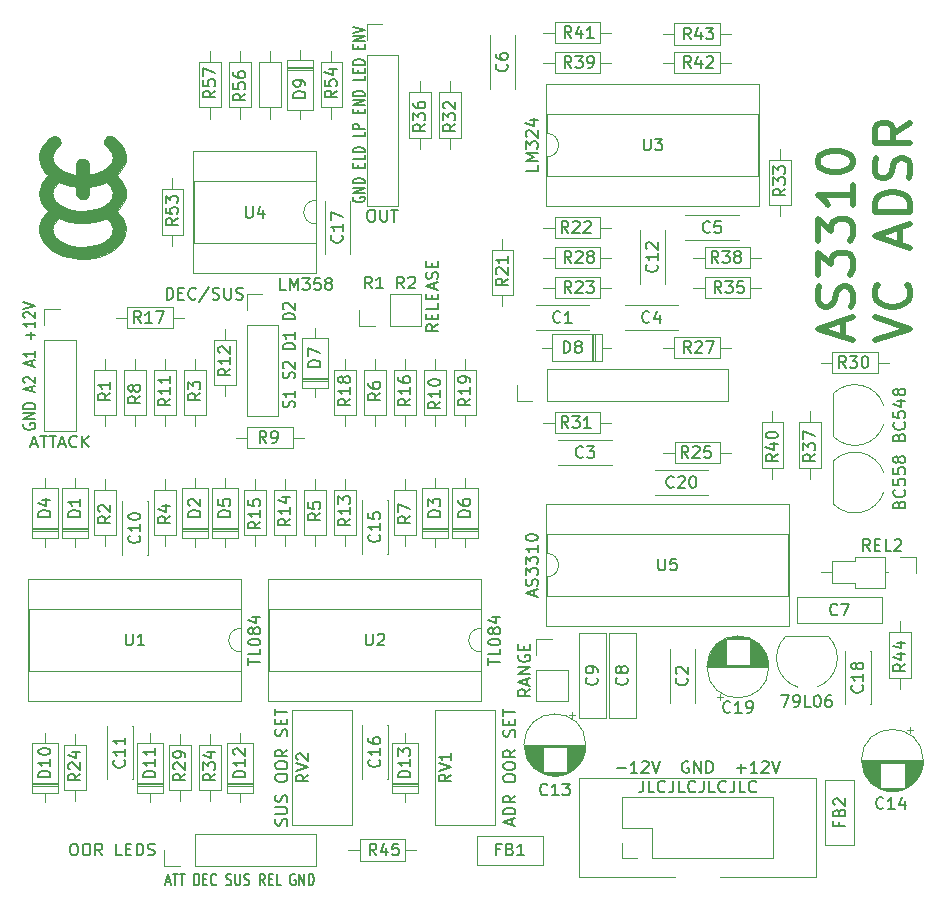
<source format=gbr>
%TF.GenerationSoftware,KiCad,Pcbnew,7.0.10*%
%TF.CreationDate,2025-02-21T10:20:25+00:00*%
%TF.ProjectId,VC_ADSR_D80-R,56435f41-4453-4525-9f44-38302d522e6b,rev?*%
%TF.SameCoordinates,Original*%
%TF.FileFunction,Legend,Top*%
%TF.FilePolarity,Positive*%
%FSLAX46Y46*%
G04 Gerber Fmt 4.6, Leading zero omitted, Abs format (unit mm)*
G04 Created by KiCad (PCBNEW 7.0.10) date 2025-02-21 10:20:25*
%MOMM*%
%LPD*%
G01*
G04 APERTURE LIST*
%ADD10C,0.500000*%
%ADD11C,0.150000*%
%ADD12C,0.120000*%
%ADD13C,0.010000*%
G04 APERTURE END LIST*
D10*
X145049714Y-94349624D02*
X145049714Y-92921053D01*
X145906857Y-94635338D02*
X142906857Y-93635338D01*
X142906857Y-93635338D02*
X145906857Y-92635338D01*
X145764000Y-91778195D02*
X145906857Y-91349624D01*
X145906857Y-91349624D02*
X145906857Y-90635338D01*
X145906857Y-90635338D02*
X145764000Y-90349624D01*
X145764000Y-90349624D02*
X145621142Y-90206766D01*
X145621142Y-90206766D02*
X145335428Y-90063909D01*
X145335428Y-90063909D02*
X145049714Y-90063909D01*
X145049714Y-90063909D02*
X144764000Y-90206766D01*
X144764000Y-90206766D02*
X144621142Y-90349624D01*
X144621142Y-90349624D02*
X144478285Y-90635338D01*
X144478285Y-90635338D02*
X144335428Y-91206766D01*
X144335428Y-91206766D02*
X144192571Y-91492481D01*
X144192571Y-91492481D02*
X144049714Y-91635338D01*
X144049714Y-91635338D02*
X143764000Y-91778195D01*
X143764000Y-91778195D02*
X143478285Y-91778195D01*
X143478285Y-91778195D02*
X143192571Y-91635338D01*
X143192571Y-91635338D02*
X143049714Y-91492481D01*
X143049714Y-91492481D02*
X142906857Y-91206766D01*
X142906857Y-91206766D02*
X142906857Y-90492481D01*
X142906857Y-90492481D02*
X143049714Y-90063909D01*
X142906857Y-89063909D02*
X142906857Y-87206766D01*
X142906857Y-87206766D02*
X144049714Y-88206766D01*
X144049714Y-88206766D02*
X144049714Y-87778195D01*
X144049714Y-87778195D02*
X144192571Y-87492481D01*
X144192571Y-87492481D02*
X144335428Y-87349623D01*
X144335428Y-87349623D02*
X144621142Y-87206766D01*
X144621142Y-87206766D02*
X145335428Y-87206766D01*
X145335428Y-87206766D02*
X145621142Y-87349623D01*
X145621142Y-87349623D02*
X145764000Y-87492481D01*
X145764000Y-87492481D02*
X145906857Y-87778195D01*
X145906857Y-87778195D02*
X145906857Y-88635338D01*
X145906857Y-88635338D02*
X145764000Y-88921052D01*
X145764000Y-88921052D02*
X145621142Y-89063909D01*
X142906857Y-86206766D02*
X142906857Y-84349623D01*
X142906857Y-84349623D02*
X144049714Y-85349623D01*
X144049714Y-85349623D02*
X144049714Y-84921052D01*
X144049714Y-84921052D02*
X144192571Y-84635338D01*
X144192571Y-84635338D02*
X144335428Y-84492480D01*
X144335428Y-84492480D02*
X144621142Y-84349623D01*
X144621142Y-84349623D02*
X145335428Y-84349623D01*
X145335428Y-84349623D02*
X145621142Y-84492480D01*
X145621142Y-84492480D02*
X145764000Y-84635338D01*
X145764000Y-84635338D02*
X145906857Y-84921052D01*
X145906857Y-84921052D02*
X145906857Y-85778195D01*
X145906857Y-85778195D02*
X145764000Y-86063909D01*
X145764000Y-86063909D02*
X145621142Y-86206766D01*
X145906857Y-81492480D02*
X145906857Y-83206766D01*
X145906857Y-82349623D02*
X142906857Y-82349623D01*
X142906857Y-82349623D02*
X143335428Y-82635337D01*
X143335428Y-82635337D02*
X143621142Y-82921052D01*
X143621142Y-82921052D02*
X143764000Y-83206766D01*
X142906857Y-79635337D02*
X142906857Y-79349623D01*
X142906857Y-79349623D02*
X143049714Y-79063909D01*
X143049714Y-79063909D02*
X143192571Y-78921052D01*
X143192571Y-78921052D02*
X143478285Y-78778194D01*
X143478285Y-78778194D02*
X144049714Y-78635337D01*
X144049714Y-78635337D02*
X144764000Y-78635337D01*
X144764000Y-78635337D02*
X145335428Y-78778194D01*
X145335428Y-78778194D02*
X145621142Y-78921052D01*
X145621142Y-78921052D02*
X145764000Y-79063909D01*
X145764000Y-79063909D02*
X145906857Y-79349623D01*
X145906857Y-79349623D02*
X145906857Y-79635337D01*
X145906857Y-79635337D02*
X145764000Y-79921052D01*
X145764000Y-79921052D02*
X145621142Y-80063909D01*
X145621142Y-80063909D02*
X145335428Y-80206766D01*
X145335428Y-80206766D02*
X144764000Y-80349623D01*
X144764000Y-80349623D02*
X144049714Y-80349623D01*
X144049714Y-80349623D02*
X143478285Y-80206766D01*
X143478285Y-80206766D02*
X143192571Y-80063909D01*
X143192571Y-80063909D02*
X143049714Y-79921052D01*
X143049714Y-79921052D02*
X142906857Y-79635337D01*
X147736857Y-94635338D02*
X150736857Y-93635338D01*
X150736857Y-93635338D02*
X147736857Y-92635338D01*
X150451142Y-89921052D02*
X150594000Y-90063909D01*
X150594000Y-90063909D02*
X150736857Y-90492481D01*
X150736857Y-90492481D02*
X150736857Y-90778195D01*
X150736857Y-90778195D02*
X150594000Y-91206766D01*
X150594000Y-91206766D02*
X150308285Y-91492481D01*
X150308285Y-91492481D02*
X150022571Y-91635338D01*
X150022571Y-91635338D02*
X149451142Y-91778195D01*
X149451142Y-91778195D02*
X149022571Y-91778195D01*
X149022571Y-91778195D02*
X148451142Y-91635338D01*
X148451142Y-91635338D02*
X148165428Y-91492481D01*
X148165428Y-91492481D02*
X147879714Y-91206766D01*
X147879714Y-91206766D02*
X147736857Y-90778195D01*
X147736857Y-90778195D02*
X147736857Y-90492481D01*
X147736857Y-90492481D02*
X147879714Y-90063909D01*
X147879714Y-90063909D02*
X148022571Y-89921052D01*
X149879714Y-86492481D02*
X149879714Y-85063910D01*
X150736857Y-86778195D02*
X147736857Y-85778195D01*
X147736857Y-85778195D02*
X150736857Y-84778195D01*
X150736857Y-83778195D02*
X147736857Y-83778195D01*
X147736857Y-83778195D02*
X147736857Y-83063909D01*
X147736857Y-83063909D02*
X147879714Y-82635338D01*
X147879714Y-82635338D02*
X148165428Y-82349623D01*
X148165428Y-82349623D02*
X148451142Y-82206766D01*
X148451142Y-82206766D02*
X149022571Y-82063909D01*
X149022571Y-82063909D02*
X149451142Y-82063909D01*
X149451142Y-82063909D02*
X150022571Y-82206766D01*
X150022571Y-82206766D02*
X150308285Y-82349623D01*
X150308285Y-82349623D02*
X150594000Y-82635338D01*
X150594000Y-82635338D02*
X150736857Y-83063909D01*
X150736857Y-83063909D02*
X150736857Y-83778195D01*
X150594000Y-80921052D02*
X150736857Y-80492481D01*
X150736857Y-80492481D02*
X150736857Y-79778195D01*
X150736857Y-79778195D02*
X150594000Y-79492481D01*
X150594000Y-79492481D02*
X150451142Y-79349623D01*
X150451142Y-79349623D02*
X150165428Y-79206766D01*
X150165428Y-79206766D02*
X149879714Y-79206766D01*
X149879714Y-79206766D02*
X149594000Y-79349623D01*
X149594000Y-79349623D02*
X149451142Y-79492481D01*
X149451142Y-79492481D02*
X149308285Y-79778195D01*
X149308285Y-79778195D02*
X149165428Y-80349623D01*
X149165428Y-80349623D02*
X149022571Y-80635338D01*
X149022571Y-80635338D02*
X148879714Y-80778195D01*
X148879714Y-80778195D02*
X148594000Y-80921052D01*
X148594000Y-80921052D02*
X148308285Y-80921052D01*
X148308285Y-80921052D02*
X148022571Y-80778195D01*
X148022571Y-80778195D02*
X147879714Y-80635338D01*
X147879714Y-80635338D02*
X147736857Y-80349623D01*
X147736857Y-80349623D02*
X147736857Y-79635338D01*
X147736857Y-79635338D02*
X147879714Y-79206766D01*
X150736857Y-76206766D02*
X149308285Y-77206766D01*
X150736857Y-77921052D02*
X147736857Y-77921052D01*
X147736857Y-77921052D02*
X147736857Y-76778195D01*
X147736857Y-76778195D02*
X147879714Y-76492480D01*
X147879714Y-76492480D02*
X148022571Y-76349623D01*
X148022571Y-76349623D02*
X148308285Y-76206766D01*
X148308285Y-76206766D02*
X148736857Y-76206766D01*
X148736857Y-76206766D02*
X149022571Y-76349623D01*
X149022571Y-76349623D02*
X149165428Y-76492480D01*
X149165428Y-76492480D02*
X149308285Y-76778195D01*
X149308285Y-76778195D02*
X149308285Y-77921052D01*
D11*
X128121351Y-131915019D02*
X128121351Y-132629304D01*
X128121351Y-132629304D02*
X128073732Y-132772161D01*
X128073732Y-132772161D02*
X127978494Y-132867400D01*
X127978494Y-132867400D02*
X127835637Y-132915019D01*
X127835637Y-132915019D02*
X127740399Y-132915019D01*
X129073732Y-132915019D02*
X128597542Y-132915019D01*
X128597542Y-132915019D02*
X128597542Y-131915019D01*
X129978494Y-132819780D02*
X129930875Y-132867400D01*
X129930875Y-132867400D02*
X129788018Y-132915019D01*
X129788018Y-132915019D02*
X129692780Y-132915019D01*
X129692780Y-132915019D02*
X129549923Y-132867400D01*
X129549923Y-132867400D02*
X129454685Y-132772161D01*
X129454685Y-132772161D02*
X129407066Y-132676923D01*
X129407066Y-132676923D02*
X129359447Y-132486447D01*
X129359447Y-132486447D02*
X129359447Y-132343590D01*
X129359447Y-132343590D02*
X129407066Y-132153114D01*
X129407066Y-132153114D02*
X129454685Y-132057876D01*
X129454685Y-132057876D02*
X129549923Y-131962638D01*
X129549923Y-131962638D02*
X129692780Y-131915019D01*
X129692780Y-131915019D02*
X129788018Y-131915019D01*
X129788018Y-131915019D02*
X129930875Y-131962638D01*
X129930875Y-131962638D02*
X129978494Y-132010257D01*
X130692780Y-131915019D02*
X130692780Y-132629304D01*
X130692780Y-132629304D02*
X130645161Y-132772161D01*
X130645161Y-132772161D02*
X130549923Y-132867400D01*
X130549923Y-132867400D02*
X130407066Y-132915019D01*
X130407066Y-132915019D02*
X130311828Y-132915019D01*
X131645161Y-132915019D02*
X131168971Y-132915019D01*
X131168971Y-132915019D02*
X131168971Y-131915019D01*
X132549923Y-132819780D02*
X132502304Y-132867400D01*
X132502304Y-132867400D02*
X132359447Y-132915019D01*
X132359447Y-132915019D02*
X132264209Y-132915019D01*
X132264209Y-132915019D02*
X132121352Y-132867400D01*
X132121352Y-132867400D02*
X132026114Y-132772161D01*
X132026114Y-132772161D02*
X131978495Y-132676923D01*
X131978495Y-132676923D02*
X131930876Y-132486447D01*
X131930876Y-132486447D02*
X131930876Y-132343590D01*
X131930876Y-132343590D02*
X131978495Y-132153114D01*
X131978495Y-132153114D02*
X132026114Y-132057876D01*
X132026114Y-132057876D02*
X132121352Y-131962638D01*
X132121352Y-131962638D02*
X132264209Y-131915019D01*
X132264209Y-131915019D02*
X132359447Y-131915019D01*
X132359447Y-131915019D02*
X132502304Y-131962638D01*
X132502304Y-131962638D02*
X132549923Y-132010257D01*
X133264209Y-131915019D02*
X133264209Y-132629304D01*
X133264209Y-132629304D02*
X133216590Y-132772161D01*
X133216590Y-132772161D02*
X133121352Y-132867400D01*
X133121352Y-132867400D02*
X132978495Y-132915019D01*
X132978495Y-132915019D02*
X132883257Y-132915019D01*
X134216590Y-132915019D02*
X133740400Y-132915019D01*
X133740400Y-132915019D02*
X133740400Y-131915019D01*
X135121352Y-132819780D02*
X135073733Y-132867400D01*
X135073733Y-132867400D02*
X134930876Y-132915019D01*
X134930876Y-132915019D02*
X134835638Y-132915019D01*
X134835638Y-132915019D02*
X134692781Y-132867400D01*
X134692781Y-132867400D02*
X134597543Y-132772161D01*
X134597543Y-132772161D02*
X134549924Y-132676923D01*
X134549924Y-132676923D02*
X134502305Y-132486447D01*
X134502305Y-132486447D02*
X134502305Y-132343590D01*
X134502305Y-132343590D02*
X134549924Y-132153114D01*
X134549924Y-132153114D02*
X134597543Y-132057876D01*
X134597543Y-132057876D02*
X134692781Y-131962638D01*
X134692781Y-131962638D02*
X134835638Y-131915019D01*
X134835638Y-131915019D02*
X134930876Y-131915019D01*
X134930876Y-131915019D02*
X135073733Y-131962638D01*
X135073733Y-131962638D02*
X135121352Y-132010257D01*
X135835638Y-131915019D02*
X135835638Y-132629304D01*
X135835638Y-132629304D02*
X135788019Y-132772161D01*
X135788019Y-132772161D02*
X135692781Y-132867400D01*
X135692781Y-132867400D02*
X135549924Y-132915019D01*
X135549924Y-132915019D02*
X135454686Y-132915019D01*
X136788019Y-132915019D02*
X136311829Y-132915019D01*
X136311829Y-132915019D02*
X136311829Y-131915019D01*
X137692781Y-132819780D02*
X137645162Y-132867400D01*
X137645162Y-132867400D02*
X137502305Y-132915019D01*
X137502305Y-132915019D02*
X137407067Y-132915019D01*
X137407067Y-132915019D02*
X137264210Y-132867400D01*
X137264210Y-132867400D02*
X137168972Y-132772161D01*
X137168972Y-132772161D02*
X137121353Y-132676923D01*
X137121353Y-132676923D02*
X137073734Y-132486447D01*
X137073734Y-132486447D02*
X137073734Y-132343590D01*
X137073734Y-132343590D02*
X137121353Y-132153114D01*
X137121353Y-132153114D02*
X137168972Y-132057876D01*
X137168972Y-132057876D02*
X137264210Y-131962638D01*
X137264210Y-131962638D02*
X137407067Y-131915019D01*
X137407067Y-131915019D02*
X137502305Y-131915019D01*
X137502305Y-131915019D02*
X137645162Y-131962638D01*
X137645162Y-131962638D02*
X137692781Y-132010257D01*
X150314819Y-122054857D02*
X149838628Y-122388190D01*
X150314819Y-122626285D02*
X149314819Y-122626285D01*
X149314819Y-122626285D02*
X149314819Y-122245333D01*
X149314819Y-122245333D02*
X149362438Y-122150095D01*
X149362438Y-122150095D02*
X149410057Y-122102476D01*
X149410057Y-122102476D02*
X149505295Y-122054857D01*
X149505295Y-122054857D02*
X149648152Y-122054857D01*
X149648152Y-122054857D02*
X149743390Y-122102476D01*
X149743390Y-122102476D02*
X149791009Y-122150095D01*
X149791009Y-122150095D02*
X149838628Y-122245333D01*
X149838628Y-122245333D02*
X149838628Y-122626285D01*
X149648152Y-121197714D02*
X150314819Y-121197714D01*
X149267200Y-121435809D02*
X149981485Y-121673904D01*
X149981485Y-121673904D02*
X149981485Y-121054857D01*
X149648152Y-120245333D02*
X150314819Y-120245333D01*
X149267200Y-120483428D02*
X149981485Y-120721523D01*
X149981485Y-120721523D02*
X149981485Y-120102476D01*
X102594580Y-85732857D02*
X102642200Y-85780476D01*
X102642200Y-85780476D02*
X102689819Y-85923333D01*
X102689819Y-85923333D02*
X102689819Y-86018571D01*
X102689819Y-86018571D02*
X102642200Y-86161428D01*
X102642200Y-86161428D02*
X102546961Y-86256666D01*
X102546961Y-86256666D02*
X102451723Y-86304285D01*
X102451723Y-86304285D02*
X102261247Y-86351904D01*
X102261247Y-86351904D02*
X102118390Y-86351904D01*
X102118390Y-86351904D02*
X101927914Y-86304285D01*
X101927914Y-86304285D02*
X101832676Y-86256666D01*
X101832676Y-86256666D02*
X101737438Y-86161428D01*
X101737438Y-86161428D02*
X101689819Y-86018571D01*
X101689819Y-86018571D02*
X101689819Y-85923333D01*
X101689819Y-85923333D02*
X101737438Y-85780476D01*
X101737438Y-85780476D02*
X101785057Y-85732857D01*
X102689819Y-84780476D02*
X102689819Y-85351904D01*
X102689819Y-85066190D02*
X101689819Y-85066190D01*
X101689819Y-85066190D02*
X101832676Y-85161428D01*
X101832676Y-85161428D02*
X101927914Y-85256666D01*
X101927914Y-85256666D02*
X101975533Y-85351904D01*
X101689819Y-84447142D02*
X101689819Y-83780476D01*
X101689819Y-83780476D02*
X102689819Y-84209047D01*
X132159142Y-95704819D02*
X131825809Y-95228628D01*
X131587714Y-95704819D02*
X131587714Y-94704819D01*
X131587714Y-94704819D02*
X131968666Y-94704819D01*
X131968666Y-94704819D02*
X132063904Y-94752438D01*
X132063904Y-94752438D02*
X132111523Y-94800057D01*
X132111523Y-94800057D02*
X132159142Y-94895295D01*
X132159142Y-94895295D02*
X132159142Y-95038152D01*
X132159142Y-95038152D02*
X132111523Y-95133390D01*
X132111523Y-95133390D02*
X132063904Y-95181009D01*
X132063904Y-95181009D02*
X131968666Y-95228628D01*
X131968666Y-95228628D02*
X131587714Y-95228628D01*
X132540095Y-94800057D02*
X132587714Y-94752438D01*
X132587714Y-94752438D02*
X132682952Y-94704819D01*
X132682952Y-94704819D02*
X132921047Y-94704819D01*
X132921047Y-94704819D02*
X133016285Y-94752438D01*
X133016285Y-94752438D02*
X133063904Y-94800057D01*
X133063904Y-94800057D02*
X133111523Y-94895295D01*
X133111523Y-94895295D02*
X133111523Y-94990533D01*
X133111523Y-94990533D02*
X133063904Y-95133390D01*
X133063904Y-95133390D02*
X132492476Y-95704819D01*
X132492476Y-95704819D02*
X133111523Y-95704819D01*
X133444857Y-94704819D02*
X134111523Y-94704819D01*
X134111523Y-94704819D02*
X133682952Y-95704819D01*
X144711009Y-135453333D02*
X144711009Y-135786666D01*
X145234819Y-135786666D02*
X144234819Y-135786666D01*
X144234819Y-135786666D02*
X144234819Y-135310476D01*
X144711009Y-134596190D02*
X144758628Y-134453333D01*
X144758628Y-134453333D02*
X144806247Y-134405714D01*
X144806247Y-134405714D02*
X144901485Y-134358095D01*
X144901485Y-134358095D02*
X145044342Y-134358095D01*
X145044342Y-134358095D02*
X145139580Y-134405714D01*
X145139580Y-134405714D02*
X145187200Y-134453333D01*
X145187200Y-134453333D02*
X145234819Y-134548571D01*
X145234819Y-134548571D02*
X145234819Y-134929523D01*
X145234819Y-134929523D02*
X144234819Y-134929523D01*
X144234819Y-134929523D02*
X144234819Y-134596190D01*
X144234819Y-134596190D02*
X144282438Y-134500952D01*
X144282438Y-134500952D02*
X144330057Y-134453333D01*
X144330057Y-134453333D02*
X144425295Y-134405714D01*
X144425295Y-134405714D02*
X144520533Y-134405714D01*
X144520533Y-134405714D02*
X144615771Y-134453333D01*
X144615771Y-134453333D02*
X144663390Y-134500952D01*
X144663390Y-134500952D02*
X144711009Y-134596190D01*
X144711009Y-134596190D02*
X144711009Y-134929523D01*
X144330057Y-133977142D02*
X144282438Y-133929523D01*
X144282438Y-133929523D02*
X144234819Y-133834285D01*
X144234819Y-133834285D02*
X144234819Y-133596190D01*
X144234819Y-133596190D02*
X144282438Y-133500952D01*
X144282438Y-133500952D02*
X144330057Y-133453333D01*
X144330057Y-133453333D02*
X144425295Y-133405714D01*
X144425295Y-133405714D02*
X144520533Y-133405714D01*
X144520533Y-133405714D02*
X144663390Y-133453333D01*
X144663390Y-133453333D02*
X145234819Y-134024761D01*
X145234819Y-134024761D02*
X145234819Y-133405714D01*
X110944819Y-109577094D02*
X109944819Y-109577094D01*
X109944819Y-109577094D02*
X109944819Y-109338999D01*
X109944819Y-109338999D02*
X109992438Y-109196142D01*
X109992438Y-109196142D02*
X110087676Y-109100904D01*
X110087676Y-109100904D02*
X110182914Y-109053285D01*
X110182914Y-109053285D02*
X110373390Y-109005666D01*
X110373390Y-109005666D02*
X110516247Y-109005666D01*
X110516247Y-109005666D02*
X110706723Y-109053285D01*
X110706723Y-109053285D02*
X110801961Y-109100904D01*
X110801961Y-109100904D02*
X110897200Y-109196142D01*
X110897200Y-109196142D02*
X110944819Y-109338999D01*
X110944819Y-109338999D02*
X110944819Y-109577094D01*
X109944819Y-108672332D02*
X109944819Y-108053285D01*
X109944819Y-108053285D02*
X110325771Y-108386618D01*
X110325771Y-108386618D02*
X110325771Y-108243761D01*
X110325771Y-108243761D02*
X110373390Y-108148523D01*
X110373390Y-108148523D02*
X110421009Y-108100904D01*
X110421009Y-108100904D02*
X110516247Y-108053285D01*
X110516247Y-108053285D02*
X110754342Y-108053285D01*
X110754342Y-108053285D02*
X110849580Y-108100904D01*
X110849580Y-108100904D02*
X110897200Y-108148523D01*
X110897200Y-108148523D02*
X110944819Y-108243761D01*
X110944819Y-108243761D02*
X110944819Y-108529475D01*
X110944819Y-108529475D02*
X110897200Y-108624713D01*
X110897200Y-108624713D02*
X110849580Y-108672332D01*
X100784819Y-96877094D02*
X99784819Y-96877094D01*
X99784819Y-96877094D02*
X99784819Y-96638999D01*
X99784819Y-96638999D02*
X99832438Y-96496142D01*
X99832438Y-96496142D02*
X99927676Y-96400904D01*
X99927676Y-96400904D02*
X100022914Y-96353285D01*
X100022914Y-96353285D02*
X100213390Y-96305666D01*
X100213390Y-96305666D02*
X100356247Y-96305666D01*
X100356247Y-96305666D02*
X100546723Y-96353285D01*
X100546723Y-96353285D02*
X100641961Y-96400904D01*
X100641961Y-96400904D02*
X100737200Y-96496142D01*
X100737200Y-96496142D02*
X100784819Y-96638999D01*
X100784819Y-96638999D02*
X100784819Y-96877094D01*
X99784819Y-95972332D02*
X99784819Y-95305666D01*
X99784819Y-95305666D02*
X100784819Y-95734237D01*
X85544819Y-99353666D02*
X85068628Y-99686999D01*
X85544819Y-99925094D02*
X84544819Y-99925094D01*
X84544819Y-99925094D02*
X84544819Y-99544142D01*
X84544819Y-99544142D02*
X84592438Y-99448904D01*
X84592438Y-99448904D02*
X84640057Y-99401285D01*
X84640057Y-99401285D02*
X84735295Y-99353666D01*
X84735295Y-99353666D02*
X84878152Y-99353666D01*
X84878152Y-99353666D02*
X84973390Y-99401285D01*
X84973390Y-99401285D02*
X85021009Y-99448904D01*
X85021009Y-99448904D02*
X85068628Y-99544142D01*
X85068628Y-99544142D02*
X85068628Y-99925094D01*
X84973390Y-98782237D02*
X84925771Y-98877475D01*
X84925771Y-98877475D02*
X84878152Y-98925094D01*
X84878152Y-98925094D02*
X84782914Y-98972713D01*
X84782914Y-98972713D02*
X84735295Y-98972713D01*
X84735295Y-98972713D02*
X84640057Y-98925094D01*
X84640057Y-98925094D02*
X84592438Y-98877475D01*
X84592438Y-98877475D02*
X84544819Y-98782237D01*
X84544819Y-98782237D02*
X84544819Y-98591761D01*
X84544819Y-98591761D02*
X84592438Y-98496523D01*
X84592438Y-98496523D02*
X84640057Y-98448904D01*
X84640057Y-98448904D02*
X84735295Y-98401285D01*
X84735295Y-98401285D02*
X84782914Y-98401285D01*
X84782914Y-98401285D02*
X84878152Y-98448904D01*
X84878152Y-98448904D02*
X84925771Y-98496523D01*
X84925771Y-98496523D02*
X84973390Y-98591761D01*
X84973390Y-98591761D02*
X84973390Y-98782237D01*
X84973390Y-98782237D02*
X85021009Y-98877475D01*
X85021009Y-98877475D02*
X85068628Y-98925094D01*
X85068628Y-98925094D02*
X85163866Y-98972713D01*
X85163866Y-98972713D02*
X85354342Y-98972713D01*
X85354342Y-98972713D02*
X85449580Y-98925094D01*
X85449580Y-98925094D02*
X85497200Y-98877475D01*
X85497200Y-98877475D02*
X85544819Y-98782237D01*
X85544819Y-98782237D02*
X85544819Y-98591761D01*
X85544819Y-98591761D02*
X85497200Y-98496523D01*
X85497200Y-98496523D02*
X85449580Y-98448904D01*
X85449580Y-98448904D02*
X85354342Y-98401285D01*
X85354342Y-98401285D02*
X85163866Y-98401285D01*
X85163866Y-98401285D02*
X85068628Y-98448904D01*
X85068628Y-98448904D02*
X85021009Y-98496523D01*
X85021009Y-98496523D02*
X84973390Y-98591761D01*
X103591638Y-82506266D02*
X103544019Y-82578647D01*
X103544019Y-82578647D02*
X103544019Y-82687218D01*
X103544019Y-82687218D02*
X103591638Y-82795790D01*
X103591638Y-82795790D02*
X103686876Y-82868171D01*
X103686876Y-82868171D02*
X103782114Y-82904361D01*
X103782114Y-82904361D02*
X103972590Y-82940552D01*
X103972590Y-82940552D02*
X104115447Y-82940552D01*
X104115447Y-82940552D02*
X104305923Y-82904361D01*
X104305923Y-82904361D02*
X104401161Y-82868171D01*
X104401161Y-82868171D02*
X104496400Y-82795790D01*
X104496400Y-82795790D02*
X104544019Y-82687218D01*
X104544019Y-82687218D02*
X104544019Y-82614837D01*
X104544019Y-82614837D02*
X104496400Y-82506266D01*
X104496400Y-82506266D02*
X104448780Y-82470075D01*
X104448780Y-82470075D02*
X104115447Y-82470075D01*
X104115447Y-82470075D02*
X104115447Y-82614837D01*
X104544019Y-82144361D02*
X103544019Y-82144361D01*
X103544019Y-82144361D02*
X104544019Y-81710075D01*
X104544019Y-81710075D02*
X103544019Y-81710075D01*
X104544019Y-81348171D02*
X103544019Y-81348171D01*
X103544019Y-81348171D02*
X103544019Y-81167219D01*
X103544019Y-81167219D02*
X103591638Y-81058647D01*
X103591638Y-81058647D02*
X103686876Y-80986266D01*
X103686876Y-80986266D02*
X103782114Y-80950076D01*
X103782114Y-80950076D02*
X103972590Y-80913885D01*
X103972590Y-80913885D02*
X104115447Y-80913885D01*
X104115447Y-80913885D02*
X104305923Y-80950076D01*
X104305923Y-80950076D02*
X104401161Y-80986266D01*
X104401161Y-80986266D02*
X104496400Y-81058647D01*
X104496400Y-81058647D02*
X104544019Y-81167219D01*
X104544019Y-81167219D02*
X104544019Y-81348171D01*
X104020209Y-80009123D02*
X104020209Y-79755790D01*
X104544019Y-79647218D02*
X104544019Y-80009123D01*
X104544019Y-80009123D02*
X103544019Y-80009123D01*
X103544019Y-80009123D02*
X103544019Y-79647218D01*
X104544019Y-78959599D02*
X104544019Y-79321504D01*
X104544019Y-79321504D02*
X103544019Y-79321504D01*
X104544019Y-78706266D02*
X103544019Y-78706266D01*
X103544019Y-78706266D02*
X103544019Y-78525314D01*
X103544019Y-78525314D02*
X103591638Y-78416742D01*
X103591638Y-78416742D02*
X103686876Y-78344361D01*
X103686876Y-78344361D02*
X103782114Y-78308171D01*
X103782114Y-78308171D02*
X103972590Y-78271980D01*
X103972590Y-78271980D02*
X104115447Y-78271980D01*
X104115447Y-78271980D02*
X104305923Y-78308171D01*
X104305923Y-78308171D02*
X104401161Y-78344361D01*
X104401161Y-78344361D02*
X104496400Y-78416742D01*
X104496400Y-78416742D02*
X104544019Y-78525314D01*
X104544019Y-78525314D02*
X104544019Y-78706266D01*
X104544019Y-77005313D02*
X104544019Y-77367218D01*
X104544019Y-77367218D02*
X103544019Y-77367218D01*
X104544019Y-76751980D02*
X103544019Y-76751980D01*
X103544019Y-76751980D02*
X103544019Y-76462456D01*
X103544019Y-76462456D02*
X103591638Y-76390075D01*
X103591638Y-76390075D02*
X103639257Y-76353885D01*
X103639257Y-76353885D02*
X103734495Y-76317694D01*
X103734495Y-76317694D02*
X103877352Y-76317694D01*
X103877352Y-76317694D02*
X103972590Y-76353885D01*
X103972590Y-76353885D02*
X104020209Y-76390075D01*
X104020209Y-76390075D02*
X104067828Y-76462456D01*
X104067828Y-76462456D02*
X104067828Y-76751980D01*
X104020209Y-75412932D02*
X104020209Y-75159599D01*
X104544019Y-75051027D02*
X104544019Y-75412932D01*
X104544019Y-75412932D02*
X103544019Y-75412932D01*
X103544019Y-75412932D02*
X103544019Y-75051027D01*
X104544019Y-74725313D02*
X103544019Y-74725313D01*
X103544019Y-74725313D02*
X104544019Y-74291027D01*
X104544019Y-74291027D02*
X103544019Y-74291027D01*
X104544019Y-73929123D02*
X103544019Y-73929123D01*
X103544019Y-73929123D02*
X103544019Y-73748171D01*
X103544019Y-73748171D02*
X103591638Y-73639599D01*
X103591638Y-73639599D02*
X103686876Y-73567218D01*
X103686876Y-73567218D02*
X103782114Y-73531028D01*
X103782114Y-73531028D02*
X103972590Y-73494837D01*
X103972590Y-73494837D02*
X104115447Y-73494837D01*
X104115447Y-73494837D02*
X104305923Y-73531028D01*
X104305923Y-73531028D02*
X104401161Y-73567218D01*
X104401161Y-73567218D02*
X104496400Y-73639599D01*
X104496400Y-73639599D02*
X104544019Y-73748171D01*
X104544019Y-73748171D02*
X104544019Y-73929123D01*
X104544019Y-72228170D02*
X104544019Y-72590075D01*
X104544019Y-72590075D02*
X103544019Y-72590075D01*
X104020209Y-71974837D02*
X104020209Y-71721504D01*
X104544019Y-71612932D02*
X104544019Y-71974837D01*
X104544019Y-71974837D02*
X103544019Y-71974837D01*
X103544019Y-71974837D02*
X103544019Y-71612932D01*
X104544019Y-71287218D02*
X103544019Y-71287218D01*
X103544019Y-71287218D02*
X103544019Y-71106266D01*
X103544019Y-71106266D02*
X103591638Y-70997694D01*
X103591638Y-70997694D02*
X103686876Y-70925313D01*
X103686876Y-70925313D02*
X103782114Y-70889123D01*
X103782114Y-70889123D02*
X103972590Y-70852932D01*
X103972590Y-70852932D02*
X104115447Y-70852932D01*
X104115447Y-70852932D02*
X104305923Y-70889123D01*
X104305923Y-70889123D02*
X104401161Y-70925313D01*
X104401161Y-70925313D02*
X104496400Y-70997694D01*
X104496400Y-70997694D02*
X104544019Y-71106266D01*
X104544019Y-71106266D02*
X104544019Y-71287218D01*
X104020209Y-69948170D02*
X104020209Y-69694837D01*
X104544019Y-69586265D02*
X104544019Y-69948170D01*
X104544019Y-69948170D02*
X103544019Y-69948170D01*
X103544019Y-69948170D02*
X103544019Y-69586265D01*
X104544019Y-69260551D02*
X103544019Y-69260551D01*
X103544019Y-69260551D02*
X104544019Y-68826265D01*
X104544019Y-68826265D02*
X103544019Y-68826265D01*
X103544019Y-68572933D02*
X104544019Y-68319599D01*
X104544019Y-68319599D02*
X103544019Y-68066266D01*
X105019600Y-83579619D02*
X105210076Y-83579619D01*
X105210076Y-83579619D02*
X105305314Y-83627238D01*
X105305314Y-83627238D02*
X105400552Y-83722476D01*
X105400552Y-83722476D02*
X105448171Y-83912952D01*
X105448171Y-83912952D02*
X105448171Y-84246285D01*
X105448171Y-84246285D02*
X105400552Y-84436761D01*
X105400552Y-84436761D02*
X105305314Y-84532000D01*
X105305314Y-84532000D02*
X105210076Y-84579619D01*
X105210076Y-84579619D02*
X105019600Y-84579619D01*
X105019600Y-84579619D02*
X104924362Y-84532000D01*
X104924362Y-84532000D02*
X104829124Y-84436761D01*
X104829124Y-84436761D02*
X104781505Y-84246285D01*
X104781505Y-84246285D02*
X104781505Y-83912952D01*
X104781505Y-83912952D02*
X104829124Y-83722476D01*
X104829124Y-83722476D02*
X104924362Y-83627238D01*
X104924362Y-83627238D02*
X105019600Y-83579619D01*
X105876743Y-83579619D02*
X105876743Y-84389142D01*
X105876743Y-84389142D02*
X105924362Y-84484380D01*
X105924362Y-84484380D02*
X105971981Y-84532000D01*
X105971981Y-84532000D02*
X106067219Y-84579619D01*
X106067219Y-84579619D02*
X106257695Y-84579619D01*
X106257695Y-84579619D02*
X106352933Y-84532000D01*
X106352933Y-84532000D02*
X106400552Y-84484380D01*
X106400552Y-84484380D02*
X106448171Y-84389142D01*
X106448171Y-84389142D02*
X106448171Y-83579619D01*
X106781505Y-83579619D02*
X107352933Y-83579619D01*
X107067219Y-84579619D02*
X107067219Y-83579619D01*
X110741619Y-93289143D02*
X110265428Y-93622476D01*
X110741619Y-93860571D02*
X109741619Y-93860571D01*
X109741619Y-93860571D02*
X109741619Y-93479619D01*
X109741619Y-93479619D02*
X109789238Y-93384381D01*
X109789238Y-93384381D02*
X109836857Y-93336762D01*
X109836857Y-93336762D02*
X109932095Y-93289143D01*
X109932095Y-93289143D02*
X110074952Y-93289143D01*
X110074952Y-93289143D02*
X110170190Y-93336762D01*
X110170190Y-93336762D02*
X110217809Y-93384381D01*
X110217809Y-93384381D02*
X110265428Y-93479619D01*
X110265428Y-93479619D02*
X110265428Y-93860571D01*
X110217809Y-92860571D02*
X110217809Y-92527238D01*
X110741619Y-92384381D02*
X110741619Y-92860571D01*
X110741619Y-92860571D02*
X109741619Y-92860571D01*
X109741619Y-92860571D02*
X109741619Y-92384381D01*
X110741619Y-91479619D02*
X110741619Y-91955809D01*
X110741619Y-91955809D02*
X109741619Y-91955809D01*
X110217809Y-91146285D02*
X110217809Y-90812952D01*
X110741619Y-90670095D02*
X110741619Y-91146285D01*
X110741619Y-91146285D02*
X109741619Y-91146285D01*
X109741619Y-91146285D02*
X109741619Y-90670095D01*
X110455904Y-90289142D02*
X110455904Y-89812952D01*
X110741619Y-90384380D02*
X109741619Y-90051047D01*
X109741619Y-90051047D02*
X110741619Y-89717714D01*
X110694000Y-89431999D02*
X110741619Y-89289142D01*
X110741619Y-89289142D02*
X110741619Y-89051047D01*
X110741619Y-89051047D02*
X110694000Y-88955809D01*
X110694000Y-88955809D02*
X110646380Y-88908190D01*
X110646380Y-88908190D02*
X110551142Y-88860571D01*
X110551142Y-88860571D02*
X110455904Y-88860571D01*
X110455904Y-88860571D02*
X110360666Y-88908190D01*
X110360666Y-88908190D02*
X110313047Y-88955809D01*
X110313047Y-88955809D02*
X110265428Y-89051047D01*
X110265428Y-89051047D02*
X110217809Y-89241523D01*
X110217809Y-89241523D02*
X110170190Y-89336761D01*
X110170190Y-89336761D02*
X110122571Y-89384380D01*
X110122571Y-89384380D02*
X110027333Y-89431999D01*
X110027333Y-89431999D02*
X109932095Y-89431999D01*
X109932095Y-89431999D02*
X109836857Y-89384380D01*
X109836857Y-89384380D02*
X109789238Y-89336761D01*
X109789238Y-89336761D02*
X109741619Y-89241523D01*
X109741619Y-89241523D02*
X109741619Y-89003428D01*
X109741619Y-89003428D02*
X109789238Y-88860571D01*
X110217809Y-88431999D02*
X110217809Y-88098666D01*
X110741619Y-87955809D02*
X110741619Y-88431999D01*
X110741619Y-88431999D02*
X109741619Y-88431999D01*
X109741619Y-88431999D02*
X109741619Y-87955809D01*
X105156190Y-90243819D02*
X104822857Y-89767628D01*
X104584762Y-90243819D02*
X104584762Y-89243819D01*
X104584762Y-89243819D02*
X104965714Y-89243819D01*
X104965714Y-89243819D02*
X105060952Y-89291438D01*
X105060952Y-89291438D02*
X105108571Y-89339057D01*
X105108571Y-89339057D02*
X105156190Y-89434295D01*
X105156190Y-89434295D02*
X105156190Y-89577152D01*
X105156190Y-89577152D02*
X105108571Y-89672390D01*
X105108571Y-89672390D02*
X105060952Y-89720009D01*
X105060952Y-89720009D02*
X104965714Y-89767628D01*
X104965714Y-89767628D02*
X104584762Y-89767628D01*
X106108571Y-90243819D02*
X105537143Y-90243819D01*
X105822857Y-90243819D02*
X105822857Y-89243819D01*
X105822857Y-89243819D02*
X105727619Y-89386676D01*
X105727619Y-89386676D02*
X105632381Y-89481914D01*
X105632381Y-89481914D02*
X105537143Y-89529533D01*
X107870476Y-90243819D02*
X107537143Y-89767628D01*
X107299048Y-90243819D02*
X107299048Y-89243819D01*
X107299048Y-89243819D02*
X107680000Y-89243819D01*
X107680000Y-89243819D02*
X107775238Y-89291438D01*
X107775238Y-89291438D02*
X107822857Y-89339057D01*
X107822857Y-89339057D02*
X107870476Y-89434295D01*
X107870476Y-89434295D02*
X107870476Y-89577152D01*
X107870476Y-89577152D02*
X107822857Y-89672390D01*
X107822857Y-89672390D02*
X107775238Y-89720009D01*
X107775238Y-89720009D02*
X107680000Y-89767628D01*
X107680000Y-89767628D02*
X107299048Y-89767628D01*
X108251429Y-89339057D02*
X108299048Y-89291438D01*
X108299048Y-89291438D02*
X108394286Y-89243819D01*
X108394286Y-89243819D02*
X108632381Y-89243819D01*
X108632381Y-89243819D02*
X108727619Y-89291438D01*
X108727619Y-89291438D02*
X108775238Y-89339057D01*
X108775238Y-89339057D02*
X108822857Y-89434295D01*
X108822857Y-89434295D02*
X108822857Y-89529533D01*
X108822857Y-89529533D02*
X108775238Y-89672390D01*
X108775238Y-89672390D02*
X108203810Y-90243819D01*
X108203810Y-90243819D02*
X108822857Y-90243819D01*
X129264580Y-88232857D02*
X129312200Y-88280476D01*
X129312200Y-88280476D02*
X129359819Y-88423333D01*
X129359819Y-88423333D02*
X129359819Y-88518571D01*
X129359819Y-88518571D02*
X129312200Y-88661428D01*
X129312200Y-88661428D02*
X129216961Y-88756666D01*
X129216961Y-88756666D02*
X129121723Y-88804285D01*
X129121723Y-88804285D02*
X128931247Y-88851904D01*
X128931247Y-88851904D02*
X128788390Y-88851904D01*
X128788390Y-88851904D02*
X128597914Y-88804285D01*
X128597914Y-88804285D02*
X128502676Y-88756666D01*
X128502676Y-88756666D02*
X128407438Y-88661428D01*
X128407438Y-88661428D02*
X128359819Y-88518571D01*
X128359819Y-88518571D02*
X128359819Y-88423333D01*
X128359819Y-88423333D02*
X128407438Y-88280476D01*
X128407438Y-88280476D02*
X128455057Y-88232857D01*
X129359819Y-87280476D02*
X129359819Y-87851904D01*
X129359819Y-87566190D02*
X128359819Y-87566190D01*
X128359819Y-87566190D02*
X128502676Y-87661428D01*
X128502676Y-87661428D02*
X128597914Y-87756666D01*
X128597914Y-87756666D02*
X128645533Y-87851904D01*
X128455057Y-86899523D02*
X128407438Y-86851904D01*
X128407438Y-86851904D02*
X128359819Y-86756666D01*
X128359819Y-86756666D02*
X128359819Y-86518571D01*
X128359819Y-86518571D02*
X128407438Y-86423333D01*
X128407438Y-86423333D02*
X128455057Y-86375714D01*
X128455057Y-86375714D02*
X128550295Y-86328095D01*
X128550295Y-86328095D02*
X128645533Y-86328095D01*
X128645533Y-86328095D02*
X128788390Y-86375714D01*
X128788390Y-86375714D02*
X129359819Y-86947142D01*
X129359819Y-86947142D02*
X129359819Y-86328095D01*
X116564580Y-71246666D02*
X116612200Y-71294285D01*
X116612200Y-71294285D02*
X116659819Y-71437142D01*
X116659819Y-71437142D02*
X116659819Y-71532380D01*
X116659819Y-71532380D02*
X116612200Y-71675237D01*
X116612200Y-71675237D02*
X116516961Y-71770475D01*
X116516961Y-71770475D02*
X116421723Y-71818094D01*
X116421723Y-71818094D02*
X116231247Y-71865713D01*
X116231247Y-71865713D02*
X116088390Y-71865713D01*
X116088390Y-71865713D02*
X115897914Y-71818094D01*
X115897914Y-71818094D02*
X115802676Y-71770475D01*
X115802676Y-71770475D02*
X115707438Y-71675237D01*
X115707438Y-71675237D02*
X115659819Y-71532380D01*
X115659819Y-71532380D02*
X115659819Y-71437142D01*
X115659819Y-71437142D02*
X115707438Y-71294285D01*
X115707438Y-71294285D02*
X115755057Y-71246666D01*
X115659819Y-70389523D02*
X115659819Y-70579999D01*
X115659819Y-70579999D02*
X115707438Y-70675237D01*
X115707438Y-70675237D02*
X115755057Y-70722856D01*
X115755057Y-70722856D02*
X115897914Y-70818094D01*
X115897914Y-70818094D02*
X116088390Y-70865713D01*
X116088390Y-70865713D02*
X116469342Y-70865713D01*
X116469342Y-70865713D02*
X116564580Y-70818094D01*
X116564580Y-70818094D02*
X116612200Y-70770475D01*
X116612200Y-70770475D02*
X116659819Y-70675237D01*
X116659819Y-70675237D02*
X116659819Y-70484761D01*
X116659819Y-70484761D02*
X116612200Y-70389523D01*
X116612200Y-70389523D02*
X116564580Y-70341904D01*
X116564580Y-70341904D02*
X116469342Y-70294285D01*
X116469342Y-70294285D02*
X116231247Y-70294285D01*
X116231247Y-70294285D02*
X116136009Y-70341904D01*
X116136009Y-70341904D02*
X116088390Y-70389523D01*
X116088390Y-70389523D02*
X116040771Y-70484761D01*
X116040771Y-70484761D02*
X116040771Y-70675237D01*
X116040771Y-70675237D02*
X116088390Y-70770475D01*
X116088390Y-70770475D02*
X116136009Y-70818094D01*
X116136009Y-70818094D02*
X116231247Y-70865713D01*
X94488095Y-83274819D02*
X94488095Y-84084342D01*
X94488095Y-84084342D02*
X94535714Y-84179580D01*
X94535714Y-84179580D02*
X94583333Y-84227200D01*
X94583333Y-84227200D02*
X94678571Y-84274819D01*
X94678571Y-84274819D02*
X94869047Y-84274819D01*
X94869047Y-84274819D02*
X94964285Y-84227200D01*
X94964285Y-84227200D02*
X95011904Y-84179580D01*
X95011904Y-84179580D02*
X95059523Y-84084342D01*
X95059523Y-84084342D02*
X95059523Y-83274819D01*
X95964285Y-83608152D02*
X95964285Y-84274819D01*
X95726190Y-83227200D02*
X95488095Y-83941485D01*
X95488095Y-83941485D02*
X96107142Y-83941485D01*
X97877523Y-90370819D02*
X97401333Y-90370819D01*
X97401333Y-90370819D02*
X97401333Y-89370819D01*
X98210857Y-90370819D02*
X98210857Y-89370819D01*
X98210857Y-89370819D02*
X98544190Y-90085104D01*
X98544190Y-90085104D02*
X98877523Y-89370819D01*
X98877523Y-89370819D02*
X98877523Y-90370819D01*
X99258476Y-89370819D02*
X99877523Y-89370819D01*
X99877523Y-89370819D02*
X99544190Y-89751771D01*
X99544190Y-89751771D02*
X99687047Y-89751771D01*
X99687047Y-89751771D02*
X99782285Y-89799390D01*
X99782285Y-89799390D02*
X99829904Y-89847009D01*
X99829904Y-89847009D02*
X99877523Y-89942247D01*
X99877523Y-89942247D02*
X99877523Y-90180342D01*
X99877523Y-90180342D02*
X99829904Y-90275580D01*
X99829904Y-90275580D02*
X99782285Y-90323200D01*
X99782285Y-90323200D02*
X99687047Y-90370819D01*
X99687047Y-90370819D02*
X99401333Y-90370819D01*
X99401333Y-90370819D02*
X99306095Y-90323200D01*
X99306095Y-90323200D02*
X99258476Y-90275580D01*
X100782285Y-89370819D02*
X100306095Y-89370819D01*
X100306095Y-89370819D02*
X100258476Y-89847009D01*
X100258476Y-89847009D02*
X100306095Y-89799390D01*
X100306095Y-89799390D02*
X100401333Y-89751771D01*
X100401333Y-89751771D02*
X100639428Y-89751771D01*
X100639428Y-89751771D02*
X100734666Y-89799390D01*
X100734666Y-89799390D02*
X100782285Y-89847009D01*
X100782285Y-89847009D02*
X100829904Y-89942247D01*
X100829904Y-89942247D02*
X100829904Y-90180342D01*
X100829904Y-90180342D02*
X100782285Y-90275580D01*
X100782285Y-90275580D02*
X100734666Y-90323200D01*
X100734666Y-90323200D02*
X100639428Y-90370819D01*
X100639428Y-90370819D02*
X100401333Y-90370819D01*
X100401333Y-90370819D02*
X100306095Y-90323200D01*
X100306095Y-90323200D02*
X100258476Y-90275580D01*
X101401333Y-89799390D02*
X101306095Y-89751771D01*
X101306095Y-89751771D02*
X101258476Y-89704152D01*
X101258476Y-89704152D02*
X101210857Y-89608914D01*
X101210857Y-89608914D02*
X101210857Y-89561295D01*
X101210857Y-89561295D02*
X101258476Y-89466057D01*
X101258476Y-89466057D02*
X101306095Y-89418438D01*
X101306095Y-89418438D02*
X101401333Y-89370819D01*
X101401333Y-89370819D02*
X101591809Y-89370819D01*
X101591809Y-89370819D02*
X101687047Y-89418438D01*
X101687047Y-89418438D02*
X101734666Y-89466057D01*
X101734666Y-89466057D02*
X101782285Y-89561295D01*
X101782285Y-89561295D02*
X101782285Y-89608914D01*
X101782285Y-89608914D02*
X101734666Y-89704152D01*
X101734666Y-89704152D02*
X101687047Y-89751771D01*
X101687047Y-89751771D02*
X101591809Y-89799390D01*
X101591809Y-89799390D02*
X101401333Y-89799390D01*
X101401333Y-89799390D02*
X101306095Y-89847009D01*
X101306095Y-89847009D02*
X101258476Y-89894628D01*
X101258476Y-89894628D02*
X101210857Y-89989866D01*
X101210857Y-89989866D02*
X101210857Y-90180342D01*
X101210857Y-90180342D02*
X101258476Y-90275580D01*
X101258476Y-90275580D02*
X101306095Y-90323200D01*
X101306095Y-90323200D02*
X101401333Y-90370819D01*
X101401333Y-90370819D02*
X101591809Y-90370819D01*
X101591809Y-90370819D02*
X101687047Y-90323200D01*
X101687047Y-90323200D02*
X101734666Y-90275580D01*
X101734666Y-90275580D02*
X101782285Y-90180342D01*
X101782285Y-90180342D02*
X101782285Y-89989866D01*
X101782285Y-89989866D02*
X101734666Y-89894628D01*
X101734666Y-89894628D02*
X101687047Y-89847009D01*
X101687047Y-89847009D02*
X101591809Y-89799390D01*
X147312190Y-112468819D02*
X146978857Y-111992628D01*
X146740762Y-112468819D02*
X146740762Y-111468819D01*
X146740762Y-111468819D02*
X147121714Y-111468819D01*
X147121714Y-111468819D02*
X147216952Y-111516438D01*
X147216952Y-111516438D02*
X147264571Y-111564057D01*
X147264571Y-111564057D02*
X147312190Y-111659295D01*
X147312190Y-111659295D02*
X147312190Y-111802152D01*
X147312190Y-111802152D02*
X147264571Y-111897390D01*
X147264571Y-111897390D02*
X147216952Y-111945009D01*
X147216952Y-111945009D02*
X147121714Y-111992628D01*
X147121714Y-111992628D02*
X146740762Y-111992628D01*
X147740762Y-111945009D02*
X148074095Y-111945009D01*
X148216952Y-112468819D02*
X147740762Y-112468819D01*
X147740762Y-112468819D02*
X147740762Y-111468819D01*
X147740762Y-111468819D02*
X148216952Y-111468819D01*
X149121714Y-112468819D02*
X148645524Y-112468819D01*
X148645524Y-112468819D02*
X148645524Y-111468819D01*
X149407429Y-111564057D02*
X149455048Y-111516438D01*
X149455048Y-111516438D02*
X149550286Y-111468819D01*
X149550286Y-111468819D02*
X149788381Y-111468819D01*
X149788381Y-111468819D02*
X149883619Y-111516438D01*
X149883619Y-111516438D02*
X149931238Y-111564057D01*
X149931238Y-111564057D02*
X149978857Y-111659295D01*
X149978857Y-111659295D02*
X149978857Y-111754533D01*
X149978857Y-111754533D02*
X149931238Y-111897390D01*
X149931238Y-111897390D02*
X149359810Y-112468819D01*
X149359810Y-112468819D02*
X149978857Y-112468819D01*
X105769580Y-111092857D02*
X105817200Y-111140476D01*
X105817200Y-111140476D02*
X105864819Y-111283333D01*
X105864819Y-111283333D02*
X105864819Y-111378571D01*
X105864819Y-111378571D02*
X105817200Y-111521428D01*
X105817200Y-111521428D02*
X105721961Y-111616666D01*
X105721961Y-111616666D02*
X105626723Y-111664285D01*
X105626723Y-111664285D02*
X105436247Y-111711904D01*
X105436247Y-111711904D02*
X105293390Y-111711904D01*
X105293390Y-111711904D02*
X105102914Y-111664285D01*
X105102914Y-111664285D02*
X105007676Y-111616666D01*
X105007676Y-111616666D02*
X104912438Y-111521428D01*
X104912438Y-111521428D02*
X104864819Y-111378571D01*
X104864819Y-111378571D02*
X104864819Y-111283333D01*
X104864819Y-111283333D02*
X104912438Y-111140476D01*
X104912438Y-111140476D02*
X104960057Y-111092857D01*
X105864819Y-110140476D02*
X105864819Y-110711904D01*
X105864819Y-110426190D02*
X104864819Y-110426190D01*
X104864819Y-110426190D02*
X105007676Y-110521428D01*
X105007676Y-110521428D02*
X105102914Y-110616666D01*
X105102914Y-110616666D02*
X105150533Y-110711904D01*
X104864819Y-109235714D02*
X104864819Y-109711904D01*
X104864819Y-109711904D02*
X105341009Y-109759523D01*
X105341009Y-109759523D02*
X105293390Y-109711904D01*
X105293390Y-109711904D02*
X105245771Y-109616666D01*
X105245771Y-109616666D02*
X105245771Y-109378571D01*
X105245771Y-109378571D02*
X105293390Y-109283333D01*
X105293390Y-109283333D02*
X105341009Y-109235714D01*
X105341009Y-109235714D02*
X105436247Y-109188095D01*
X105436247Y-109188095D02*
X105674342Y-109188095D01*
X105674342Y-109188095D02*
X105769580Y-109235714D01*
X105769580Y-109235714D02*
X105817200Y-109283333D01*
X105817200Y-109283333D02*
X105864819Y-109378571D01*
X105864819Y-109378571D02*
X105864819Y-109616666D01*
X105864819Y-109616666D02*
X105817200Y-109711904D01*
X105817200Y-109711904D02*
X105769580Y-109759523D01*
X84328095Y-119469819D02*
X84328095Y-120279342D01*
X84328095Y-120279342D02*
X84375714Y-120374580D01*
X84375714Y-120374580D02*
X84423333Y-120422200D01*
X84423333Y-120422200D02*
X84518571Y-120469819D01*
X84518571Y-120469819D02*
X84709047Y-120469819D01*
X84709047Y-120469819D02*
X84804285Y-120422200D01*
X84804285Y-120422200D02*
X84851904Y-120374580D01*
X84851904Y-120374580D02*
X84899523Y-120279342D01*
X84899523Y-120279342D02*
X84899523Y-119469819D01*
X85899523Y-120469819D02*
X85328095Y-120469819D01*
X85613809Y-120469819D02*
X85613809Y-119469819D01*
X85613809Y-119469819D02*
X85518571Y-119612676D01*
X85518571Y-119612676D02*
X85423333Y-119707914D01*
X85423333Y-119707914D02*
X85328095Y-119755533D01*
X94704819Y-122134047D02*
X94704819Y-121562619D01*
X95704819Y-121848333D02*
X94704819Y-121848333D01*
X95704819Y-120753095D02*
X95704819Y-121229285D01*
X95704819Y-121229285D02*
X94704819Y-121229285D01*
X94704819Y-120229285D02*
X94704819Y-120134047D01*
X94704819Y-120134047D02*
X94752438Y-120038809D01*
X94752438Y-120038809D02*
X94800057Y-119991190D01*
X94800057Y-119991190D02*
X94895295Y-119943571D01*
X94895295Y-119943571D02*
X95085771Y-119895952D01*
X95085771Y-119895952D02*
X95323866Y-119895952D01*
X95323866Y-119895952D02*
X95514342Y-119943571D01*
X95514342Y-119943571D02*
X95609580Y-119991190D01*
X95609580Y-119991190D02*
X95657200Y-120038809D01*
X95657200Y-120038809D02*
X95704819Y-120134047D01*
X95704819Y-120134047D02*
X95704819Y-120229285D01*
X95704819Y-120229285D02*
X95657200Y-120324523D01*
X95657200Y-120324523D02*
X95609580Y-120372142D01*
X95609580Y-120372142D02*
X95514342Y-120419761D01*
X95514342Y-120419761D02*
X95323866Y-120467380D01*
X95323866Y-120467380D02*
X95085771Y-120467380D01*
X95085771Y-120467380D02*
X94895295Y-120419761D01*
X94895295Y-120419761D02*
X94800057Y-120372142D01*
X94800057Y-120372142D02*
X94752438Y-120324523D01*
X94752438Y-120324523D02*
X94704819Y-120229285D01*
X95133390Y-119324523D02*
X95085771Y-119419761D01*
X95085771Y-119419761D02*
X95038152Y-119467380D01*
X95038152Y-119467380D02*
X94942914Y-119514999D01*
X94942914Y-119514999D02*
X94895295Y-119514999D01*
X94895295Y-119514999D02*
X94800057Y-119467380D01*
X94800057Y-119467380D02*
X94752438Y-119419761D01*
X94752438Y-119419761D02*
X94704819Y-119324523D01*
X94704819Y-119324523D02*
X94704819Y-119134047D01*
X94704819Y-119134047D02*
X94752438Y-119038809D01*
X94752438Y-119038809D02*
X94800057Y-118991190D01*
X94800057Y-118991190D02*
X94895295Y-118943571D01*
X94895295Y-118943571D02*
X94942914Y-118943571D01*
X94942914Y-118943571D02*
X95038152Y-118991190D01*
X95038152Y-118991190D02*
X95085771Y-119038809D01*
X95085771Y-119038809D02*
X95133390Y-119134047D01*
X95133390Y-119134047D02*
X95133390Y-119324523D01*
X95133390Y-119324523D02*
X95181009Y-119419761D01*
X95181009Y-119419761D02*
X95228628Y-119467380D01*
X95228628Y-119467380D02*
X95323866Y-119514999D01*
X95323866Y-119514999D02*
X95514342Y-119514999D01*
X95514342Y-119514999D02*
X95609580Y-119467380D01*
X95609580Y-119467380D02*
X95657200Y-119419761D01*
X95657200Y-119419761D02*
X95704819Y-119324523D01*
X95704819Y-119324523D02*
X95704819Y-119134047D01*
X95704819Y-119134047D02*
X95657200Y-119038809D01*
X95657200Y-119038809D02*
X95609580Y-118991190D01*
X95609580Y-118991190D02*
X95514342Y-118943571D01*
X95514342Y-118943571D02*
X95323866Y-118943571D01*
X95323866Y-118943571D02*
X95228628Y-118991190D01*
X95228628Y-118991190D02*
X95181009Y-119038809D01*
X95181009Y-119038809D02*
X95133390Y-119134047D01*
X95038152Y-118086428D02*
X95704819Y-118086428D01*
X94657200Y-118324523D02*
X95371485Y-118562618D01*
X95371485Y-118562618D02*
X95371485Y-117943571D01*
X116659819Y-89415857D02*
X116183628Y-89749190D01*
X116659819Y-89987285D02*
X115659819Y-89987285D01*
X115659819Y-89987285D02*
X115659819Y-89606333D01*
X115659819Y-89606333D02*
X115707438Y-89511095D01*
X115707438Y-89511095D02*
X115755057Y-89463476D01*
X115755057Y-89463476D02*
X115850295Y-89415857D01*
X115850295Y-89415857D02*
X115993152Y-89415857D01*
X115993152Y-89415857D02*
X116088390Y-89463476D01*
X116088390Y-89463476D02*
X116136009Y-89511095D01*
X116136009Y-89511095D02*
X116183628Y-89606333D01*
X116183628Y-89606333D02*
X116183628Y-89987285D01*
X115755057Y-89034904D02*
X115707438Y-88987285D01*
X115707438Y-88987285D02*
X115659819Y-88892047D01*
X115659819Y-88892047D02*
X115659819Y-88653952D01*
X115659819Y-88653952D02*
X115707438Y-88558714D01*
X115707438Y-88558714D02*
X115755057Y-88511095D01*
X115755057Y-88511095D02*
X115850295Y-88463476D01*
X115850295Y-88463476D02*
X115945533Y-88463476D01*
X115945533Y-88463476D02*
X116088390Y-88511095D01*
X116088390Y-88511095D02*
X116659819Y-89082523D01*
X116659819Y-89082523D02*
X116659819Y-88463476D01*
X116659819Y-87511095D02*
X116659819Y-88082523D01*
X116659819Y-87796809D02*
X115659819Y-87796809D01*
X115659819Y-87796809D02*
X115802676Y-87892047D01*
X115802676Y-87892047D02*
X115897914Y-87987285D01*
X115897914Y-87987285D02*
X115945533Y-88082523D01*
X105769580Y-130142857D02*
X105817200Y-130190476D01*
X105817200Y-130190476D02*
X105864819Y-130333333D01*
X105864819Y-130333333D02*
X105864819Y-130428571D01*
X105864819Y-130428571D02*
X105817200Y-130571428D01*
X105817200Y-130571428D02*
X105721961Y-130666666D01*
X105721961Y-130666666D02*
X105626723Y-130714285D01*
X105626723Y-130714285D02*
X105436247Y-130761904D01*
X105436247Y-130761904D02*
X105293390Y-130761904D01*
X105293390Y-130761904D02*
X105102914Y-130714285D01*
X105102914Y-130714285D02*
X105007676Y-130666666D01*
X105007676Y-130666666D02*
X104912438Y-130571428D01*
X104912438Y-130571428D02*
X104864819Y-130428571D01*
X104864819Y-130428571D02*
X104864819Y-130333333D01*
X104864819Y-130333333D02*
X104912438Y-130190476D01*
X104912438Y-130190476D02*
X104960057Y-130142857D01*
X105864819Y-129190476D02*
X105864819Y-129761904D01*
X105864819Y-129476190D02*
X104864819Y-129476190D01*
X104864819Y-129476190D02*
X105007676Y-129571428D01*
X105007676Y-129571428D02*
X105102914Y-129666666D01*
X105102914Y-129666666D02*
X105150533Y-129761904D01*
X104864819Y-128333333D02*
X104864819Y-128523809D01*
X104864819Y-128523809D02*
X104912438Y-128619047D01*
X104912438Y-128619047D02*
X104960057Y-128666666D01*
X104960057Y-128666666D02*
X105102914Y-128761904D01*
X105102914Y-128761904D02*
X105293390Y-128809523D01*
X105293390Y-128809523D02*
X105674342Y-128809523D01*
X105674342Y-128809523D02*
X105769580Y-128761904D01*
X105769580Y-128761904D02*
X105817200Y-128714285D01*
X105817200Y-128714285D02*
X105864819Y-128619047D01*
X105864819Y-128619047D02*
X105864819Y-128428571D01*
X105864819Y-128428571D02*
X105817200Y-128333333D01*
X105817200Y-128333333D02*
X105769580Y-128285714D01*
X105769580Y-128285714D02*
X105674342Y-128238095D01*
X105674342Y-128238095D02*
X105436247Y-128238095D01*
X105436247Y-128238095D02*
X105341009Y-128285714D01*
X105341009Y-128285714D02*
X105293390Y-128333333D01*
X105293390Y-128333333D02*
X105245771Y-128428571D01*
X105245771Y-128428571D02*
X105245771Y-128619047D01*
X105245771Y-128619047D02*
X105293390Y-128714285D01*
X105293390Y-128714285D02*
X105341009Y-128761904D01*
X105341009Y-128761904D02*
X105436247Y-128809523D01*
X105864819Y-99099666D02*
X105388628Y-99432999D01*
X105864819Y-99671094D02*
X104864819Y-99671094D01*
X104864819Y-99671094D02*
X104864819Y-99290142D01*
X104864819Y-99290142D02*
X104912438Y-99194904D01*
X104912438Y-99194904D02*
X104960057Y-99147285D01*
X104960057Y-99147285D02*
X105055295Y-99099666D01*
X105055295Y-99099666D02*
X105198152Y-99099666D01*
X105198152Y-99099666D02*
X105293390Y-99147285D01*
X105293390Y-99147285D02*
X105341009Y-99194904D01*
X105341009Y-99194904D02*
X105388628Y-99290142D01*
X105388628Y-99290142D02*
X105388628Y-99671094D01*
X104864819Y-98242523D02*
X104864819Y-98432999D01*
X104864819Y-98432999D02*
X104912438Y-98528237D01*
X104912438Y-98528237D02*
X104960057Y-98575856D01*
X104960057Y-98575856D02*
X105102914Y-98671094D01*
X105102914Y-98671094D02*
X105293390Y-98718713D01*
X105293390Y-98718713D02*
X105674342Y-98718713D01*
X105674342Y-98718713D02*
X105769580Y-98671094D01*
X105769580Y-98671094D02*
X105817200Y-98623475D01*
X105817200Y-98623475D02*
X105864819Y-98528237D01*
X105864819Y-98528237D02*
X105864819Y-98337761D01*
X105864819Y-98337761D02*
X105817200Y-98242523D01*
X105817200Y-98242523D02*
X105769580Y-98194904D01*
X105769580Y-98194904D02*
X105674342Y-98147285D01*
X105674342Y-98147285D02*
X105436247Y-98147285D01*
X105436247Y-98147285D02*
X105341009Y-98194904D01*
X105341009Y-98194904D02*
X105293390Y-98242523D01*
X105293390Y-98242523D02*
X105245771Y-98337761D01*
X105245771Y-98337761D02*
X105245771Y-98528237D01*
X105245771Y-98528237D02*
X105293390Y-98623475D01*
X105293390Y-98623475D02*
X105341009Y-98671094D01*
X105341009Y-98671094D02*
X105436247Y-98718713D01*
X131804580Y-123229666D02*
X131852200Y-123277285D01*
X131852200Y-123277285D02*
X131899819Y-123420142D01*
X131899819Y-123420142D02*
X131899819Y-123515380D01*
X131899819Y-123515380D02*
X131852200Y-123658237D01*
X131852200Y-123658237D02*
X131756961Y-123753475D01*
X131756961Y-123753475D02*
X131661723Y-123801094D01*
X131661723Y-123801094D02*
X131471247Y-123848713D01*
X131471247Y-123848713D02*
X131328390Y-123848713D01*
X131328390Y-123848713D02*
X131137914Y-123801094D01*
X131137914Y-123801094D02*
X131042676Y-123753475D01*
X131042676Y-123753475D02*
X130947438Y-123658237D01*
X130947438Y-123658237D02*
X130899819Y-123515380D01*
X130899819Y-123515380D02*
X130899819Y-123420142D01*
X130899819Y-123420142D02*
X130947438Y-123277285D01*
X130947438Y-123277285D02*
X130995057Y-123229666D01*
X130995057Y-122848713D02*
X130947438Y-122801094D01*
X130947438Y-122801094D02*
X130899819Y-122705856D01*
X130899819Y-122705856D02*
X130899819Y-122467761D01*
X130899819Y-122467761D02*
X130947438Y-122372523D01*
X130947438Y-122372523D02*
X130995057Y-122324904D01*
X130995057Y-122324904D02*
X131090295Y-122277285D01*
X131090295Y-122277285D02*
X131185533Y-122277285D01*
X131185533Y-122277285D02*
X131328390Y-122324904D01*
X131328390Y-122324904D02*
X131899819Y-122896332D01*
X131899819Y-122896332D02*
X131899819Y-122277285D01*
X139519819Y-104274857D02*
X139043628Y-104608190D01*
X139519819Y-104846285D02*
X138519819Y-104846285D01*
X138519819Y-104846285D02*
X138519819Y-104465333D01*
X138519819Y-104465333D02*
X138567438Y-104370095D01*
X138567438Y-104370095D02*
X138615057Y-104322476D01*
X138615057Y-104322476D02*
X138710295Y-104274857D01*
X138710295Y-104274857D02*
X138853152Y-104274857D01*
X138853152Y-104274857D02*
X138948390Y-104322476D01*
X138948390Y-104322476D02*
X138996009Y-104370095D01*
X138996009Y-104370095D02*
X139043628Y-104465333D01*
X139043628Y-104465333D02*
X139043628Y-104846285D01*
X138853152Y-103417714D02*
X139519819Y-103417714D01*
X138472200Y-103655809D02*
X139186485Y-103893904D01*
X139186485Y-103893904D02*
X139186485Y-103274857D01*
X138519819Y-102703428D02*
X138519819Y-102608190D01*
X138519819Y-102608190D02*
X138567438Y-102512952D01*
X138567438Y-102512952D02*
X138615057Y-102465333D01*
X138615057Y-102465333D02*
X138710295Y-102417714D01*
X138710295Y-102417714D02*
X138900771Y-102370095D01*
X138900771Y-102370095D02*
X139138866Y-102370095D01*
X139138866Y-102370095D02*
X139329342Y-102417714D01*
X139329342Y-102417714D02*
X139424580Y-102465333D01*
X139424580Y-102465333D02*
X139472200Y-102512952D01*
X139472200Y-102512952D02*
X139519819Y-102608190D01*
X139519819Y-102608190D02*
X139519819Y-102703428D01*
X139519819Y-102703428D02*
X139472200Y-102798666D01*
X139472200Y-102798666D02*
X139424580Y-102846285D01*
X139424580Y-102846285D02*
X139329342Y-102893904D01*
X139329342Y-102893904D02*
X139138866Y-102941523D01*
X139138866Y-102941523D02*
X138900771Y-102941523D01*
X138900771Y-102941523D02*
X138710295Y-102893904D01*
X138710295Y-102893904D02*
X138615057Y-102846285D01*
X138615057Y-102846285D02*
X138567438Y-102798666D01*
X138567438Y-102798666D02*
X138519819Y-102703428D01*
X145280142Y-96974819D02*
X144946809Y-96498628D01*
X144708714Y-96974819D02*
X144708714Y-95974819D01*
X144708714Y-95974819D02*
X145089666Y-95974819D01*
X145089666Y-95974819D02*
X145184904Y-96022438D01*
X145184904Y-96022438D02*
X145232523Y-96070057D01*
X145232523Y-96070057D02*
X145280142Y-96165295D01*
X145280142Y-96165295D02*
X145280142Y-96308152D01*
X145280142Y-96308152D02*
X145232523Y-96403390D01*
X145232523Y-96403390D02*
X145184904Y-96451009D01*
X145184904Y-96451009D02*
X145089666Y-96498628D01*
X145089666Y-96498628D02*
X144708714Y-96498628D01*
X145613476Y-95974819D02*
X146232523Y-95974819D01*
X146232523Y-95974819D02*
X145899190Y-96355771D01*
X145899190Y-96355771D02*
X146042047Y-96355771D01*
X146042047Y-96355771D02*
X146137285Y-96403390D01*
X146137285Y-96403390D02*
X146184904Y-96451009D01*
X146184904Y-96451009D02*
X146232523Y-96546247D01*
X146232523Y-96546247D02*
X146232523Y-96784342D01*
X146232523Y-96784342D02*
X146184904Y-96879580D01*
X146184904Y-96879580D02*
X146137285Y-96927200D01*
X146137285Y-96927200D02*
X146042047Y-96974819D01*
X146042047Y-96974819D02*
X145756333Y-96974819D01*
X145756333Y-96974819D02*
X145661095Y-96927200D01*
X145661095Y-96927200D02*
X145613476Y-96879580D01*
X146851571Y-95974819D02*
X146946809Y-95974819D01*
X146946809Y-95974819D02*
X147042047Y-96022438D01*
X147042047Y-96022438D02*
X147089666Y-96070057D01*
X147089666Y-96070057D02*
X147137285Y-96165295D01*
X147137285Y-96165295D02*
X147184904Y-96355771D01*
X147184904Y-96355771D02*
X147184904Y-96593866D01*
X147184904Y-96593866D02*
X147137285Y-96784342D01*
X147137285Y-96784342D02*
X147089666Y-96879580D01*
X147089666Y-96879580D02*
X147042047Y-96927200D01*
X147042047Y-96927200D02*
X146946809Y-96974819D01*
X146946809Y-96974819D02*
X146851571Y-96974819D01*
X146851571Y-96974819D02*
X146756333Y-96927200D01*
X146756333Y-96927200D02*
X146708714Y-96879580D01*
X146708714Y-96879580D02*
X146661095Y-96784342D01*
X146661095Y-96784342D02*
X146613476Y-96593866D01*
X146613476Y-96593866D02*
X146613476Y-96355771D01*
X146613476Y-96355771D02*
X146661095Y-96165295D01*
X146661095Y-96165295D02*
X146708714Y-96070057D01*
X146708714Y-96070057D02*
X146756333Y-96022438D01*
X146756333Y-96022438D02*
X146851571Y-95974819D01*
X122039142Y-69034819D02*
X121705809Y-68558628D01*
X121467714Y-69034819D02*
X121467714Y-68034819D01*
X121467714Y-68034819D02*
X121848666Y-68034819D01*
X121848666Y-68034819D02*
X121943904Y-68082438D01*
X121943904Y-68082438D02*
X121991523Y-68130057D01*
X121991523Y-68130057D02*
X122039142Y-68225295D01*
X122039142Y-68225295D02*
X122039142Y-68368152D01*
X122039142Y-68368152D02*
X121991523Y-68463390D01*
X121991523Y-68463390D02*
X121943904Y-68511009D01*
X121943904Y-68511009D02*
X121848666Y-68558628D01*
X121848666Y-68558628D02*
X121467714Y-68558628D01*
X122896285Y-68368152D02*
X122896285Y-69034819D01*
X122658190Y-67987200D02*
X122420095Y-68701485D01*
X122420095Y-68701485D02*
X123039142Y-68701485D01*
X123943904Y-69034819D02*
X123372476Y-69034819D01*
X123658190Y-69034819D02*
X123658190Y-68034819D01*
X123658190Y-68034819D02*
X123562952Y-68177676D01*
X123562952Y-68177676D02*
X123467714Y-68272914D01*
X123467714Y-68272914D02*
X123372476Y-68320533D01*
X113484819Y-99575857D02*
X113008628Y-99909190D01*
X113484819Y-100147285D02*
X112484819Y-100147285D01*
X112484819Y-100147285D02*
X112484819Y-99766333D01*
X112484819Y-99766333D02*
X112532438Y-99671095D01*
X112532438Y-99671095D02*
X112580057Y-99623476D01*
X112580057Y-99623476D02*
X112675295Y-99575857D01*
X112675295Y-99575857D02*
X112818152Y-99575857D01*
X112818152Y-99575857D02*
X112913390Y-99623476D01*
X112913390Y-99623476D02*
X112961009Y-99671095D01*
X112961009Y-99671095D02*
X113008628Y-99766333D01*
X113008628Y-99766333D02*
X113008628Y-100147285D01*
X113484819Y-98623476D02*
X113484819Y-99194904D01*
X113484819Y-98909190D02*
X112484819Y-98909190D01*
X112484819Y-98909190D02*
X112627676Y-99004428D01*
X112627676Y-99004428D02*
X112722914Y-99099666D01*
X112722914Y-99099666D02*
X112770533Y-99194904D01*
X113484819Y-98147285D02*
X113484819Y-97956809D01*
X113484819Y-97956809D02*
X113437200Y-97861571D01*
X113437200Y-97861571D02*
X113389580Y-97813952D01*
X113389580Y-97813952D02*
X113246723Y-97718714D01*
X113246723Y-97718714D02*
X113056247Y-97671095D01*
X113056247Y-97671095D02*
X112675295Y-97671095D01*
X112675295Y-97671095D02*
X112580057Y-97718714D01*
X112580057Y-97718714D02*
X112532438Y-97766333D01*
X112532438Y-97766333D02*
X112484819Y-97861571D01*
X112484819Y-97861571D02*
X112484819Y-98052047D01*
X112484819Y-98052047D02*
X112532438Y-98147285D01*
X112532438Y-98147285D02*
X112580057Y-98194904D01*
X112580057Y-98194904D02*
X112675295Y-98242523D01*
X112675295Y-98242523D02*
X112913390Y-98242523D01*
X112913390Y-98242523D02*
X113008628Y-98194904D01*
X113008628Y-98194904D02*
X113056247Y-98147285D01*
X113056247Y-98147285D02*
X113103866Y-98052047D01*
X113103866Y-98052047D02*
X113103866Y-97861571D01*
X113103866Y-97861571D02*
X113056247Y-97766333D01*
X113056247Y-97766333D02*
X113008628Y-97718714D01*
X113008628Y-97718714D02*
X112913390Y-97671095D01*
X86814819Y-131643285D02*
X85814819Y-131643285D01*
X85814819Y-131643285D02*
X85814819Y-131405190D01*
X85814819Y-131405190D02*
X85862438Y-131262333D01*
X85862438Y-131262333D02*
X85957676Y-131167095D01*
X85957676Y-131167095D02*
X86052914Y-131119476D01*
X86052914Y-131119476D02*
X86243390Y-131071857D01*
X86243390Y-131071857D02*
X86386247Y-131071857D01*
X86386247Y-131071857D02*
X86576723Y-131119476D01*
X86576723Y-131119476D02*
X86671961Y-131167095D01*
X86671961Y-131167095D02*
X86767200Y-131262333D01*
X86767200Y-131262333D02*
X86814819Y-131405190D01*
X86814819Y-131405190D02*
X86814819Y-131643285D01*
X86814819Y-130119476D02*
X86814819Y-130690904D01*
X86814819Y-130405190D02*
X85814819Y-130405190D01*
X85814819Y-130405190D02*
X85957676Y-130500428D01*
X85957676Y-130500428D02*
X86052914Y-130595666D01*
X86052914Y-130595666D02*
X86100533Y-130690904D01*
X86814819Y-129167095D02*
X86814819Y-129738523D01*
X86814819Y-129452809D02*
X85814819Y-129452809D01*
X85814819Y-129452809D02*
X85957676Y-129548047D01*
X85957676Y-129548047D02*
X86052914Y-129643285D01*
X86052914Y-129643285D02*
X86100533Y-129738523D01*
X89354819Y-131325857D02*
X88878628Y-131659190D01*
X89354819Y-131897285D02*
X88354819Y-131897285D01*
X88354819Y-131897285D02*
X88354819Y-131516333D01*
X88354819Y-131516333D02*
X88402438Y-131421095D01*
X88402438Y-131421095D02*
X88450057Y-131373476D01*
X88450057Y-131373476D02*
X88545295Y-131325857D01*
X88545295Y-131325857D02*
X88688152Y-131325857D01*
X88688152Y-131325857D02*
X88783390Y-131373476D01*
X88783390Y-131373476D02*
X88831009Y-131421095D01*
X88831009Y-131421095D02*
X88878628Y-131516333D01*
X88878628Y-131516333D02*
X88878628Y-131897285D01*
X88450057Y-130944904D02*
X88402438Y-130897285D01*
X88402438Y-130897285D02*
X88354819Y-130802047D01*
X88354819Y-130802047D02*
X88354819Y-130563952D01*
X88354819Y-130563952D02*
X88402438Y-130468714D01*
X88402438Y-130468714D02*
X88450057Y-130421095D01*
X88450057Y-130421095D02*
X88545295Y-130373476D01*
X88545295Y-130373476D02*
X88640533Y-130373476D01*
X88640533Y-130373476D02*
X88783390Y-130421095D01*
X88783390Y-130421095D02*
X89354819Y-130992523D01*
X89354819Y-130992523D02*
X89354819Y-130373476D01*
X89354819Y-129897285D02*
X89354819Y-129706809D01*
X89354819Y-129706809D02*
X89307200Y-129611571D01*
X89307200Y-129611571D02*
X89259580Y-129563952D01*
X89259580Y-129563952D02*
X89116723Y-129468714D01*
X89116723Y-129468714D02*
X88926247Y-129421095D01*
X88926247Y-129421095D02*
X88545295Y-129421095D01*
X88545295Y-129421095D02*
X88450057Y-129468714D01*
X88450057Y-129468714D02*
X88402438Y-129516333D01*
X88402438Y-129516333D02*
X88354819Y-129611571D01*
X88354819Y-129611571D02*
X88354819Y-129802047D01*
X88354819Y-129802047D02*
X88402438Y-129897285D01*
X88402438Y-129897285D02*
X88450057Y-129944904D01*
X88450057Y-129944904D02*
X88545295Y-129992523D01*
X88545295Y-129992523D02*
X88783390Y-129992523D01*
X88783390Y-129992523D02*
X88878628Y-129944904D01*
X88878628Y-129944904D02*
X88926247Y-129897285D01*
X88926247Y-129897285D02*
X88973866Y-129802047D01*
X88973866Y-129802047D02*
X88973866Y-129611571D01*
X88973866Y-129611571D02*
X88926247Y-129516333D01*
X88926247Y-129516333D02*
X88878628Y-129468714D01*
X88878628Y-129468714D02*
X88783390Y-129421095D01*
X90624819Y-109577094D02*
X89624819Y-109577094D01*
X89624819Y-109577094D02*
X89624819Y-109338999D01*
X89624819Y-109338999D02*
X89672438Y-109196142D01*
X89672438Y-109196142D02*
X89767676Y-109100904D01*
X89767676Y-109100904D02*
X89862914Y-109053285D01*
X89862914Y-109053285D02*
X90053390Y-109005666D01*
X90053390Y-109005666D02*
X90196247Y-109005666D01*
X90196247Y-109005666D02*
X90386723Y-109053285D01*
X90386723Y-109053285D02*
X90481961Y-109100904D01*
X90481961Y-109100904D02*
X90577200Y-109196142D01*
X90577200Y-109196142D02*
X90624819Y-109338999D01*
X90624819Y-109338999D02*
X90624819Y-109577094D01*
X89720057Y-108624713D02*
X89672438Y-108577094D01*
X89672438Y-108577094D02*
X89624819Y-108481856D01*
X89624819Y-108481856D02*
X89624819Y-108243761D01*
X89624819Y-108243761D02*
X89672438Y-108148523D01*
X89672438Y-108148523D02*
X89720057Y-108100904D01*
X89720057Y-108100904D02*
X89815295Y-108053285D01*
X89815295Y-108053285D02*
X89910533Y-108053285D01*
X89910533Y-108053285D02*
X90053390Y-108100904D01*
X90053390Y-108100904D02*
X90624819Y-108672332D01*
X90624819Y-108672332D02*
X90624819Y-108053285D01*
X121118333Y-93069580D02*
X121070714Y-93117200D01*
X121070714Y-93117200D02*
X120927857Y-93164819D01*
X120927857Y-93164819D02*
X120832619Y-93164819D01*
X120832619Y-93164819D02*
X120689762Y-93117200D01*
X120689762Y-93117200D02*
X120594524Y-93021961D01*
X120594524Y-93021961D02*
X120546905Y-92926723D01*
X120546905Y-92926723D02*
X120499286Y-92736247D01*
X120499286Y-92736247D02*
X120499286Y-92593390D01*
X120499286Y-92593390D02*
X120546905Y-92402914D01*
X120546905Y-92402914D02*
X120594524Y-92307676D01*
X120594524Y-92307676D02*
X120689762Y-92212438D01*
X120689762Y-92212438D02*
X120832619Y-92164819D01*
X120832619Y-92164819D02*
X120927857Y-92164819D01*
X120927857Y-92164819D02*
X121070714Y-92212438D01*
X121070714Y-92212438D02*
X121118333Y-92260057D01*
X122070714Y-93164819D02*
X121499286Y-93164819D01*
X121785000Y-93164819D02*
X121785000Y-92164819D01*
X121785000Y-92164819D02*
X121689762Y-92307676D01*
X121689762Y-92307676D02*
X121594524Y-92402914D01*
X121594524Y-92402914D02*
X121499286Y-92450533D01*
X123023333Y-104499580D02*
X122975714Y-104547200D01*
X122975714Y-104547200D02*
X122832857Y-104594819D01*
X122832857Y-104594819D02*
X122737619Y-104594819D01*
X122737619Y-104594819D02*
X122594762Y-104547200D01*
X122594762Y-104547200D02*
X122499524Y-104451961D01*
X122499524Y-104451961D02*
X122451905Y-104356723D01*
X122451905Y-104356723D02*
X122404286Y-104166247D01*
X122404286Y-104166247D02*
X122404286Y-104023390D01*
X122404286Y-104023390D02*
X122451905Y-103832914D01*
X122451905Y-103832914D02*
X122499524Y-103737676D01*
X122499524Y-103737676D02*
X122594762Y-103642438D01*
X122594762Y-103642438D02*
X122737619Y-103594819D01*
X122737619Y-103594819D02*
X122832857Y-103594819D01*
X122832857Y-103594819D02*
X122975714Y-103642438D01*
X122975714Y-103642438D02*
X123023333Y-103690057D01*
X123356667Y-103594819D02*
X123975714Y-103594819D01*
X123975714Y-103594819D02*
X123642381Y-103975771D01*
X123642381Y-103975771D02*
X123785238Y-103975771D01*
X123785238Y-103975771D02*
X123880476Y-104023390D01*
X123880476Y-104023390D02*
X123928095Y-104071009D01*
X123928095Y-104071009D02*
X123975714Y-104166247D01*
X123975714Y-104166247D02*
X123975714Y-104404342D01*
X123975714Y-104404342D02*
X123928095Y-104499580D01*
X123928095Y-104499580D02*
X123880476Y-104547200D01*
X123880476Y-104547200D02*
X123785238Y-104594819D01*
X123785238Y-104594819D02*
X123499524Y-104594819D01*
X123499524Y-104594819D02*
X123404286Y-104547200D01*
X123404286Y-104547200D02*
X123356667Y-104499580D01*
X124184580Y-123189666D02*
X124232200Y-123237285D01*
X124232200Y-123237285D02*
X124279819Y-123380142D01*
X124279819Y-123380142D02*
X124279819Y-123475380D01*
X124279819Y-123475380D02*
X124232200Y-123618237D01*
X124232200Y-123618237D02*
X124136961Y-123713475D01*
X124136961Y-123713475D02*
X124041723Y-123761094D01*
X124041723Y-123761094D02*
X123851247Y-123808713D01*
X123851247Y-123808713D02*
X123708390Y-123808713D01*
X123708390Y-123808713D02*
X123517914Y-123761094D01*
X123517914Y-123761094D02*
X123422676Y-123713475D01*
X123422676Y-123713475D02*
X123327438Y-123618237D01*
X123327438Y-123618237D02*
X123279819Y-123475380D01*
X123279819Y-123475380D02*
X123279819Y-123380142D01*
X123279819Y-123380142D02*
X123327438Y-123237285D01*
X123327438Y-123237285D02*
X123375057Y-123189666D01*
X124279819Y-122713475D02*
X124279819Y-122522999D01*
X124279819Y-122522999D02*
X124232200Y-122427761D01*
X124232200Y-122427761D02*
X124184580Y-122380142D01*
X124184580Y-122380142D02*
X124041723Y-122284904D01*
X124041723Y-122284904D02*
X123851247Y-122237285D01*
X123851247Y-122237285D02*
X123470295Y-122237285D01*
X123470295Y-122237285D02*
X123375057Y-122284904D01*
X123375057Y-122284904D02*
X123327438Y-122332523D01*
X123327438Y-122332523D02*
X123279819Y-122427761D01*
X123279819Y-122427761D02*
X123279819Y-122618237D01*
X123279819Y-122618237D02*
X123327438Y-122713475D01*
X123327438Y-122713475D02*
X123375057Y-122761094D01*
X123375057Y-122761094D02*
X123470295Y-122808713D01*
X123470295Y-122808713D02*
X123708390Y-122808713D01*
X123708390Y-122808713D02*
X123803628Y-122761094D01*
X123803628Y-122761094D02*
X123851247Y-122713475D01*
X123851247Y-122713475D02*
X123898866Y-122618237D01*
X123898866Y-122618237D02*
X123898866Y-122427761D01*
X123898866Y-122427761D02*
X123851247Y-122332523D01*
X123851247Y-122332523D02*
X123803628Y-122284904D01*
X123803628Y-122284904D02*
X123708390Y-122237285D01*
X122039142Y-88084819D02*
X121705809Y-87608628D01*
X121467714Y-88084819D02*
X121467714Y-87084819D01*
X121467714Y-87084819D02*
X121848666Y-87084819D01*
X121848666Y-87084819D02*
X121943904Y-87132438D01*
X121943904Y-87132438D02*
X121991523Y-87180057D01*
X121991523Y-87180057D02*
X122039142Y-87275295D01*
X122039142Y-87275295D02*
X122039142Y-87418152D01*
X122039142Y-87418152D02*
X121991523Y-87513390D01*
X121991523Y-87513390D02*
X121943904Y-87561009D01*
X121943904Y-87561009D02*
X121848666Y-87608628D01*
X121848666Y-87608628D02*
X121467714Y-87608628D01*
X122420095Y-87180057D02*
X122467714Y-87132438D01*
X122467714Y-87132438D02*
X122562952Y-87084819D01*
X122562952Y-87084819D02*
X122801047Y-87084819D01*
X122801047Y-87084819D02*
X122896285Y-87132438D01*
X122896285Y-87132438D02*
X122943904Y-87180057D01*
X122943904Y-87180057D02*
X122991523Y-87275295D01*
X122991523Y-87275295D02*
X122991523Y-87370533D01*
X122991523Y-87370533D02*
X122943904Y-87513390D01*
X122943904Y-87513390D02*
X122372476Y-88084819D01*
X122372476Y-88084819D02*
X122991523Y-88084819D01*
X123562952Y-87513390D02*
X123467714Y-87465771D01*
X123467714Y-87465771D02*
X123420095Y-87418152D01*
X123420095Y-87418152D02*
X123372476Y-87322914D01*
X123372476Y-87322914D02*
X123372476Y-87275295D01*
X123372476Y-87275295D02*
X123420095Y-87180057D01*
X123420095Y-87180057D02*
X123467714Y-87132438D01*
X123467714Y-87132438D02*
X123562952Y-87084819D01*
X123562952Y-87084819D02*
X123753428Y-87084819D01*
X123753428Y-87084819D02*
X123848666Y-87132438D01*
X123848666Y-87132438D02*
X123896285Y-87180057D01*
X123896285Y-87180057D02*
X123943904Y-87275295D01*
X123943904Y-87275295D02*
X123943904Y-87322914D01*
X123943904Y-87322914D02*
X123896285Y-87418152D01*
X123896285Y-87418152D02*
X123848666Y-87465771D01*
X123848666Y-87465771D02*
X123753428Y-87513390D01*
X123753428Y-87513390D02*
X123562952Y-87513390D01*
X123562952Y-87513390D02*
X123467714Y-87561009D01*
X123467714Y-87561009D02*
X123420095Y-87608628D01*
X123420095Y-87608628D02*
X123372476Y-87703866D01*
X123372476Y-87703866D02*
X123372476Y-87894342D01*
X123372476Y-87894342D02*
X123420095Y-87989580D01*
X123420095Y-87989580D02*
X123467714Y-88037200D01*
X123467714Y-88037200D02*
X123562952Y-88084819D01*
X123562952Y-88084819D02*
X123753428Y-88084819D01*
X123753428Y-88084819D02*
X123848666Y-88037200D01*
X123848666Y-88037200D02*
X123896285Y-87989580D01*
X123896285Y-87989580D02*
X123943904Y-87894342D01*
X123943904Y-87894342D02*
X123943904Y-87703866D01*
X123943904Y-87703866D02*
X123896285Y-87608628D01*
X123896285Y-87608628D02*
X123848666Y-87561009D01*
X123848666Y-87561009D02*
X123753428Y-87513390D01*
X88719819Y-84295857D02*
X88243628Y-84629190D01*
X88719819Y-84867285D02*
X87719819Y-84867285D01*
X87719819Y-84867285D02*
X87719819Y-84486333D01*
X87719819Y-84486333D02*
X87767438Y-84391095D01*
X87767438Y-84391095D02*
X87815057Y-84343476D01*
X87815057Y-84343476D02*
X87910295Y-84295857D01*
X87910295Y-84295857D02*
X88053152Y-84295857D01*
X88053152Y-84295857D02*
X88148390Y-84343476D01*
X88148390Y-84343476D02*
X88196009Y-84391095D01*
X88196009Y-84391095D02*
X88243628Y-84486333D01*
X88243628Y-84486333D02*
X88243628Y-84867285D01*
X87719819Y-83391095D02*
X87719819Y-83867285D01*
X87719819Y-83867285D02*
X88196009Y-83914904D01*
X88196009Y-83914904D02*
X88148390Y-83867285D01*
X88148390Y-83867285D02*
X88100771Y-83772047D01*
X88100771Y-83772047D02*
X88100771Y-83533952D01*
X88100771Y-83533952D02*
X88148390Y-83438714D01*
X88148390Y-83438714D02*
X88196009Y-83391095D01*
X88196009Y-83391095D02*
X88291247Y-83343476D01*
X88291247Y-83343476D02*
X88529342Y-83343476D01*
X88529342Y-83343476D02*
X88624580Y-83391095D01*
X88624580Y-83391095D02*
X88672200Y-83438714D01*
X88672200Y-83438714D02*
X88719819Y-83533952D01*
X88719819Y-83533952D02*
X88719819Y-83772047D01*
X88719819Y-83772047D02*
X88672200Y-83867285D01*
X88672200Y-83867285D02*
X88624580Y-83914904D01*
X87719819Y-83010142D02*
X87719819Y-82391095D01*
X87719819Y-82391095D02*
X88100771Y-82724428D01*
X88100771Y-82724428D02*
X88100771Y-82581571D01*
X88100771Y-82581571D02*
X88148390Y-82486333D01*
X88148390Y-82486333D02*
X88196009Y-82438714D01*
X88196009Y-82438714D02*
X88291247Y-82391095D01*
X88291247Y-82391095D02*
X88529342Y-82391095D01*
X88529342Y-82391095D02*
X88624580Y-82438714D01*
X88624580Y-82438714D02*
X88672200Y-82486333D01*
X88672200Y-82486333D02*
X88719819Y-82581571D01*
X88719819Y-82581571D02*
X88719819Y-82867285D01*
X88719819Y-82867285D02*
X88672200Y-82962523D01*
X88672200Y-82962523D02*
X88624580Y-83010142D01*
X104648095Y-119469819D02*
X104648095Y-120279342D01*
X104648095Y-120279342D02*
X104695714Y-120374580D01*
X104695714Y-120374580D02*
X104743333Y-120422200D01*
X104743333Y-120422200D02*
X104838571Y-120469819D01*
X104838571Y-120469819D02*
X105029047Y-120469819D01*
X105029047Y-120469819D02*
X105124285Y-120422200D01*
X105124285Y-120422200D02*
X105171904Y-120374580D01*
X105171904Y-120374580D02*
X105219523Y-120279342D01*
X105219523Y-120279342D02*
X105219523Y-119469819D01*
X105648095Y-119565057D02*
X105695714Y-119517438D01*
X105695714Y-119517438D02*
X105790952Y-119469819D01*
X105790952Y-119469819D02*
X106029047Y-119469819D01*
X106029047Y-119469819D02*
X106124285Y-119517438D01*
X106124285Y-119517438D02*
X106171904Y-119565057D01*
X106171904Y-119565057D02*
X106219523Y-119660295D01*
X106219523Y-119660295D02*
X106219523Y-119755533D01*
X106219523Y-119755533D02*
X106171904Y-119898390D01*
X106171904Y-119898390D02*
X105600476Y-120469819D01*
X105600476Y-120469819D02*
X106219523Y-120469819D01*
X115024819Y-122134047D02*
X115024819Y-121562619D01*
X116024819Y-121848333D02*
X115024819Y-121848333D01*
X116024819Y-120753095D02*
X116024819Y-121229285D01*
X116024819Y-121229285D02*
X115024819Y-121229285D01*
X115024819Y-120229285D02*
X115024819Y-120134047D01*
X115024819Y-120134047D02*
X115072438Y-120038809D01*
X115072438Y-120038809D02*
X115120057Y-119991190D01*
X115120057Y-119991190D02*
X115215295Y-119943571D01*
X115215295Y-119943571D02*
X115405771Y-119895952D01*
X115405771Y-119895952D02*
X115643866Y-119895952D01*
X115643866Y-119895952D02*
X115834342Y-119943571D01*
X115834342Y-119943571D02*
X115929580Y-119991190D01*
X115929580Y-119991190D02*
X115977200Y-120038809D01*
X115977200Y-120038809D02*
X116024819Y-120134047D01*
X116024819Y-120134047D02*
X116024819Y-120229285D01*
X116024819Y-120229285D02*
X115977200Y-120324523D01*
X115977200Y-120324523D02*
X115929580Y-120372142D01*
X115929580Y-120372142D02*
X115834342Y-120419761D01*
X115834342Y-120419761D02*
X115643866Y-120467380D01*
X115643866Y-120467380D02*
X115405771Y-120467380D01*
X115405771Y-120467380D02*
X115215295Y-120419761D01*
X115215295Y-120419761D02*
X115120057Y-120372142D01*
X115120057Y-120372142D02*
X115072438Y-120324523D01*
X115072438Y-120324523D02*
X115024819Y-120229285D01*
X115453390Y-119324523D02*
X115405771Y-119419761D01*
X115405771Y-119419761D02*
X115358152Y-119467380D01*
X115358152Y-119467380D02*
X115262914Y-119514999D01*
X115262914Y-119514999D02*
X115215295Y-119514999D01*
X115215295Y-119514999D02*
X115120057Y-119467380D01*
X115120057Y-119467380D02*
X115072438Y-119419761D01*
X115072438Y-119419761D02*
X115024819Y-119324523D01*
X115024819Y-119324523D02*
X115024819Y-119134047D01*
X115024819Y-119134047D02*
X115072438Y-119038809D01*
X115072438Y-119038809D02*
X115120057Y-118991190D01*
X115120057Y-118991190D02*
X115215295Y-118943571D01*
X115215295Y-118943571D02*
X115262914Y-118943571D01*
X115262914Y-118943571D02*
X115358152Y-118991190D01*
X115358152Y-118991190D02*
X115405771Y-119038809D01*
X115405771Y-119038809D02*
X115453390Y-119134047D01*
X115453390Y-119134047D02*
X115453390Y-119324523D01*
X115453390Y-119324523D02*
X115501009Y-119419761D01*
X115501009Y-119419761D02*
X115548628Y-119467380D01*
X115548628Y-119467380D02*
X115643866Y-119514999D01*
X115643866Y-119514999D02*
X115834342Y-119514999D01*
X115834342Y-119514999D02*
X115929580Y-119467380D01*
X115929580Y-119467380D02*
X115977200Y-119419761D01*
X115977200Y-119419761D02*
X116024819Y-119324523D01*
X116024819Y-119324523D02*
X116024819Y-119134047D01*
X116024819Y-119134047D02*
X115977200Y-119038809D01*
X115977200Y-119038809D02*
X115929580Y-118991190D01*
X115929580Y-118991190D02*
X115834342Y-118943571D01*
X115834342Y-118943571D02*
X115643866Y-118943571D01*
X115643866Y-118943571D02*
X115548628Y-118991190D01*
X115548628Y-118991190D02*
X115501009Y-119038809D01*
X115501009Y-119038809D02*
X115453390Y-119134047D01*
X115358152Y-118086428D02*
X116024819Y-118086428D01*
X114977200Y-118324523D02*
X115691485Y-118562618D01*
X115691485Y-118562618D02*
X115691485Y-117943571D01*
X131945142Y-104594819D02*
X131611809Y-104118628D01*
X131373714Y-104594819D02*
X131373714Y-103594819D01*
X131373714Y-103594819D02*
X131754666Y-103594819D01*
X131754666Y-103594819D02*
X131849904Y-103642438D01*
X131849904Y-103642438D02*
X131897523Y-103690057D01*
X131897523Y-103690057D02*
X131945142Y-103785295D01*
X131945142Y-103785295D02*
X131945142Y-103928152D01*
X131945142Y-103928152D02*
X131897523Y-104023390D01*
X131897523Y-104023390D02*
X131849904Y-104071009D01*
X131849904Y-104071009D02*
X131754666Y-104118628D01*
X131754666Y-104118628D02*
X131373714Y-104118628D01*
X132326095Y-103690057D02*
X132373714Y-103642438D01*
X132373714Y-103642438D02*
X132468952Y-103594819D01*
X132468952Y-103594819D02*
X132707047Y-103594819D01*
X132707047Y-103594819D02*
X132802285Y-103642438D01*
X132802285Y-103642438D02*
X132849904Y-103690057D01*
X132849904Y-103690057D02*
X132897523Y-103785295D01*
X132897523Y-103785295D02*
X132897523Y-103880533D01*
X132897523Y-103880533D02*
X132849904Y-104023390D01*
X132849904Y-104023390D02*
X132278476Y-104594819D01*
X132278476Y-104594819D02*
X132897523Y-104594819D01*
X133802285Y-103594819D02*
X133326095Y-103594819D01*
X133326095Y-103594819D02*
X133278476Y-104071009D01*
X133278476Y-104071009D02*
X133326095Y-104023390D01*
X133326095Y-104023390D02*
X133421333Y-103975771D01*
X133421333Y-103975771D02*
X133659428Y-103975771D01*
X133659428Y-103975771D02*
X133754666Y-104023390D01*
X133754666Y-104023390D02*
X133802285Y-104071009D01*
X133802285Y-104071009D02*
X133849904Y-104166247D01*
X133849904Y-104166247D02*
X133849904Y-104404342D01*
X133849904Y-104404342D02*
X133802285Y-104499580D01*
X133802285Y-104499580D02*
X133754666Y-104547200D01*
X133754666Y-104547200D02*
X133659428Y-104594819D01*
X133659428Y-104594819D02*
X133421333Y-104594819D01*
X133421333Y-104594819D02*
X133326095Y-104547200D01*
X133326095Y-104547200D02*
X133278476Y-104499580D01*
X108404819Y-109513666D02*
X107928628Y-109846999D01*
X108404819Y-110085094D02*
X107404819Y-110085094D01*
X107404819Y-110085094D02*
X107404819Y-109704142D01*
X107404819Y-109704142D02*
X107452438Y-109608904D01*
X107452438Y-109608904D02*
X107500057Y-109561285D01*
X107500057Y-109561285D02*
X107595295Y-109513666D01*
X107595295Y-109513666D02*
X107738152Y-109513666D01*
X107738152Y-109513666D02*
X107833390Y-109561285D01*
X107833390Y-109561285D02*
X107881009Y-109608904D01*
X107881009Y-109608904D02*
X107928628Y-109704142D01*
X107928628Y-109704142D02*
X107928628Y-110085094D01*
X107404819Y-109180332D02*
X107404819Y-108513666D01*
X107404819Y-108513666D02*
X108404819Y-108942237D01*
X108404819Y-131643285D02*
X107404819Y-131643285D01*
X107404819Y-131643285D02*
X107404819Y-131405190D01*
X107404819Y-131405190D02*
X107452438Y-131262333D01*
X107452438Y-131262333D02*
X107547676Y-131167095D01*
X107547676Y-131167095D02*
X107642914Y-131119476D01*
X107642914Y-131119476D02*
X107833390Y-131071857D01*
X107833390Y-131071857D02*
X107976247Y-131071857D01*
X107976247Y-131071857D02*
X108166723Y-131119476D01*
X108166723Y-131119476D02*
X108261961Y-131167095D01*
X108261961Y-131167095D02*
X108357200Y-131262333D01*
X108357200Y-131262333D02*
X108404819Y-131405190D01*
X108404819Y-131405190D02*
X108404819Y-131643285D01*
X108404819Y-130119476D02*
X108404819Y-130690904D01*
X108404819Y-130405190D02*
X107404819Y-130405190D01*
X107404819Y-130405190D02*
X107547676Y-130500428D01*
X107547676Y-130500428D02*
X107642914Y-130595666D01*
X107642914Y-130595666D02*
X107690533Y-130690904D01*
X107404819Y-129786142D02*
X107404819Y-129167095D01*
X107404819Y-129167095D02*
X107785771Y-129500428D01*
X107785771Y-129500428D02*
X107785771Y-129357571D01*
X107785771Y-129357571D02*
X107833390Y-129262333D01*
X107833390Y-129262333D02*
X107881009Y-129214714D01*
X107881009Y-129214714D02*
X107976247Y-129167095D01*
X107976247Y-129167095D02*
X108214342Y-129167095D01*
X108214342Y-129167095D02*
X108309580Y-129214714D01*
X108309580Y-129214714D02*
X108357200Y-129262333D01*
X108357200Y-129262333D02*
X108404819Y-129357571D01*
X108404819Y-129357571D02*
X108404819Y-129643285D01*
X108404819Y-129643285D02*
X108357200Y-129738523D01*
X108357200Y-129738523D02*
X108309580Y-129786142D01*
X80464819Y-109577094D02*
X79464819Y-109577094D01*
X79464819Y-109577094D02*
X79464819Y-109338999D01*
X79464819Y-109338999D02*
X79512438Y-109196142D01*
X79512438Y-109196142D02*
X79607676Y-109100904D01*
X79607676Y-109100904D02*
X79702914Y-109053285D01*
X79702914Y-109053285D02*
X79893390Y-109005666D01*
X79893390Y-109005666D02*
X80036247Y-109005666D01*
X80036247Y-109005666D02*
X80226723Y-109053285D01*
X80226723Y-109053285D02*
X80321961Y-109100904D01*
X80321961Y-109100904D02*
X80417200Y-109196142D01*
X80417200Y-109196142D02*
X80464819Y-109338999D01*
X80464819Y-109338999D02*
X80464819Y-109577094D01*
X80464819Y-108053285D02*
X80464819Y-108624713D01*
X80464819Y-108338999D02*
X79464819Y-108338999D01*
X79464819Y-108338999D02*
X79607676Y-108434237D01*
X79607676Y-108434237D02*
X79702914Y-108529475D01*
X79702914Y-108529475D02*
X79750533Y-108624713D01*
X88084819Y-109513666D02*
X87608628Y-109846999D01*
X88084819Y-110085094D02*
X87084819Y-110085094D01*
X87084819Y-110085094D02*
X87084819Y-109704142D01*
X87084819Y-109704142D02*
X87132438Y-109608904D01*
X87132438Y-109608904D02*
X87180057Y-109561285D01*
X87180057Y-109561285D02*
X87275295Y-109513666D01*
X87275295Y-109513666D02*
X87418152Y-109513666D01*
X87418152Y-109513666D02*
X87513390Y-109561285D01*
X87513390Y-109561285D02*
X87561009Y-109608904D01*
X87561009Y-109608904D02*
X87608628Y-109704142D01*
X87608628Y-109704142D02*
X87608628Y-110085094D01*
X87418152Y-108656523D02*
X88084819Y-108656523D01*
X87037200Y-108894618D02*
X87751485Y-109132713D01*
X87751485Y-109132713D02*
X87751485Y-108513666D01*
X105529142Y-138249819D02*
X105195809Y-137773628D01*
X104957714Y-138249819D02*
X104957714Y-137249819D01*
X104957714Y-137249819D02*
X105338666Y-137249819D01*
X105338666Y-137249819D02*
X105433904Y-137297438D01*
X105433904Y-137297438D02*
X105481523Y-137345057D01*
X105481523Y-137345057D02*
X105529142Y-137440295D01*
X105529142Y-137440295D02*
X105529142Y-137583152D01*
X105529142Y-137583152D02*
X105481523Y-137678390D01*
X105481523Y-137678390D02*
X105433904Y-137726009D01*
X105433904Y-137726009D02*
X105338666Y-137773628D01*
X105338666Y-137773628D02*
X104957714Y-137773628D01*
X106386285Y-137583152D02*
X106386285Y-138249819D01*
X106148190Y-137202200D02*
X105910095Y-137916485D01*
X105910095Y-137916485D02*
X106529142Y-137916485D01*
X107386285Y-137249819D02*
X106910095Y-137249819D01*
X106910095Y-137249819D02*
X106862476Y-137726009D01*
X106862476Y-137726009D02*
X106910095Y-137678390D01*
X106910095Y-137678390D02*
X107005333Y-137630771D01*
X107005333Y-137630771D02*
X107243428Y-137630771D01*
X107243428Y-137630771D02*
X107338666Y-137678390D01*
X107338666Y-137678390D02*
X107386285Y-137726009D01*
X107386285Y-137726009D02*
X107433904Y-137821247D01*
X107433904Y-137821247D02*
X107433904Y-138059342D01*
X107433904Y-138059342D02*
X107386285Y-138154580D01*
X107386285Y-138154580D02*
X107338666Y-138202200D01*
X107338666Y-138202200D02*
X107243428Y-138249819D01*
X107243428Y-138249819D02*
X107005333Y-138249819D01*
X107005333Y-138249819D02*
X106910095Y-138202200D01*
X106910095Y-138202200D02*
X106862476Y-138154580D01*
X121395905Y-95704819D02*
X121395905Y-94704819D01*
X121395905Y-94704819D02*
X121634000Y-94704819D01*
X121634000Y-94704819D02*
X121776857Y-94752438D01*
X121776857Y-94752438D02*
X121872095Y-94847676D01*
X121872095Y-94847676D02*
X121919714Y-94942914D01*
X121919714Y-94942914D02*
X121967333Y-95133390D01*
X121967333Y-95133390D02*
X121967333Y-95276247D01*
X121967333Y-95276247D02*
X121919714Y-95466723D01*
X121919714Y-95466723D02*
X121872095Y-95561961D01*
X121872095Y-95561961D02*
X121776857Y-95657200D01*
X121776857Y-95657200D02*
X121634000Y-95704819D01*
X121634000Y-95704819D02*
X121395905Y-95704819D01*
X122538762Y-95133390D02*
X122443524Y-95085771D01*
X122443524Y-95085771D02*
X122395905Y-95038152D01*
X122395905Y-95038152D02*
X122348286Y-94942914D01*
X122348286Y-94942914D02*
X122348286Y-94895295D01*
X122348286Y-94895295D02*
X122395905Y-94800057D01*
X122395905Y-94800057D02*
X122443524Y-94752438D01*
X122443524Y-94752438D02*
X122538762Y-94704819D01*
X122538762Y-94704819D02*
X122729238Y-94704819D01*
X122729238Y-94704819D02*
X122824476Y-94752438D01*
X122824476Y-94752438D02*
X122872095Y-94800057D01*
X122872095Y-94800057D02*
X122919714Y-94895295D01*
X122919714Y-94895295D02*
X122919714Y-94942914D01*
X122919714Y-94942914D02*
X122872095Y-95038152D01*
X122872095Y-95038152D02*
X122824476Y-95085771D01*
X122824476Y-95085771D02*
X122729238Y-95133390D01*
X122729238Y-95133390D02*
X122538762Y-95133390D01*
X122538762Y-95133390D02*
X122443524Y-95181009D01*
X122443524Y-95181009D02*
X122395905Y-95228628D01*
X122395905Y-95228628D02*
X122348286Y-95323866D01*
X122348286Y-95323866D02*
X122348286Y-95514342D01*
X122348286Y-95514342D02*
X122395905Y-95609580D01*
X122395905Y-95609580D02*
X122443524Y-95657200D01*
X122443524Y-95657200D02*
X122538762Y-95704819D01*
X122538762Y-95704819D02*
X122729238Y-95704819D01*
X122729238Y-95704819D02*
X122824476Y-95657200D01*
X122824476Y-95657200D02*
X122872095Y-95609580D01*
X122872095Y-95609580D02*
X122919714Y-95514342D01*
X122919714Y-95514342D02*
X122919714Y-95323866D01*
X122919714Y-95323866D02*
X122872095Y-95228628D01*
X122872095Y-95228628D02*
X122824476Y-95181009D01*
X122824476Y-95181009D02*
X122729238Y-95133390D01*
X77924819Y-109577094D02*
X76924819Y-109577094D01*
X76924819Y-109577094D02*
X76924819Y-109338999D01*
X76924819Y-109338999D02*
X76972438Y-109196142D01*
X76972438Y-109196142D02*
X77067676Y-109100904D01*
X77067676Y-109100904D02*
X77162914Y-109053285D01*
X77162914Y-109053285D02*
X77353390Y-109005666D01*
X77353390Y-109005666D02*
X77496247Y-109005666D01*
X77496247Y-109005666D02*
X77686723Y-109053285D01*
X77686723Y-109053285D02*
X77781961Y-109100904D01*
X77781961Y-109100904D02*
X77877200Y-109196142D01*
X77877200Y-109196142D02*
X77924819Y-109338999D01*
X77924819Y-109338999D02*
X77924819Y-109577094D01*
X77258152Y-108148523D02*
X77924819Y-108148523D01*
X76877200Y-108386618D02*
X77591485Y-108624713D01*
X77591485Y-108624713D02*
X77591485Y-108005666D01*
X122039142Y-90624819D02*
X121705809Y-90148628D01*
X121467714Y-90624819D02*
X121467714Y-89624819D01*
X121467714Y-89624819D02*
X121848666Y-89624819D01*
X121848666Y-89624819D02*
X121943904Y-89672438D01*
X121943904Y-89672438D02*
X121991523Y-89720057D01*
X121991523Y-89720057D02*
X122039142Y-89815295D01*
X122039142Y-89815295D02*
X122039142Y-89958152D01*
X122039142Y-89958152D02*
X121991523Y-90053390D01*
X121991523Y-90053390D02*
X121943904Y-90101009D01*
X121943904Y-90101009D02*
X121848666Y-90148628D01*
X121848666Y-90148628D02*
X121467714Y-90148628D01*
X122420095Y-89720057D02*
X122467714Y-89672438D01*
X122467714Y-89672438D02*
X122562952Y-89624819D01*
X122562952Y-89624819D02*
X122801047Y-89624819D01*
X122801047Y-89624819D02*
X122896285Y-89672438D01*
X122896285Y-89672438D02*
X122943904Y-89720057D01*
X122943904Y-89720057D02*
X122991523Y-89815295D01*
X122991523Y-89815295D02*
X122991523Y-89910533D01*
X122991523Y-89910533D02*
X122943904Y-90053390D01*
X122943904Y-90053390D02*
X122372476Y-90624819D01*
X122372476Y-90624819D02*
X122991523Y-90624819D01*
X123324857Y-89624819D02*
X123943904Y-89624819D01*
X123943904Y-89624819D02*
X123610571Y-90005771D01*
X123610571Y-90005771D02*
X123753428Y-90005771D01*
X123753428Y-90005771D02*
X123848666Y-90053390D01*
X123848666Y-90053390D02*
X123896285Y-90101009D01*
X123896285Y-90101009D02*
X123943904Y-90196247D01*
X123943904Y-90196247D02*
X123943904Y-90434342D01*
X123943904Y-90434342D02*
X123896285Y-90529580D01*
X123896285Y-90529580D02*
X123848666Y-90577200D01*
X123848666Y-90577200D02*
X123753428Y-90624819D01*
X123753428Y-90624819D02*
X123467714Y-90624819D01*
X123467714Y-90624819D02*
X123372476Y-90577200D01*
X123372476Y-90577200D02*
X123324857Y-90529580D01*
X91894819Y-131325857D02*
X91418628Y-131659190D01*
X91894819Y-131897285D02*
X90894819Y-131897285D01*
X90894819Y-131897285D02*
X90894819Y-131516333D01*
X90894819Y-131516333D02*
X90942438Y-131421095D01*
X90942438Y-131421095D02*
X90990057Y-131373476D01*
X90990057Y-131373476D02*
X91085295Y-131325857D01*
X91085295Y-131325857D02*
X91228152Y-131325857D01*
X91228152Y-131325857D02*
X91323390Y-131373476D01*
X91323390Y-131373476D02*
X91371009Y-131421095D01*
X91371009Y-131421095D02*
X91418628Y-131516333D01*
X91418628Y-131516333D02*
X91418628Y-131897285D01*
X90894819Y-130992523D02*
X90894819Y-130373476D01*
X90894819Y-130373476D02*
X91275771Y-130706809D01*
X91275771Y-130706809D02*
X91275771Y-130563952D01*
X91275771Y-130563952D02*
X91323390Y-130468714D01*
X91323390Y-130468714D02*
X91371009Y-130421095D01*
X91371009Y-130421095D02*
X91466247Y-130373476D01*
X91466247Y-130373476D02*
X91704342Y-130373476D01*
X91704342Y-130373476D02*
X91799580Y-130421095D01*
X91799580Y-130421095D02*
X91847200Y-130468714D01*
X91847200Y-130468714D02*
X91894819Y-130563952D01*
X91894819Y-130563952D02*
X91894819Y-130849666D01*
X91894819Y-130849666D02*
X91847200Y-130944904D01*
X91847200Y-130944904D02*
X91799580Y-130992523D01*
X91228152Y-129516333D02*
X91894819Y-129516333D01*
X90847200Y-129754428D02*
X91561485Y-129992523D01*
X91561485Y-129992523D02*
X91561485Y-129373476D01*
X116006666Y-137726009D02*
X115673333Y-137726009D01*
X115673333Y-138249819D02*
X115673333Y-137249819D01*
X115673333Y-137249819D02*
X116149523Y-137249819D01*
X116863809Y-137726009D02*
X117006666Y-137773628D01*
X117006666Y-137773628D02*
X117054285Y-137821247D01*
X117054285Y-137821247D02*
X117101904Y-137916485D01*
X117101904Y-137916485D02*
X117101904Y-138059342D01*
X117101904Y-138059342D02*
X117054285Y-138154580D01*
X117054285Y-138154580D02*
X117006666Y-138202200D01*
X117006666Y-138202200D02*
X116911428Y-138249819D01*
X116911428Y-138249819D02*
X116530476Y-138249819D01*
X116530476Y-138249819D02*
X116530476Y-137249819D01*
X116530476Y-137249819D02*
X116863809Y-137249819D01*
X116863809Y-137249819D02*
X116959047Y-137297438D01*
X116959047Y-137297438D02*
X117006666Y-137345057D01*
X117006666Y-137345057D02*
X117054285Y-137440295D01*
X117054285Y-137440295D02*
X117054285Y-137535533D01*
X117054285Y-137535533D02*
X117006666Y-137630771D01*
X117006666Y-137630771D02*
X116959047Y-137678390D01*
X116959047Y-137678390D02*
X116863809Y-137726009D01*
X116863809Y-137726009D02*
X116530476Y-137726009D01*
X118054285Y-138249819D02*
X117482857Y-138249819D01*
X117768571Y-138249819D02*
X117768571Y-137249819D01*
X117768571Y-137249819D02*
X117673333Y-137392676D01*
X117673333Y-137392676D02*
X117578095Y-137487914D01*
X117578095Y-137487914D02*
X117482857Y-137535533D01*
X103324819Y-99575857D02*
X102848628Y-99909190D01*
X103324819Y-100147285D02*
X102324819Y-100147285D01*
X102324819Y-100147285D02*
X102324819Y-99766333D01*
X102324819Y-99766333D02*
X102372438Y-99671095D01*
X102372438Y-99671095D02*
X102420057Y-99623476D01*
X102420057Y-99623476D02*
X102515295Y-99575857D01*
X102515295Y-99575857D02*
X102658152Y-99575857D01*
X102658152Y-99575857D02*
X102753390Y-99623476D01*
X102753390Y-99623476D02*
X102801009Y-99671095D01*
X102801009Y-99671095D02*
X102848628Y-99766333D01*
X102848628Y-99766333D02*
X102848628Y-100147285D01*
X103324819Y-98623476D02*
X103324819Y-99194904D01*
X103324819Y-98909190D02*
X102324819Y-98909190D01*
X102324819Y-98909190D02*
X102467676Y-99004428D01*
X102467676Y-99004428D02*
X102562914Y-99099666D01*
X102562914Y-99099666D02*
X102610533Y-99194904D01*
X102753390Y-98052047D02*
X102705771Y-98147285D01*
X102705771Y-98147285D02*
X102658152Y-98194904D01*
X102658152Y-98194904D02*
X102562914Y-98242523D01*
X102562914Y-98242523D02*
X102515295Y-98242523D01*
X102515295Y-98242523D02*
X102420057Y-98194904D01*
X102420057Y-98194904D02*
X102372438Y-98147285D01*
X102372438Y-98147285D02*
X102324819Y-98052047D01*
X102324819Y-98052047D02*
X102324819Y-97861571D01*
X102324819Y-97861571D02*
X102372438Y-97766333D01*
X102372438Y-97766333D02*
X102420057Y-97718714D01*
X102420057Y-97718714D02*
X102515295Y-97671095D01*
X102515295Y-97671095D02*
X102562914Y-97671095D01*
X102562914Y-97671095D02*
X102658152Y-97718714D01*
X102658152Y-97718714D02*
X102705771Y-97766333D01*
X102705771Y-97766333D02*
X102753390Y-97861571D01*
X102753390Y-97861571D02*
X102753390Y-98052047D01*
X102753390Y-98052047D02*
X102801009Y-98147285D01*
X102801009Y-98147285D02*
X102848628Y-98194904D01*
X102848628Y-98194904D02*
X102943866Y-98242523D01*
X102943866Y-98242523D02*
X103134342Y-98242523D01*
X103134342Y-98242523D02*
X103229580Y-98194904D01*
X103229580Y-98194904D02*
X103277200Y-98147285D01*
X103277200Y-98147285D02*
X103324819Y-98052047D01*
X103324819Y-98052047D02*
X103324819Y-97861571D01*
X103324819Y-97861571D02*
X103277200Y-97766333D01*
X103277200Y-97766333D02*
X103229580Y-97718714D01*
X103229580Y-97718714D02*
X103134342Y-97671095D01*
X103134342Y-97671095D02*
X102943866Y-97671095D01*
X102943866Y-97671095D02*
X102848628Y-97718714D01*
X102848628Y-97718714D02*
X102801009Y-97766333D01*
X102801009Y-97766333D02*
X102753390Y-97861571D01*
X94434819Y-131643285D02*
X93434819Y-131643285D01*
X93434819Y-131643285D02*
X93434819Y-131405190D01*
X93434819Y-131405190D02*
X93482438Y-131262333D01*
X93482438Y-131262333D02*
X93577676Y-131167095D01*
X93577676Y-131167095D02*
X93672914Y-131119476D01*
X93672914Y-131119476D02*
X93863390Y-131071857D01*
X93863390Y-131071857D02*
X94006247Y-131071857D01*
X94006247Y-131071857D02*
X94196723Y-131119476D01*
X94196723Y-131119476D02*
X94291961Y-131167095D01*
X94291961Y-131167095D02*
X94387200Y-131262333D01*
X94387200Y-131262333D02*
X94434819Y-131405190D01*
X94434819Y-131405190D02*
X94434819Y-131643285D01*
X94434819Y-130119476D02*
X94434819Y-130690904D01*
X94434819Y-130405190D02*
X93434819Y-130405190D01*
X93434819Y-130405190D02*
X93577676Y-130500428D01*
X93577676Y-130500428D02*
X93672914Y-130595666D01*
X93672914Y-130595666D02*
X93720533Y-130690904D01*
X93530057Y-129738523D02*
X93482438Y-129690904D01*
X93482438Y-129690904D02*
X93434819Y-129595666D01*
X93434819Y-129595666D02*
X93434819Y-129357571D01*
X93434819Y-129357571D02*
X93482438Y-129262333D01*
X93482438Y-129262333D02*
X93530057Y-129214714D01*
X93530057Y-129214714D02*
X93625295Y-129167095D01*
X93625295Y-129167095D02*
X93720533Y-129167095D01*
X93720533Y-129167095D02*
X93863390Y-129214714D01*
X93863390Y-129214714D02*
X94434819Y-129786142D01*
X94434819Y-129786142D02*
X94434819Y-129167095D01*
X99514819Y-74104094D02*
X98514819Y-74104094D01*
X98514819Y-74104094D02*
X98514819Y-73865999D01*
X98514819Y-73865999D02*
X98562438Y-73723142D01*
X98562438Y-73723142D02*
X98657676Y-73627904D01*
X98657676Y-73627904D02*
X98752914Y-73580285D01*
X98752914Y-73580285D02*
X98943390Y-73532666D01*
X98943390Y-73532666D02*
X99086247Y-73532666D01*
X99086247Y-73532666D02*
X99276723Y-73580285D01*
X99276723Y-73580285D02*
X99371961Y-73627904D01*
X99371961Y-73627904D02*
X99467200Y-73723142D01*
X99467200Y-73723142D02*
X99514819Y-73865999D01*
X99514819Y-73865999D02*
X99514819Y-74104094D01*
X99514819Y-73056475D02*
X99514819Y-72865999D01*
X99514819Y-72865999D02*
X99467200Y-72770761D01*
X99467200Y-72770761D02*
X99419580Y-72723142D01*
X99419580Y-72723142D02*
X99276723Y-72627904D01*
X99276723Y-72627904D02*
X99086247Y-72580285D01*
X99086247Y-72580285D02*
X98705295Y-72580285D01*
X98705295Y-72580285D02*
X98610057Y-72627904D01*
X98610057Y-72627904D02*
X98562438Y-72675523D01*
X98562438Y-72675523D02*
X98514819Y-72770761D01*
X98514819Y-72770761D02*
X98514819Y-72961237D01*
X98514819Y-72961237D02*
X98562438Y-73056475D01*
X98562438Y-73056475D02*
X98610057Y-73104094D01*
X98610057Y-73104094D02*
X98705295Y-73151713D01*
X98705295Y-73151713D02*
X98943390Y-73151713D01*
X98943390Y-73151713D02*
X99038628Y-73104094D01*
X99038628Y-73104094D02*
X99086247Y-73056475D01*
X99086247Y-73056475D02*
X99133866Y-72961237D01*
X99133866Y-72961237D02*
X99133866Y-72770761D01*
X99133866Y-72770761D02*
X99086247Y-72675523D01*
X99086247Y-72675523D02*
X99038628Y-72627904D01*
X99038628Y-72627904D02*
X98943390Y-72580285D01*
X133778333Y-85449580D02*
X133730714Y-85497200D01*
X133730714Y-85497200D02*
X133587857Y-85544819D01*
X133587857Y-85544819D02*
X133492619Y-85544819D01*
X133492619Y-85544819D02*
X133349762Y-85497200D01*
X133349762Y-85497200D02*
X133254524Y-85401961D01*
X133254524Y-85401961D02*
X133206905Y-85306723D01*
X133206905Y-85306723D02*
X133159286Y-85116247D01*
X133159286Y-85116247D02*
X133159286Y-84973390D01*
X133159286Y-84973390D02*
X133206905Y-84782914D01*
X133206905Y-84782914D02*
X133254524Y-84687676D01*
X133254524Y-84687676D02*
X133349762Y-84592438D01*
X133349762Y-84592438D02*
X133492619Y-84544819D01*
X133492619Y-84544819D02*
X133587857Y-84544819D01*
X133587857Y-84544819D02*
X133730714Y-84592438D01*
X133730714Y-84592438D02*
X133778333Y-84640057D01*
X134683095Y-84544819D02*
X134206905Y-84544819D01*
X134206905Y-84544819D02*
X134159286Y-85021009D01*
X134159286Y-85021009D02*
X134206905Y-84973390D01*
X134206905Y-84973390D02*
X134302143Y-84925771D01*
X134302143Y-84925771D02*
X134540238Y-84925771D01*
X134540238Y-84925771D02*
X134635476Y-84973390D01*
X134635476Y-84973390D02*
X134683095Y-85021009D01*
X134683095Y-85021009D02*
X134730714Y-85116247D01*
X134730714Y-85116247D02*
X134730714Y-85354342D01*
X134730714Y-85354342D02*
X134683095Y-85449580D01*
X134683095Y-85449580D02*
X134635476Y-85497200D01*
X134635476Y-85497200D02*
X134540238Y-85544819D01*
X134540238Y-85544819D02*
X134302143Y-85544819D01*
X134302143Y-85544819D02*
X134206905Y-85497200D01*
X134206905Y-85497200D02*
X134159286Y-85449580D01*
X108404819Y-99575857D02*
X107928628Y-99909190D01*
X108404819Y-100147285D02*
X107404819Y-100147285D01*
X107404819Y-100147285D02*
X107404819Y-99766333D01*
X107404819Y-99766333D02*
X107452438Y-99671095D01*
X107452438Y-99671095D02*
X107500057Y-99623476D01*
X107500057Y-99623476D02*
X107595295Y-99575857D01*
X107595295Y-99575857D02*
X107738152Y-99575857D01*
X107738152Y-99575857D02*
X107833390Y-99623476D01*
X107833390Y-99623476D02*
X107881009Y-99671095D01*
X107881009Y-99671095D02*
X107928628Y-99766333D01*
X107928628Y-99766333D02*
X107928628Y-100147285D01*
X108404819Y-98623476D02*
X108404819Y-99194904D01*
X108404819Y-98909190D02*
X107404819Y-98909190D01*
X107404819Y-98909190D02*
X107547676Y-99004428D01*
X107547676Y-99004428D02*
X107642914Y-99099666D01*
X107642914Y-99099666D02*
X107690533Y-99194904D01*
X107404819Y-97766333D02*
X107404819Y-97956809D01*
X107404819Y-97956809D02*
X107452438Y-98052047D01*
X107452438Y-98052047D02*
X107500057Y-98099666D01*
X107500057Y-98099666D02*
X107642914Y-98194904D01*
X107642914Y-98194904D02*
X107833390Y-98242523D01*
X107833390Y-98242523D02*
X108214342Y-98242523D01*
X108214342Y-98242523D02*
X108309580Y-98194904D01*
X108309580Y-98194904D02*
X108357200Y-98147285D01*
X108357200Y-98147285D02*
X108404819Y-98052047D01*
X108404819Y-98052047D02*
X108404819Y-97861571D01*
X108404819Y-97861571D02*
X108357200Y-97766333D01*
X108357200Y-97766333D02*
X108309580Y-97718714D01*
X108309580Y-97718714D02*
X108214342Y-97671095D01*
X108214342Y-97671095D02*
X107976247Y-97671095D01*
X107976247Y-97671095D02*
X107881009Y-97718714D01*
X107881009Y-97718714D02*
X107833390Y-97766333D01*
X107833390Y-97766333D02*
X107785771Y-97861571D01*
X107785771Y-97861571D02*
X107785771Y-98052047D01*
X107785771Y-98052047D02*
X107833390Y-98147285D01*
X107833390Y-98147285D02*
X107881009Y-98194904D01*
X107881009Y-98194904D02*
X107976247Y-98242523D01*
X102181819Y-73500857D02*
X101705628Y-73834190D01*
X102181819Y-74072285D02*
X101181819Y-74072285D01*
X101181819Y-74072285D02*
X101181819Y-73691333D01*
X101181819Y-73691333D02*
X101229438Y-73596095D01*
X101229438Y-73596095D02*
X101277057Y-73548476D01*
X101277057Y-73548476D02*
X101372295Y-73500857D01*
X101372295Y-73500857D02*
X101515152Y-73500857D01*
X101515152Y-73500857D02*
X101610390Y-73548476D01*
X101610390Y-73548476D02*
X101658009Y-73596095D01*
X101658009Y-73596095D02*
X101705628Y-73691333D01*
X101705628Y-73691333D02*
X101705628Y-74072285D01*
X101181819Y-72596095D02*
X101181819Y-73072285D01*
X101181819Y-73072285D02*
X101658009Y-73119904D01*
X101658009Y-73119904D02*
X101610390Y-73072285D01*
X101610390Y-73072285D02*
X101562771Y-72977047D01*
X101562771Y-72977047D02*
X101562771Y-72738952D01*
X101562771Y-72738952D02*
X101610390Y-72643714D01*
X101610390Y-72643714D02*
X101658009Y-72596095D01*
X101658009Y-72596095D02*
X101753247Y-72548476D01*
X101753247Y-72548476D02*
X101991342Y-72548476D01*
X101991342Y-72548476D02*
X102086580Y-72596095D01*
X102086580Y-72596095D02*
X102134200Y-72643714D01*
X102134200Y-72643714D02*
X102181819Y-72738952D01*
X102181819Y-72738952D02*
X102181819Y-72977047D01*
X102181819Y-72977047D02*
X102134200Y-73072285D01*
X102134200Y-73072285D02*
X102086580Y-73119904D01*
X101515152Y-71691333D02*
X102181819Y-71691333D01*
X101134200Y-71929428D02*
X101848485Y-72167523D01*
X101848485Y-72167523D02*
X101848485Y-71548476D01*
X121785142Y-102054819D02*
X121451809Y-101578628D01*
X121213714Y-102054819D02*
X121213714Y-101054819D01*
X121213714Y-101054819D02*
X121594666Y-101054819D01*
X121594666Y-101054819D02*
X121689904Y-101102438D01*
X121689904Y-101102438D02*
X121737523Y-101150057D01*
X121737523Y-101150057D02*
X121785142Y-101245295D01*
X121785142Y-101245295D02*
X121785142Y-101388152D01*
X121785142Y-101388152D02*
X121737523Y-101483390D01*
X121737523Y-101483390D02*
X121689904Y-101531009D01*
X121689904Y-101531009D02*
X121594666Y-101578628D01*
X121594666Y-101578628D02*
X121213714Y-101578628D01*
X122118476Y-101054819D02*
X122737523Y-101054819D01*
X122737523Y-101054819D02*
X122404190Y-101435771D01*
X122404190Y-101435771D02*
X122547047Y-101435771D01*
X122547047Y-101435771D02*
X122642285Y-101483390D01*
X122642285Y-101483390D02*
X122689904Y-101531009D01*
X122689904Y-101531009D02*
X122737523Y-101626247D01*
X122737523Y-101626247D02*
X122737523Y-101864342D01*
X122737523Y-101864342D02*
X122689904Y-101959580D01*
X122689904Y-101959580D02*
X122642285Y-102007200D01*
X122642285Y-102007200D02*
X122547047Y-102054819D01*
X122547047Y-102054819D02*
X122261333Y-102054819D01*
X122261333Y-102054819D02*
X122166095Y-102007200D01*
X122166095Y-102007200D02*
X122118476Y-101959580D01*
X123689904Y-102054819D02*
X123118476Y-102054819D01*
X123404190Y-102054819D02*
X123404190Y-101054819D01*
X123404190Y-101054819D02*
X123308952Y-101197676D01*
X123308952Y-101197676D02*
X123213714Y-101292914D01*
X123213714Y-101292914D02*
X123118476Y-101340533D01*
X76311428Y-103420104D02*
X76787618Y-103420104D01*
X76216190Y-103705819D02*
X76549523Y-102705819D01*
X76549523Y-102705819D02*
X76882856Y-103705819D01*
X77073333Y-102705819D02*
X77644761Y-102705819D01*
X77359047Y-103705819D02*
X77359047Y-102705819D01*
X77835238Y-102705819D02*
X78406666Y-102705819D01*
X78120952Y-103705819D02*
X78120952Y-102705819D01*
X78692381Y-103420104D02*
X79168571Y-103420104D01*
X78597143Y-103705819D02*
X78930476Y-102705819D01*
X78930476Y-102705819D02*
X79263809Y-103705819D01*
X80168571Y-103610580D02*
X80120952Y-103658200D01*
X80120952Y-103658200D02*
X79978095Y-103705819D01*
X79978095Y-103705819D02*
X79882857Y-103705819D01*
X79882857Y-103705819D02*
X79740000Y-103658200D01*
X79740000Y-103658200D02*
X79644762Y-103562961D01*
X79644762Y-103562961D02*
X79597143Y-103467723D01*
X79597143Y-103467723D02*
X79549524Y-103277247D01*
X79549524Y-103277247D02*
X79549524Y-103134390D01*
X79549524Y-103134390D02*
X79597143Y-102943914D01*
X79597143Y-102943914D02*
X79644762Y-102848676D01*
X79644762Y-102848676D02*
X79740000Y-102753438D01*
X79740000Y-102753438D02*
X79882857Y-102705819D01*
X79882857Y-102705819D02*
X79978095Y-102705819D01*
X79978095Y-102705819D02*
X80120952Y-102753438D01*
X80120952Y-102753438D02*
X80168571Y-102801057D01*
X80597143Y-103705819D02*
X80597143Y-102705819D01*
X81168571Y-103705819D02*
X80740000Y-103134390D01*
X81168571Y-102705819D02*
X80597143Y-103277247D01*
X75702438Y-101707341D02*
X75654819Y-101788294D01*
X75654819Y-101788294D02*
X75654819Y-101909722D01*
X75654819Y-101909722D02*
X75702438Y-102031151D01*
X75702438Y-102031151D02*
X75797676Y-102112103D01*
X75797676Y-102112103D02*
X75892914Y-102152580D01*
X75892914Y-102152580D02*
X76083390Y-102193056D01*
X76083390Y-102193056D02*
X76226247Y-102193056D01*
X76226247Y-102193056D02*
X76416723Y-102152580D01*
X76416723Y-102152580D02*
X76511961Y-102112103D01*
X76511961Y-102112103D02*
X76607200Y-102031151D01*
X76607200Y-102031151D02*
X76654819Y-101909722D01*
X76654819Y-101909722D02*
X76654819Y-101828770D01*
X76654819Y-101828770D02*
X76607200Y-101707341D01*
X76607200Y-101707341D02*
X76559580Y-101666865D01*
X76559580Y-101666865D02*
X76226247Y-101666865D01*
X76226247Y-101666865D02*
X76226247Y-101828770D01*
X76654819Y-101302580D02*
X75654819Y-101302580D01*
X75654819Y-101302580D02*
X76654819Y-100816865D01*
X76654819Y-100816865D02*
X75654819Y-100816865D01*
X76654819Y-100412104D02*
X75654819Y-100412104D01*
X75654819Y-100412104D02*
X75654819Y-100209723D01*
X75654819Y-100209723D02*
X75702438Y-100088294D01*
X75702438Y-100088294D02*
X75797676Y-100007342D01*
X75797676Y-100007342D02*
X75892914Y-99966865D01*
X75892914Y-99966865D02*
X76083390Y-99926389D01*
X76083390Y-99926389D02*
X76226247Y-99926389D01*
X76226247Y-99926389D02*
X76416723Y-99966865D01*
X76416723Y-99966865D02*
X76511961Y-100007342D01*
X76511961Y-100007342D02*
X76607200Y-100088294D01*
X76607200Y-100088294D02*
X76654819Y-100209723D01*
X76654819Y-100209723D02*
X76654819Y-100412104D01*
X76369104Y-98954961D02*
X76369104Y-98550199D01*
X76654819Y-99035913D02*
X75654819Y-98752580D01*
X75654819Y-98752580D02*
X76654819Y-98469246D01*
X75750057Y-98226390D02*
X75702438Y-98185914D01*
X75702438Y-98185914D02*
X75654819Y-98104961D01*
X75654819Y-98104961D02*
X75654819Y-97902580D01*
X75654819Y-97902580D02*
X75702438Y-97821628D01*
X75702438Y-97821628D02*
X75750057Y-97781152D01*
X75750057Y-97781152D02*
X75845295Y-97740675D01*
X75845295Y-97740675D02*
X75940533Y-97740675D01*
X75940533Y-97740675D02*
X76083390Y-97781152D01*
X76083390Y-97781152D02*
X76654819Y-98266866D01*
X76654819Y-98266866D02*
X76654819Y-97740675D01*
X76369104Y-96769247D02*
X76369104Y-96364485D01*
X76654819Y-96850199D02*
X75654819Y-96566866D01*
X75654819Y-96566866D02*
X76654819Y-96283532D01*
X76654819Y-95554961D02*
X76654819Y-96040676D01*
X76654819Y-95797819D02*
X75654819Y-95797819D01*
X75654819Y-95797819D02*
X75797676Y-95878771D01*
X75797676Y-95878771D02*
X75892914Y-95959723D01*
X75892914Y-95959723D02*
X75940533Y-96040676D01*
X76273866Y-94543057D02*
X76273866Y-93895438D01*
X76654819Y-94219247D02*
X75892914Y-94219247D01*
X76654819Y-93045437D02*
X76654819Y-93531152D01*
X76654819Y-93288295D02*
X75654819Y-93288295D01*
X75654819Y-93288295D02*
X75797676Y-93369247D01*
X75797676Y-93369247D02*
X75892914Y-93450199D01*
X75892914Y-93450199D02*
X75940533Y-93531152D01*
X75750057Y-92721628D02*
X75702438Y-92681152D01*
X75702438Y-92681152D02*
X75654819Y-92600199D01*
X75654819Y-92600199D02*
X75654819Y-92397818D01*
X75654819Y-92397818D02*
X75702438Y-92316866D01*
X75702438Y-92316866D02*
X75750057Y-92276390D01*
X75750057Y-92276390D02*
X75845295Y-92235913D01*
X75845295Y-92235913D02*
X75940533Y-92235913D01*
X75940533Y-92235913D02*
X76083390Y-92276390D01*
X76083390Y-92276390D02*
X76654819Y-92762104D01*
X76654819Y-92762104D02*
X76654819Y-92235913D01*
X75654819Y-91993056D02*
X76654819Y-91709723D01*
X76654819Y-91709723D02*
X75654819Y-91426389D01*
X139819333Y-124676819D02*
X140485999Y-124676819D01*
X140485999Y-124676819D02*
X140057428Y-125676819D01*
X140914571Y-125676819D02*
X141105047Y-125676819D01*
X141105047Y-125676819D02*
X141200285Y-125629200D01*
X141200285Y-125629200D02*
X141247904Y-125581580D01*
X141247904Y-125581580D02*
X141343142Y-125438723D01*
X141343142Y-125438723D02*
X141390761Y-125248247D01*
X141390761Y-125248247D02*
X141390761Y-124867295D01*
X141390761Y-124867295D02*
X141343142Y-124772057D01*
X141343142Y-124772057D02*
X141295523Y-124724438D01*
X141295523Y-124724438D02*
X141200285Y-124676819D01*
X141200285Y-124676819D02*
X141009809Y-124676819D01*
X141009809Y-124676819D02*
X140914571Y-124724438D01*
X140914571Y-124724438D02*
X140866952Y-124772057D01*
X140866952Y-124772057D02*
X140819333Y-124867295D01*
X140819333Y-124867295D02*
X140819333Y-125105390D01*
X140819333Y-125105390D02*
X140866952Y-125200628D01*
X140866952Y-125200628D02*
X140914571Y-125248247D01*
X140914571Y-125248247D02*
X141009809Y-125295866D01*
X141009809Y-125295866D02*
X141200285Y-125295866D01*
X141200285Y-125295866D02*
X141295523Y-125248247D01*
X141295523Y-125248247D02*
X141343142Y-125200628D01*
X141343142Y-125200628D02*
X141390761Y-125105390D01*
X142295523Y-125676819D02*
X141819333Y-125676819D01*
X141819333Y-125676819D02*
X141819333Y-124676819D01*
X142819333Y-124676819D02*
X142914571Y-124676819D01*
X142914571Y-124676819D02*
X143009809Y-124724438D01*
X143009809Y-124724438D02*
X143057428Y-124772057D01*
X143057428Y-124772057D02*
X143105047Y-124867295D01*
X143105047Y-124867295D02*
X143152666Y-125057771D01*
X143152666Y-125057771D02*
X143152666Y-125295866D01*
X143152666Y-125295866D02*
X143105047Y-125486342D01*
X143105047Y-125486342D02*
X143057428Y-125581580D01*
X143057428Y-125581580D02*
X143009809Y-125629200D01*
X143009809Y-125629200D02*
X142914571Y-125676819D01*
X142914571Y-125676819D02*
X142819333Y-125676819D01*
X142819333Y-125676819D02*
X142724095Y-125629200D01*
X142724095Y-125629200D02*
X142676476Y-125581580D01*
X142676476Y-125581580D02*
X142628857Y-125486342D01*
X142628857Y-125486342D02*
X142581238Y-125295866D01*
X142581238Y-125295866D02*
X142581238Y-125057771D01*
X142581238Y-125057771D02*
X142628857Y-124867295D01*
X142628857Y-124867295D02*
X142676476Y-124772057D01*
X142676476Y-124772057D02*
X142724095Y-124724438D01*
X142724095Y-124724438D02*
X142819333Y-124676819D01*
X144009809Y-124676819D02*
X143819333Y-124676819D01*
X143819333Y-124676819D02*
X143724095Y-124724438D01*
X143724095Y-124724438D02*
X143676476Y-124772057D01*
X143676476Y-124772057D02*
X143581238Y-124914914D01*
X143581238Y-124914914D02*
X143533619Y-125105390D01*
X143533619Y-125105390D02*
X143533619Y-125486342D01*
X143533619Y-125486342D02*
X143581238Y-125581580D01*
X143581238Y-125581580D02*
X143628857Y-125629200D01*
X143628857Y-125629200D02*
X143724095Y-125676819D01*
X143724095Y-125676819D02*
X143914571Y-125676819D01*
X143914571Y-125676819D02*
X144009809Y-125629200D01*
X144009809Y-125629200D02*
X144057428Y-125581580D01*
X144057428Y-125581580D02*
X144105047Y-125486342D01*
X144105047Y-125486342D02*
X144105047Y-125248247D01*
X144105047Y-125248247D02*
X144057428Y-125153009D01*
X144057428Y-125153009D02*
X144009809Y-125105390D01*
X144009809Y-125105390D02*
X143914571Y-125057771D01*
X143914571Y-125057771D02*
X143724095Y-125057771D01*
X143724095Y-125057771D02*
X143628857Y-125105390D01*
X143628857Y-125105390D02*
X143581238Y-125153009D01*
X143581238Y-125153009D02*
X143533619Y-125248247D01*
X113484819Y-109577094D02*
X112484819Y-109577094D01*
X112484819Y-109577094D02*
X112484819Y-109338999D01*
X112484819Y-109338999D02*
X112532438Y-109196142D01*
X112532438Y-109196142D02*
X112627676Y-109100904D01*
X112627676Y-109100904D02*
X112722914Y-109053285D01*
X112722914Y-109053285D02*
X112913390Y-109005666D01*
X112913390Y-109005666D02*
X113056247Y-109005666D01*
X113056247Y-109005666D02*
X113246723Y-109053285D01*
X113246723Y-109053285D02*
X113341961Y-109100904D01*
X113341961Y-109100904D02*
X113437200Y-109196142D01*
X113437200Y-109196142D02*
X113484819Y-109338999D01*
X113484819Y-109338999D02*
X113484819Y-109577094D01*
X112484819Y-108148523D02*
X112484819Y-108338999D01*
X112484819Y-108338999D02*
X112532438Y-108434237D01*
X112532438Y-108434237D02*
X112580057Y-108481856D01*
X112580057Y-108481856D02*
X112722914Y-108577094D01*
X112722914Y-108577094D02*
X112913390Y-108624713D01*
X112913390Y-108624713D02*
X113294342Y-108624713D01*
X113294342Y-108624713D02*
X113389580Y-108577094D01*
X113389580Y-108577094D02*
X113437200Y-108529475D01*
X113437200Y-108529475D02*
X113484819Y-108434237D01*
X113484819Y-108434237D02*
X113484819Y-108243761D01*
X113484819Y-108243761D02*
X113437200Y-108148523D01*
X113437200Y-108148523D02*
X113389580Y-108100904D01*
X113389580Y-108100904D02*
X113294342Y-108053285D01*
X113294342Y-108053285D02*
X113056247Y-108053285D01*
X113056247Y-108053285D02*
X112961009Y-108100904D01*
X112961009Y-108100904D02*
X112913390Y-108148523D01*
X112913390Y-108148523D02*
X112865771Y-108243761D01*
X112865771Y-108243761D02*
X112865771Y-108434237D01*
X112865771Y-108434237D02*
X112913390Y-108529475D01*
X112913390Y-108529475D02*
X112961009Y-108577094D01*
X112961009Y-108577094D02*
X113056247Y-108624713D01*
X140154819Y-81795857D02*
X139678628Y-82129190D01*
X140154819Y-82367285D02*
X139154819Y-82367285D01*
X139154819Y-82367285D02*
X139154819Y-81986333D01*
X139154819Y-81986333D02*
X139202438Y-81891095D01*
X139202438Y-81891095D02*
X139250057Y-81843476D01*
X139250057Y-81843476D02*
X139345295Y-81795857D01*
X139345295Y-81795857D02*
X139488152Y-81795857D01*
X139488152Y-81795857D02*
X139583390Y-81843476D01*
X139583390Y-81843476D02*
X139631009Y-81891095D01*
X139631009Y-81891095D02*
X139678628Y-81986333D01*
X139678628Y-81986333D02*
X139678628Y-82367285D01*
X139154819Y-81462523D02*
X139154819Y-80843476D01*
X139154819Y-80843476D02*
X139535771Y-81176809D01*
X139535771Y-81176809D02*
X139535771Y-81033952D01*
X139535771Y-81033952D02*
X139583390Y-80938714D01*
X139583390Y-80938714D02*
X139631009Y-80891095D01*
X139631009Y-80891095D02*
X139726247Y-80843476D01*
X139726247Y-80843476D02*
X139964342Y-80843476D01*
X139964342Y-80843476D02*
X140059580Y-80891095D01*
X140059580Y-80891095D02*
X140107200Y-80938714D01*
X140107200Y-80938714D02*
X140154819Y-81033952D01*
X140154819Y-81033952D02*
X140154819Y-81319666D01*
X140154819Y-81319666D02*
X140107200Y-81414904D01*
X140107200Y-81414904D02*
X140059580Y-81462523D01*
X139154819Y-80510142D02*
X139154819Y-79891095D01*
X139154819Y-79891095D02*
X139535771Y-80224428D01*
X139535771Y-80224428D02*
X139535771Y-80081571D01*
X139535771Y-80081571D02*
X139583390Y-79986333D01*
X139583390Y-79986333D02*
X139631009Y-79938714D01*
X139631009Y-79938714D02*
X139726247Y-79891095D01*
X139726247Y-79891095D02*
X139964342Y-79891095D01*
X139964342Y-79891095D02*
X140059580Y-79938714D01*
X140059580Y-79938714D02*
X140107200Y-79986333D01*
X140107200Y-79986333D02*
X140154819Y-80081571D01*
X140154819Y-80081571D02*
X140154819Y-80367285D01*
X140154819Y-80367285D02*
X140107200Y-80462523D01*
X140107200Y-80462523D02*
X140059580Y-80510142D01*
X84179580Y-130182857D02*
X84227200Y-130230476D01*
X84227200Y-130230476D02*
X84274819Y-130373333D01*
X84274819Y-130373333D02*
X84274819Y-130468571D01*
X84274819Y-130468571D02*
X84227200Y-130611428D01*
X84227200Y-130611428D02*
X84131961Y-130706666D01*
X84131961Y-130706666D02*
X84036723Y-130754285D01*
X84036723Y-130754285D02*
X83846247Y-130801904D01*
X83846247Y-130801904D02*
X83703390Y-130801904D01*
X83703390Y-130801904D02*
X83512914Y-130754285D01*
X83512914Y-130754285D02*
X83417676Y-130706666D01*
X83417676Y-130706666D02*
X83322438Y-130611428D01*
X83322438Y-130611428D02*
X83274819Y-130468571D01*
X83274819Y-130468571D02*
X83274819Y-130373333D01*
X83274819Y-130373333D02*
X83322438Y-130230476D01*
X83322438Y-130230476D02*
X83370057Y-130182857D01*
X84274819Y-129230476D02*
X84274819Y-129801904D01*
X84274819Y-129516190D02*
X83274819Y-129516190D01*
X83274819Y-129516190D02*
X83417676Y-129611428D01*
X83417676Y-129611428D02*
X83512914Y-129706666D01*
X83512914Y-129706666D02*
X83560533Y-129801904D01*
X84274819Y-128278095D02*
X84274819Y-128849523D01*
X84274819Y-128563809D02*
X83274819Y-128563809D01*
X83274819Y-128563809D02*
X83417676Y-128659047D01*
X83417676Y-128659047D02*
X83512914Y-128754285D01*
X83512914Y-128754285D02*
X83560533Y-128849523D01*
X109674819Y-76334857D02*
X109198628Y-76668190D01*
X109674819Y-76906285D02*
X108674819Y-76906285D01*
X108674819Y-76906285D02*
X108674819Y-76525333D01*
X108674819Y-76525333D02*
X108722438Y-76430095D01*
X108722438Y-76430095D02*
X108770057Y-76382476D01*
X108770057Y-76382476D02*
X108865295Y-76334857D01*
X108865295Y-76334857D02*
X109008152Y-76334857D01*
X109008152Y-76334857D02*
X109103390Y-76382476D01*
X109103390Y-76382476D02*
X109151009Y-76430095D01*
X109151009Y-76430095D02*
X109198628Y-76525333D01*
X109198628Y-76525333D02*
X109198628Y-76906285D01*
X108674819Y-76001523D02*
X108674819Y-75382476D01*
X108674819Y-75382476D02*
X109055771Y-75715809D01*
X109055771Y-75715809D02*
X109055771Y-75572952D01*
X109055771Y-75572952D02*
X109103390Y-75477714D01*
X109103390Y-75477714D02*
X109151009Y-75430095D01*
X109151009Y-75430095D02*
X109246247Y-75382476D01*
X109246247Y-75382476D02*
X109484342Y-75382476D01*
X109484342Y-75382476D02*
X109579580Y-75430095D01*
X109579580Y-75430095D02*
X109627200Y-75477714D01*
X109627200Y-75477714D02*
X109674819Y-75572952D01*
X109674819Y-75572952D02*
X109674819Y-75858666D01*
X109674819Y-75858666D02*
X109627200Y-75953904D01*
X109627200Y-75953904D02*
X109579580Y-76001523D01*
X108674819Y-74525333D02*
X108674819Y-74715809D01*
X108674819Y-74715809D02*
X108722438Y-74811047D01*
X108722438Y-74811047D02*
X108770057Y-74858666D01*
X108770057Y-74858666D02*
X108912914Y-74953904D01*
X108912914Y-74953904D02*
X109103390Y-75001523D01*
X109103390Y-75001523D02*
X109484342Y-75001523D01*
X109484342Y-75001523D02*
X109579580Y-74953904D01*
X109579580Y-74953904D02*
X109627200Y-74906285D01*
X109627200Y-74906285D02*
X109674819Y-74811047D01*
X109674819Y-74811047D02*
X109674819Y-74620571D01*
X109674819Y-74620571D02*
X109627200Y-74525333D01*
X109627200Y-74525333D02*
X109579580Y-74477714D01*
X109579580Y-74477714D02*
X109484342Y-74430095D01*
X109484342Y-74430095D02*
X109246247Y-74430095D01*
X109246247Y-74430095D02*
X109151009Y-74477714D01*
X109151009Y-74477714D02*
X109103390Y-74525333D01*
X109103390Y-74525333D02*
X109055771Y-74620571D01*
X109055771Y-74620571D02*
X109055771Y-74811047D01*
X109055771Y-74811047D02*
X109103390Y-74906285D01*
X109103390Y-74906285D02*
X109151009Y-74953904D01*
X109151009Y-74953904D02*
X109246247Y-75001523D01*
X149791009Y-102822142D02*
X149838628Y-102679285D01*
X149838628Y-102679285D02*
X149886247Y-102631666D01*
X149886247Y-102631666D02*
X149981485Y-102584047D01*
X149981485Y-102584047D02*
X150124342Y-102584047D01*
X150124342Y-102584047D02*
X150219580Y-102631666D01*
X150219580Y-102631666D02*
X150267200Y-102679285D01*
X150267200Y-102679285D02*
X150314819Y-102774523D01*
X150314819Y-102774523D02*
X150314819Y-103155475D01*
X150314819Y-103155475D02*
X149314819Y-103155475D01*
X149314819Y-103155475D02*
X149314819Y-102822142D01*
X149314819Y-102822142D02*
X149362438Y-102726904D01*
X149362438Y-102726904D02*
X149410057Y-102679285D01*
X149410057Y-102679285D02*
X149505295Y-102631666D01*
X149505295Y-102631666D02*
X149600533Y-102631666D01*
X149600533Y-102631666D02*
X149695771Y-102679285D01*
X149695771Y-102679285D02*
X149743390Y-102726904D01*
X149743390Y-102726904D02*
X149791009Y-102822142D01*
X149791009Y-102822142D02*
X149791009Y-103155475D01*
X150219580Y-101584047D02*
X150267200Y-101631666D01*
X150267200Y-101631666D02*
X150314819Y-101774523D01*
X150314819Y-101774523D02*
X150314819Y-101869761D01*
X150314819Y-101869761D02*
X150267200Y-102012618D01*
X150267200Y-102012618D02*
X150171961Y-102107856D01*
X150171961Y-102107856D02*
X150076723Y-102155475D01*
X150076723Y-102155475D02*
X149886247Y-102203094D01*
X149886247Y-102203094D02*
X149743390Y-102203094D01*
X149743390Y-102203094D02*
X149552914Y-102155475D01*
X149552914Y-102155475D02*
X149457676Y-102107856D01*
X149457676Y-102107856D02*
X149362438Y-102012618D01*
X149362438Y-102012618D02*
X149314819Y-101869761D01*
X149314819Y-101869761D02*
X149314819Y-101774523D01*
X149314819Y-101774523D02*
X149362438Y-101631666D01*
X149362438Y-101631666D02*
X149410057Y-101584047D01*
X149314819Y-100679285D02*
X149314819Y-101155475D01*
X149314819Y-101155475D02*
X149791009Y-101203094D01*
X149791009Y-101203094D02*
X149743390Y-101155475D01*
X149743390Y-101155475D02*
X149695771Y-101060237D01*
X149695771Y-101060237D02*
X149695771Y-100822142D01*
X149695771Y-100822142D02*
X149743390Y-100726904D01*
X149743390Y-100726904D02*
X149791009Y-100679285D01*
X149791009Y-100679285D02*
X149886247Y-100631666D01*
X149886247Y-100631666D02*
X150124342Y-100631666D01*
X150124342Y-100631666D02*
X150219580Y-100679285D01*
X150219580Y-100679285D02*
X150267200Y-100726904D01*
X150267200Y-100726904D02*
X150314819Y-100822142D01*
X150314819Y-100822142D02*
X150314819Y-101060237D01*
X150314819Y-101060237D02*
X150267200Y-101155475D01*
X150267200Y-101155475D02*
X150219580Y-101203094D01*
X149648152Y-99774523D02*
X150314819Y-99774523D01*
X149267200Y-100012618D02*
X149981485Y-100250713D01*
X149981485Y-100250713D02*
X149981485Y-99631666D01*
X149743390Y-99107856D02*
X149695771Y-99203094D01*
X149695771Y-99203094D02*
X149648152Y-99250713D01*
X149648152Y-99250713D02*
X149552914Y-99298332D01*
X149552914Y-99298332D02*
X149505295Y-99298332D01*
X149505295Y-99298332D02*
X149410057Y-99250713D01*
X149410057Y-99250713D02*
X149362438Y-99203094D01*
X149362438Y-99203094D02*
X149314819Y-99107856D01*
X149314819Y-99107856D02*
X149314819Y-98917380D01*
X149314819Y-98917380D02*
X149362438Y-98822142D01*
X149362438Y-98822142D02*
X149410057Y-98774523D01*
X149410057Y-98774523D02*
X149505295Y-98726904D01*
X149505295Y-98726904D02*
X149552914Y-98726904D01*
X149552914Y-98726904D02*
X149648152Y-98774523D01*
X149648152Y-98774523D02*
X149695771Y-98822142D01*
X149695771Y-98822142D02*
X149743390Y-98917380D01*
X149743390Y-98917380D02*
X149743390Y-99107856D01*
X149743390Y-99107856D02*
X149791009Y-99203094D01*
X149791009Y-99203094D02*
X149838628Y-99250713D01*
X149838628Y-99250713D02*
X149933866Y-99298332D01*
X149933866Y-99298332D02*
X150124342Y-99298332D01*
X150124342Y-99298332D02*
X150219580Y-99250713D01*
X150219580Y-99250713D02*
X150267200Y-99203094D01*
X150267200Y-99203094D02*
X150314819Y-99107856D01*
X150314819Y-99107856D02*
X150314819Y-98917380D01*
X150314819Y-98917380D02*
X150267200Y-98822142D01*
X150267200Y-98822142D02*
X150219580Y-98774523D01*
X150219580Y-98774523D02*
X150124342Y-98726904D01*
X150124342Y-98726904D02*
X149933866Y-98726904D01*
X149933866Y-98726904D02*
X149838628Y-98774523D01*
X149838628Y-98774523D02*
X149791009Y-98822142D01*
X149791009Y-98822142D02*
X149743390Y-98917380D01*
X130715142Y-107039580D02*
X130667523Y-107087200D01*
X130667523Y-107087200D02*
X130524666Y-107134819D01*
X130524666Y-107134819D02*
X130429428Y-107134819D01*
X130429428Y-107134819D02*
X130286571Y-107087200D01*
X130286571Y-107087200D02*
X130191333Y-106991961D01*
X130191333Y-106991961D02*
X130143714Y-106896723D01*
X130143714Y-106896723D02*
X130096095Y-106706247D01*
X130096095Y-106706247D02*
X130096095Y-106563390D01*
X130096095Y-106563390D02*
X130143714Y-106372914D01*
X130143714Y-106372914D02*
X130191333Y-106277676D01*
X130191333Y-106277676D02*
X130286571Y-106182438D01*
X130286571Y-106182438D02*
X130429428Y-106134819D01*
X130429428Y-106134819D02*
X130524666Y-106134819D01*
X130524666Y-106134819D02*
X130667523Y-106182438D01*
X130667523Y-106182438D02*
X130715142Y-106230057D01*
X131096095Y-106230057D02*
X131143714Y-106182438D01*
X131143714Y-106182438D02*
X131238952Y-106134819D01*
X131238952Y-106134819D02*
X131477047Y-106134819D01*
X131477047Y-106134819D02*
X131572285Y-106182438D01*
X131572285Y-106182438D02*
X131619904Y-106230057D01*
X131619904Y-106230057D02*
X131667523Y-106325295D01*
X131667523Y-106325295D02*
X131667523Y-106420533D01*
X131667523Y-106420533D02*
X131619904Y-106563390D01*
X131619904Y-106563390D02*
X131048476Y-107134819D01*
X131048476Y-107134819D02*
X131667523Y-107134819D01*
X132286571Y-106134819D02*
X132381809Y-106134819D01*
X132381809Y-106134819D02*
X132477047Y-106182438D01*
X132477047Y-106182438D02*
X132524666Y-106230057D01*
X132524666Y-106230057D02*
X132572285Y-106325295D01*
X132572285Y-106325295D02*
X132619904Y-106515771D01*
X132619904Y-106515771D02*
X132619904Y-106753866D01*
X132619904Y-106753866D02*
X132572285Y-106944342D01*
X132572285Y-106944342D02*
X132524666Y-107039580D01*
X132524666Y-107039580D02*
X132477047Y-107087200D01*
X132477047Y-107087200D02*
X132381809Y-107134819D01*
X132381809Y-107134819D02*
X132286571Y-107134819D01*
X132286571Y-107134819D02*
X132191333Y-107087200D01*
X132191333Y-107087200D02*
X132143714Y-107039580D01*
X132143714Y-107039580D02*
X132096095Y-106944342D01*
X132096095Y-106944342D02*
X132048476Y-106753866D01*
X132048476Y-106753866D02*
X132048476Y-106515771D01*
X132048476Y-106515771D02*
X132096095Y-106325295D01*
X132096095Y-106325295D02*
X132143714Y-106230057D01*
X132143714Y-106230057D02*
X132191333Y-106182438D01*
X132191333Y-106182438D02*
X132286571Y-106134819D01*
X128183095Y-77559819D02*
X128183095Y-78369342D01*
X128183095Y-78369342D02*
X128230714Y-78464580D01*
X128230714Y-78464580D02*
X128278333Y-78512200D01*
X128278333Y-78512200D02*
X128373571Y-78559819D01*
X128373571Y-78559819D02*
X128564047Y-78559819D01*
X128564047Y-78559819D02*
X128659285Y-78512200D01*
X128659285Y-78512200D02*
X128706904Y-78464580D01*
X128706904Y-78464580D02*
X128754523Y-78369342D01*
X128754523Y-78369342D02*
X128754523Y-77559819D01*
X129135476Y-77559819D02*
X129754523Y-77559819D01*
X129754523Y-77559819D02*
X129421190Y-77940771D01*
X129421190Y-77940771D02*
X129564047Y-77940771D01*
X129564047Y-77940771D02*
X129659285Y-77988390D01*
X129659285Y-77988390D02*
X129706904Y-78036009D01*
X129706904Y-78036009D02*
X129754523Y-78131247D01*
X129754523Y-78131247D02*
X129754523Y-78369342D01*
X129754523Y-78369342D02*
X129706904Y-78464580D01*
X129706904Y-78464580D02*
X129659285Y-78512200D01*
X129659285Y-78512200D02*
X129564047Y-78559819D01*
X129564047Y-78559819D02*
X129278333Y-78559819D01*
X129278333Y-78559819D02*
X129183095Y-78512200D01*
X129183095Y-78512200D02*
X129135476Y-78464580D01*
X119199819Y-79795476D02*
X119199819Y-80271666D01*
X119199819Y-80271666D02*
X118199819Y-80271666D01*
X119199819Y-79462142D02*
X118199819Y-79462142D01*
X118199819Y-79462142D02*
X118914104Y-79128809D01*
X118914104Y-79128809D02*
X118199819Y-78795476D01*
X118199819Y-78795476D02*
X119199819Y-78795476D01*
X118199819Y-78414523D02*
X118199819Y-77795476D01*
X118199819Y-77795476D02*
X118580771Y-78128809D01*
X118580771Y-78128809D02*
X118580771Y-77985952D01*
X118580771Y-77985952D02*
X118628390Y-77890714D01*
X118628390Y-77890714D02*
X118676009Y-77843095D01*
X118676009Y-77843095D02*
X118771247Y-77795476D01*
X118771247Y-77795476D02*
X119009342Y-77795476D01*
X119009342Y-77795476D02*
X119104580Y-77843095D01*
X119104580Y-77843095D02*
X119152200Y-77890714D01*
X119152200Y-77890714D02*
X119199819Y-77985952D01*
X119199819Y-77985952D02*
X119199819Y-78271666D01*
X119199819Y-78271666D02*
X119152200Y-78366904D01*
X119152200Y-78366904D02*
X119104580Y-78414523D01*
X118295057Y-77414523D02*
X118247438Y-77366904D01*
X118247438Y-77366904D02*
X118199819Y-77271666D01*
X118199819Y-77271666D02*
X118199819Y-77033571D01*
X118199819Y-77033571D02*
X118247438Y-76938333D01*
X118247438Y-76938333D02*
X118295057Y-76890714D01*
X118295057Y-76890714D02*
X118390295Y-76843095D01*
X118390295Y-76843095D02*
X118485533Y-76843095D01*
X118485533Y-76843095D02*
X118628390Y-76890714D01*
X118628390Y-76890714D02*
X119199819Y-77462142D01*
X119199819Y-77462142D02*
X119199819Y-76843095D01*
X118533152Y-75985952D02*
X119199819Y-75985952D01*
X118152200Y-76224047D02*
X118866485Y-76462142D01*
X118866485Y-76462142D02*
X118866485Y-75843095D01*
X100784819Y-109259666D02*
X100308628Y-109592999D01*
X100784819Y-109831094D02*
X99784819Y-109831094D01*
X99784819Y-109831094D02*
X99784819Y-109450142D01*
X99784819Y-109450142D02*
X99832438Y-109354904D01*
X99832438Y-109354904D02*
X99880057Y-109307285D01*
X99880057Y-109307285D02*
X99975295Y-109259666D01*
X99975295Y-109259666D02*
X100118152Y-109259666D01*
X100118152Y-109259666D02*
X100213390Y-109307285D01*
X100213390Y-109307285D02*
X100261009Y-109354904D01*
X100261009Y-109354904D02*
X100308628Y-109450142D01*
X100308628Y-109450142D02*
X100308628Y-109831094D01*
X99784819Y-108354904D02*
X99784819Y-108831094D01*
X99784819Y-108831094D02*
X100261009Y-108878713D01*
X100261009Y-108878713D02*
X100213390Y-108831094D01*
X100213390Y-108831094D02*
X100165771Y-108735856D01*
X100165771Y-108735856D02*
X100165771Y-108497761D01*
X100165771Y-108497761D02*
X100213390Y-108402523D01*
X100213390Y-108402523D02*
X100261009Y-108354904D01*
X100261009Y-108354904D02*
X100356247Y-108307285D01*
X100356247Y-108307285D02*
X100594342Y-108307285D01*
X100594342Y-108307285D02*
X100689580Y-108354904D01*
X100689580Y-108354904D02*
X100737200Y-108402523D01*
X100737200Y-108402523D02*
X100784819Y-108497761D01*
X100784819Y-108497761D02*
X100784819Y-108735856D01*
X100784819Y-108735856D02*
X100737200Y-108831094D01*
X100737200Y-108831094D02*
X100689580Y-108878713D01*
X87729999Y-140504104D02*
X88087142Y-140504104D01*
X87658570Y-140789819D02*
X87908570Y-139789819D01*
X87908570Y-139789819D02*
X88158570Y-140789819D01*
X88301427Y-139789819D02*
X88729999Y-139789819D01*
X88515713Y-140789819D02*
X88515713Y-139789819D01*
X88872856Y-139789819D02*
X89301428Y-139789819D01*
X89087142Y-140789819D02*
X89087142Y-139789819D01*
X90122857Y-140789819D02*
X90122857Y-139789819D01*
X90122857Y-139789819D02*
X90301428Y-139789819D01*
X90301428Y-139789819D02*
X90408571Y-139837438D01*
X90408571Y-139837438D02*
X90480000Y-139932676D01*
X90480000Y-139932676D02*
X90515714Y-140027914D01*
X90515714Y-140027914D02*
X90551428Y-140218390D01*
X90551428Y-140218390D02*
X90551428Y-140361247D01*
X90551428Y-140361247D02*
X90515714Y-140551723D01*
X90515714Y-140551723D02*
X90480000Y-140646961D01*
X90480000Y-140646961D02*
X90408571Y-140742200D01*
X90408571Y-140742200D02*
X90301428Y-140789819D01*
X90301428Y-140789819D02*
X90122857Y-140789819D01*
X90872857Y-140266009D02*
X91122857Y-140266009D01*
X91230000Y-140789819D02*
X90872857Y-140789819D01*
X90872857Y-140789819D02*
X90872857Y-139789819D01*
X90872857Y-139789819D02*
X91230000Y-139789819D01*
X91979999Y-140694580D02*
X91944285Y-140742200D01*
X91944285Y-140742200D02*
X91837142Y-140789819D01*
X91837142Y-140789819D02*
X91765714Y-140789819D01*
X91765714Y-140789819D02*
X91658571Y-140742200D01*
X91658571Y-140742200D02*
X91587142Y-140646961D01*
X91587142Y-140646961D02*
X91551428Y-140551723D01*
X91551428Y-140551723D02*
X91515714Y-140361247D01*
X91515714Y-140361247D02*
X91515714Y-140218390D01*
X91515714Y-140218390D02*
X91551428Y-140027914D01*
X91551428Y-140027914D02*
X91587142Y-139932676D01*
X91587142Y-139932676D02*
X91658571Y-139837438D01*
X91658571Y-139837438D02*
X91765714Y-139789819D01*
X91765714Y-139789819D02*
X91837142Y-139789819D01*
X91837142Y-139789819D02*
X91944285Y-139837438D01*
X91944285Y-139837438D02*
X91979999Y-139885057D01*
X92837143Y-140742200D02*
X92944286Y-140789819D01*
X92944286Y-140789819D02*
X93122857Y-140789819D01*
X93122857Y-140789819D02*
X93194286Y-140742200D01*
X93194286Y-140742200D02*
X93230000Y-140694580D01*
X93230000Y-140694580D02*
X93265714Y-140599342D01*
X93265714Y-140599342D02*
X93265714Y-140504104D01*
X93265714Y-140504104D02*
X93230000Y-140408866D01*
X93230000Y-140408866D02*
X93194286Y-140361247D01*
X93194286Y-140361247D02*
X93122857Y-140313628D01*
X93122857Y-140313628D02*
X92980000Y-140266009D01*
X92980000Y-140266009D02*
X92908571Y-140218390D01*
X92908571Y-140218390D02*
X92872857Y-140170771D01*
X92872857Y-140170771D02*
X92837143Y-140075533D01*
X92837143Y-140075533D02*
X92837143Y-139980295D01*
X92837143Y-139980295D02*
X92872857Y-139885057D01*
X92872857Y-139885057D02*
X92908571Y-139837438D01*
X92908571Y-139837438D02*
X92980000Y-139789819D01*
X92980000Y-139789819D02*
X93158571Y-139789819D01*
X93158571Y-139789819D02*
X93265714Y-139837438D01*
X93587143Y-139789819D02*
X93587143Y-140599342D01*
X93587143Y-140599342D02*
X93622857Y-140694580D01*
X93622857Y-140694580D02*
X93658572Y-140742200D01*
X93658572Y-140742200D02*
X93730000Y-140789819D01*
X93730000Y-140789819D02*
X93872857Y-140789819D01*
X93872857Y-140789819D02*
X93944286Y-140742200D01*
X93944286Y-140742200D02*
X93980000Y-140694580D01*
X93980000Y-140694580D02*
X94015714Y-140599342D01*
X94015714Y-140599342D02*
X94015714Y-139789819D01*
X94337143Y-140742200D02*
X94444286Y-140789819D01*
X94444286Y-140789819D02*
X94622857Y-140789819D01*
X94622857Y-140789819D02*
X94694286Y-140742200D01*
X94694286Y-140742200D02*
X94730000Y-140694580D01*
X94730000Y-140694580D02*
X94765714Y-140599342D01*
X94765714Y-140599342D02*
X94765714Y-140504104D01*
X94765714Y-140504104D02*
X94730000Y-140408866D01*
X94730000Y-140408866D02*
X94694286Y-140361247D01*
X94694286Y-140361247D02*
X94622857Y-140313628D01*
X94622857Y-140313628D02*
X94480000Y-140266009D01*
X94480000Y-140266009D02*
X94408571Y-140218390D01*
X94408571Y-140218390D02*
X94372857Y-140170771D01*
X94372857Y-140170771D02*
X94337143Y-140075533D01*
X94337143Y-140075533D02*
X94337143Y-139980295D01*
X94337143Y-139980295D02*
X94372857Y-139885057D01*
X94372857Y-139885057D02*
X94408571Y-139837438D01*
X94408571Y-139837438D02*
X94480000Y-139789819D01*
X94480000Y-139789819D02*
X94658571Y-139789819D01*
X94658571Y-139789819D02*
X94765714Y-139837438D01*
X96087143Y-140789819D02*
X95837143Y-140313628D01*
X95658572Y-140789819D02*
X95658572Y-139789819D01*
X95658572Y-139789819D02*
X95944286Y-139789819D01*
X95944286Y-139789819D02*
X96015715Y-139837438D01*
X96015715Y-139837438D02*
X96051429Y-139885057D01*
X96051429Y-139885057D02*
X96087143Y-139980295D01*
X96087143Y-139980295D02*
X96087143Y-140123152D01*
X96087143Y-140123152D02*
X96051429Y-140218390D01*
X96051429Y-140218390D02*
X96015715Y-140266009D01*
X96015715Y-140266009D02*
X95944286Y-140313628D01*
X95944286Y-140313628D02*
X95658572Y-140313628D01*
X96408572Y-140266009D02*
X96658572Y-140266009D01*
X96765715Y-140789819D02*
X96408572Y-140789819D01*
X96408572Y-140789819D02*
X96408572Y-139789819D01*
X96408572Y-139789819D02*
X96765715Y-139789819D01*
X97444286Y-140789819D02*
X97087143Y-140789819D01*
X97087143Y-140789819D02*
X97087143Y-139789819D01*
X98658572Y-139837438D02*
X98587144Y-139789819D01*
X98587144Y-139789819D02*
X98480001Y-139789819D01*
X98480001Y-139789819D02*
X98372858Y-139837438D01*
X98372858Y-139837438D02*
X98301429Y-139932676D01*
X98301429Y-139932676D02*
X98265715Y-140027914D01*
X98265715Y-140027914D02*
X98230001Y-140218390D01*
X98230001Y-140218390D02*
X98230001Y-140361247D01*
X98230001Y-140361247D02*
X98265715Y-140551723D01*
X98265715Y-140551723D02*
X98301429Y-140646961D01*
X98301429Y-140646961D02*
X98372858Y-140742200D01*
X98372858Y-140742200D02*
X98480001Y-140789819D01*
X98480001Y-140789819D02*
X98551429Y-140789819D01*
X98551429Y-140789819D02*
X98658572Y-140742200D01*
X98658572Y-140742200D02*
X98694286Y-140694580D01*
X98694286Y-140694580D02*
X98694286Y-140361247D01*
X98694286Y-140361247D02*
X98551429Y-140361247D01*
X99015715Y-140789819D02*
X99015715Y-139789819D01*
X99015715Y-139789819D02*
X99444286Y-140789819D01*
X99444286Y-140789819D02*
X99444286Y-139789819D01*
X99801429Y-140789819D02*
X99801429Y-139789819D01*
X99801429Y-139789819D02*
X99980000Y-139789819D01*
X99980000Y-139789819D02*
X100087143Y-139837438D01*
X100087143Y-139837438D02*
X100158572Y-139932676D01*
X100158572Y-139932676D02*
X100194286Y-140027914D01*
X100194286Y-140027914D02*
X100230000Y-140218390D01*
X100230000Y-140218390D02*
X100230000Y-140361247D01*
X100230000Y-140361247D02*
X100194286Y-140551723D01*
X100194286Y-140551723D02*
X100158572Y-140646961D01*
X100158572Y-140646961D02*
X100087143Y-140742200D01*
X100087143Y-140742200D02*
X99980000Y-140789819D01*
X99980000Y-140789819D02*
X99801429Y-140789819D01*
X79851666Y-137249819D02*
X80042142Y-137249819D01*
X80042142Y-137249819D02*
X80137380Y-137297438D01*
X80137380Y-137297438D02*
X80232618Y-137392676D01*
X80232618Y-137392676D02*
X80280237Y-137583152D01*
X80280237Y-137583152D02*
X80280237Y-137916485D01*
X80280237Y-137916485D02*
X80232618Y-138106961D01*
X80232618Y-138106961D02*
X80137380Y-138202200D01*
X80137380Y-138202200D02*
X80042142Y-138249819D01*
X80042142Y-138249819D02*
X79851666Y-138249819D01*
X79851666Y-138249819D02*
X79756428Y-138202200D01*
X79756428Y-138202200D02*
X79661190Y-138106961D01*
X79661190Y-138106961D02*
X79613571Y-137916485D01*
X79613571Y-137916485D02*
X79613571Y-137583152D01*
X79613571Y-137583152D02*
X79661190Y-137392676D01*
X79661190Y-137392676D02*
X79756428Y-137297438D01*
X79756428Y-137297438D02*
X79851666Y-137249819D01*
X80899285Y-137249819D02*
X81089761Y-137249819D01*
X81089761Y-137249819D02*
X81184999Y-137297438D01*
X81184999Y-137297438D02*
X81280237Y-137392676D01*
X81280237Y-137392676D02*
X81327856Y-137583152D01*
X81327856Y-137583152D02*
X81327856Y-137916485D01*
X81327856Y-137916485D02*
X81280237Y-138106961D01*
X81280237Y-138106961D02*
X81184999Y-138202200D01*
X81184999Y-138202200D02*
X81089761Y-138249819D01*
X81089761Y-138249819D02*
X80899285Y-138249819D01*
X80899285Y-138249819D02*
X80804047Y-138202200D01*
X80804047Y-138202200D02*
X80708809Y-138106961D01*
X80708809Y-138106961D02*
X80661190Y-137916485D01*
X80661190Y-137916485D02*
X80661190Y-137583152D01*
X80661190Y-137583152D02*
X80708809Y-137392676D01*
X80708809Y-137392676D02*
X80804047Y-137297438D01*
X80804047Y-137297438D02*
X80899285Y-137249819D01*
X82327856Y-138249819D02*
X81994523Y-137773628D01*
X81756428Y-138249819D02*
X81756428Y-137249819D01*
X81756428Y-137249819D02*
X82137380Y-137249819D01*
X82137380Y-137249819D02*
X82232618Y-137297438D01*
X82232618Y-137297438D02*
X82280237Y-137345057D01*
X82280237Y-137345057D02*
X82327856Y-137440295D01*
X82327856Y-137440295D02*
X82327856Y-137583152D01*
X82327856Y-137583152D02*
X82280237Y-137678390D01*
X82280237Y-137678390D02*
X82232618Y-137726009D01*
X82232618Y-137726009D02*
X82137380Y-137773628D01*
X82137380Y-137773628D02*
X81756428Y-137773628D01*
X83994523Y-138249819D02*
X83518333Y-138249819D01*
X83518333Y-138249819D02*
X83518333Y-137249819D01*
X84327857Y-137726009D02*
X84661190Y-137726009D01*
X84804047Y-138249819D02*
X84327857Y-138249819D01*
X84327857Y-138249819D02*
X84327857Y-137249819D01*
X84327857Y-137249819D02*
X84804047Y-137249819D01*
X85232619Y-138249819D02*
X85232619Y-137249819D01*
X85232619Y-137249819D02*
X85470714Y-137249819D01*
X85470714Y-137249819D02*
X85613571Y-137297438D01*
X85613571Y-137297438D02*
X85708809Y-137392676D01*
X85708809Y-137392676D02*
X85756428Y-137487914D01*
X85756428Y-137487914D02*
X85804047Y-137678390D01*
X85804047Y-137678390D02*
X85804047Y-137821247D01*
X85804047Y-137821247D02*
X85756428Y-138011723D01*
X85756428Y-138011723D02*
X85708809Y-138106961D01*
X85708809Y-138106961D02*
X85613571Y-138202200D01*
X85613571Y-138202200D02*
X85470714Y-138249819D01*
X85470714Y-138249819D02*
X85232619Y-138249819D01*
X86185000Y-138202200D02*
X86327857Y-138249819D01*
X86327857Y-138249819D02*
X86565952Y-138249819D01*
X86565952Y-138249819D02*
X86661190Y-138202200D01*
X86661190Y-138202200D02*
X86708809Y-138154580D01*
X86708809Y-138154580D02*
X86756428Y-138059342D01*
X86756428Y-138059342D02*
X86756428Y-137964104D01*
X86756428Y-137964104D02*
X86708809Y-137868866D01*
X86708809Y-137868866D02*
X86661190Y-137821247D01*
X86661190Y-137821247D02*
X86565952Y-137773628D01*
X86565952Y-137773628D02*
X86375476Y-137726009D01*
X86375476Y-137726009D02*
X86280238Y-137678390D01*
X86280238Y-137678390D02*
X86232619Y-137630771D01*
X86232619Y-137630771D02*
X86185000Y-137535533D01*
X86185000Y-137535533D02*
X86185000Y-137440295D01*
X86185000Y-137440295D02*
X86232619Y-137345057D01*
X86232619Y-137345057D02*
X86280238Y-137297438D01*
X86280238Y-137297438D02*
X86375476Y-137249819D01*
X86375476Y-137249819D02*
X86613571Y-137249819D01*
X86613571Y-137249819D02*
X86756428Y-137297438D01*
X83004819Y-99099666D02*
X82528628Y-99432999D01*
X83004819Y-99671094D02*
X82004819Y-99671094D01*
X82004819Y-99671094D02*
X82004819Y-99290142D01*
X82004819Y-99290142D02*
X82052438Y-99194904D01*
X82052438Y-99194904D02*
X82100057Y-99147285D01*
X82100057Y-99147285D02*
X82195295Y-99099666D01*
X82195295Y-99099666D02*
X82338152Y-99099666D01*
X82338152Y-99099666D02*
X82433390Y-99147285D01*
X82433390Y-99147285D02*
X82481009Y-99194904D01*
X82481009Y-99194904D02*
X82528628Y-99290142D01*
X82528628Y-99290142D02*
X82528628Y-99671094D01*
X83004819Y-98147285D02*
X83004819Y-98718713D01*
X83004819Y-98432999D02*
X82004819Y-98432999D01*
X82004819Y-98432999D02*
X82147676Y-98528237D01*
X82147676Y-98528237D02*
X82242914Y-98623475D01*
X82242914Y-98623475D02*
X82290533Y-98718713D01*
X96226333Y-103324819D02*
X95893000Y-102848628D01*
X95654905Y-103324819D02*
X95654905Y-102324819D01*
X95654905Y-102324819D02*
X96035857Y-102324819D01*
X96035857Y-102324819D02*
X96131095Y-102372438D01*
X96131095Y-102372438D02*
X96178714Y-102420057D01*
X96178714Y-102420057D02*
X96226333Y-102515295D01*
X96226333Y-102515295D02*
X96226333Y-102658152D01*
X96226333Y-102658152D02*
X96178714Y-102753390D01*
X96178714Y-102753390D02*
X96131095Y-102801009D01*
X96131095Y-102801009D02*
X96035857Y-102848628D01*
X96035857Y-102848628D02*
X95654905Y-102848628D01*
X96702524Y-103324819D02*
X96893000Y-103324819D01*
X96893000Y-103324819D02*
X96988238Y-103277200D01*
X96988238Y-103277200D02*
X97035857Y-103229580D01*
X97035857Y-103229580D02*
X97131095Y-103086723D01*
X97131095Y-103086723D02*
X97178714Y-102896247D01*
X97178714Y-102896247D02*
X97178714Y-102515295D01*
X97178714Y-102515295D02*
X97131095Y-102420057D01*
X97131095Y-102420057D02*
X97083476Y-102372438D01*
X97083476Y-102372438D02*
X96988238Y-102324819D01*
X96988238Y-102324819D02*
X96797762Y-102324819D01*
X96797762Y-102324819D02*
X96702524Y-102372438D01*
X96702524Y-102372438D02*
X96654905Y-102420057D01*
X96654905Y-102420057D02*
X96607286Y-102515295D01*
X96607286Y-102515295D02*
X96607286Y-102753390D01*
X96607286Y-102753390D02*
X96654905Y-102848628D01*
X96654905Y-102848628D02*
X96702524Y-102896247D01*
X96702524Y-102896247D02*
X96797762Y-102943866D01*
X96797762Y-102943866D02*
X96988238Y-102943866D01*
X96988238Y-102943866D02*
X97083476Y-102896247D01*
X97083476Y-102896247D02*
X97131095Y-102848628D01*
X97131095Y-102848628D02*
X97178714Y-102753390D01*
X125873095Y-130883866D02*
X126635000Y-130883866D01*
X127634999Y-131264819D02*
X127063571Y-131264819D01*
X127349285Y-131264819D02*
X127349285Y-130264819D01*
X127349285Y-130264819D02*
X127254047Y-130407676D01*
X127254047Y-130407676D02*
X127158809Y-130502914D01*
X127158809Y-130502914D02*
X127063571Y-130550533D01*
X128015952Y-130360057D02*
X128063571Y-130312438D01*
X128063571Y-130312438D02*
X128158809Y-130264819D01*
X128158809Y-130264819D02*
X128396904Y-130264819D01*
X128396904Y-130264819D02*
X128492142Y-130312438D01*
X128492142Y-130312438D02*
X128539761Y-130360057D01*
X128539761Y-130360057D02*
X128587380Y-130455295D01*
X128587380Y-130455295D02*
X128587380Y-130550533D01*
X128587380Y-130550533D02*
X128539761Y-130693390D01*
X128539761Y-130693390D02*
X127968333Y-131264819D01*
X127968333Y-131264819D02*
X128587380Y-131264819D01*
X128873095Y-130264819D02*
X129206428Y-131264819D01*
X129206428Y-131264819D02*
X129539761Y-130264819D01*
X131953095Y-130312438D02*
X131857857Y-130264819D01*
X131857857Y-130264819D02*
X131715000Y-130264819D01*
X131715000Y-130264819D02*
X131572143Y-130312438D01*
X131572143Y-130312438D02*
X131476905Y-130407676D01*
X131476905Y-130407676D02*
X131429286Y-130502914D01*
X131429286Y-130502914D02*
X131381667Y-130693390D01*
X131381667Y-130693390D02*
X131381667Y-130836247D01*
X131381667Y-130836247D02*
X131429286Y-131026723D01*
X131429286Y-131026723D02*
X131476905Y-131121961D01*
X131476905Y-131121961D02*
X131572143Y-131217200D01*
X131572143Y-131217200D02*
X131715000Y-131264819D01*
X131715000Y-131264819D02*
X131810238Y-131264819D01*
X131810238Y-131264819D02*
X131953095Y-131217200D01*
X131953095Y-131217200D02*
X132000714Y-131169580D01*
X132000714Y-131169580D02*
X132000714Y-130836247D01*
X132000714Y-130836247D02*
X131810238Y-130836247D01*
X132429286Y-131264819D02*
X132429286Y-130264819D01*
X132429286Y-130264819D02*
X133000714Y-131264819D01*
X133000714Y-131264819D02*
X133000714Y-130264819D01*
X133476905Y-131264819D02*
X133476905Y-130264819D01*
X133476905Y-130264819D02*
X133715000Y-130264819D01*
X133715000Y-130264819D02*
X133857857Y-130312438D01*
X133857857Y-130312438D02*
X133953095Y-130407676D01*
X133953095Y-130407676D02*
X134000714Y-130502914D01*
X134000714Y-130502914D02*
X134048333Y-130693390D01*
X134048333Y-130693390D02*
X134048333Y-130836247D01*
X134048333Y-130836247D02*
X134000714Y-131026723D01*
X134000714Y-131026723D02*
X133953095Y-131121961D01*
X133953095Y-131121961D02*
X133857857Y-131217200D01*
X133857857Y-131217200D02*
X133715000Y-131264819D01*
X133715000Y-131264819D02*
X133476905Y-131264819D01*
X136033095Y-130883866D02*
X136795000Y-130883866D01*
X136414047Y-131264819D02*
X136414047Y-130502914D01*
X137794999Y-131264819D02*
X137223571Y-131264819D01*
X137509285Y-131264819D02*
X137509285Y-130264819D01*
X137509285Y-130264819D02*
X137414047Y-130407676D01*
X137414047Y-130407676D02*
X137318809Y-130502914D01*
X137318809Y-130502914D02*
X137223571Y-130550533D01*
X138175952Y-130360057D02*
X138223571Y-130312438D01*
X138223571Y-130312438D02*
X138318809Y-130264819D01*
X138318809Y-130264819D02*
X138556904Y-130264819D01*
X138556904Y-130264819D02*
X138652142Y-130312438D01*
X138652142Y-130312438D02*
X138699761Y-130360057D01*
X138699761Y-130360057D02*
X138747380Y-130455295D01*
X138747380Y-130455295D02*
X138747380Y-130550533D01*
X138747380Y-130550533D02*
X138699761Y-130693390D01*
X138699761Y-130693390D02*
X138128333Y-131264819D01*
X138128333Y-131264819D02*
X138747380Y-131264819D01*
X139033095Y-130264819D02*
X139366428Y-131264819D01*
X139366428Y-131264819D02*
X139699761Y-130264819D01*
X77924819Y-131643285D02*
X76924819Y-131643285D01*
X76924819Y-131643285D02*
X76924819Y-131405190D01*
X76924819Y-131405190D02*
X76972438Y-131262333D01*
X76972438Y-131262333D02*
X77067676Y-131167095D01*
X77067676Y-131167095D02*
X77162914Y-131119476D01*
X77162914Y-131119476D02*
X77353390Y-131071857D01*
X77353390Y-131071857D02*
X77496247Y-131071857D01*
X77496247Y-131071857D02*
X77686723Y-131119476D01*
X77686723Y-131119476D02*
X77781961Y-131167095D01*
X77781961Y-131167095D02*
X77877200Y-131262333D01*
X77877200Y-131262333D02*
X77924819Y-131405190D01*
X77924819Y-131405190D02*
X77924819Y-131643285D01*
X77924819Y-130119476D02*
X77924819Y-130690904D01*
X77924819Y-130405190D02*
X76924819Y-130405190D01*
X76924819Y-130405190D02*
X77067676Y-130500428D01*
X77067676Y-130500428D02*
X77162914Y-130595666D01*
X77162914Y-130595666D02*
X77210533Y-130690904D01*
X76924819Y-129500428D02*
X76924819Y-129405190D01*
X76924819Y-129405190D02*
X76972438Y-129309952D01*
X76972438Y-129309952D02*
X77020057Y-129262333D01*
X77020057Y-129262333D02*
X77115295Y-129214714D01*
X77115295Y-129214714D02*
X77305771Y-129167095D01*
X77305771Y-129167095D02*
X77543866Y-129167095D01*
X77543866Y-129167095D02*
X77734342Y-129214714D01*
X77734342Y-129214714D02*
X77829580Y-129262333D01*
X77829580Y-129262333D02*
X77877200Y-129309952D01*
X77877200Y-129309952D02*
X77924819Y-129405190D01*
X77924819Y-129405190D02*
X77924819Y-129500428D01*
X77924819Y-129500428D02*
X77877200Y-129595666D01*
X77877200Y-129595666D02*
X77829580Y-129643285D01*
X77829580Y-129643285D02*
X77734342Y-129690904D01*
X77734342Y-129690904D02*
X77543866Y-129738523D01*
X77543866Y-129738523D02*
X77305771Y-129738523D01*
X77305771Y-129738523D02*
X77115295Y-129690904D01*
X77115295Y-129690904D02*
X77020057Y-129643285D01*
X77020057Y-129643285D02*
X76972438Y-129595666D01*
X76972438Y-129595666D02*
X76924819Y-129500428D01*
X94434819Y-73754857D02*
X93958628Y-74088190D01*
X94434819Y-74326285D02*
X93434819Y-74326285D01*
X93434819Y-74326285D02*
X93434819Y-73945333D01*
X93434819Y-73945333D02*
X93482438Y-73850095D01*
X93482438Y-73850095D02*
X93530057Y-73802476D01*
X93530057Y-73802476D02*
X93625295Y-73754857D01*
X93625295Y-73754857D02*
X93768152Y-73754857D01*
X93768152Y-73754857D02*
X93863390Y-73802476D01*
X93863390Y-73802476D02*
X93911009Y-73850095D01*
X93911009Y-73850095D02*
X93958628Y-73945333D01*
X93958628Y-73945333D02*
X93958628Y-74326285D01*
X93434819Y-72850095D02*
X93434819Y-73326285D01*
X93434819Y-73326285D02*
X93911009Y-73373904D01*
X93911009Y-73373904D02*
X93863390Y-73326285D01*
X93863390Y-73326285D02*
X93815771Y-73231047D01*
X93815771Y-73231047D02*
X93815771Y-72992952D01*
X93815771Y-72992952D02*
X93863390Y-72897714D01*
X93863390Y-72897714D02*
X93911009Y-72850095D01*
X93911009Y-72850095D02*
X94006247Y-72802476D01*
X94006247Y-72802476D02*
X94244342Y-72802476D01*
X94244342Y-72802476D02*
X94339580Y-72850095D01*
X94339580Y-72850095D02*
X94387200Y-72897714D01*
X94387200Y-72897714D02*
X94434819Y-72992952D01*
X94434819Y-72992952D02*
X94434819Y-73231047D01*
X94434819Y-73231047D02*
X94387200Y-73326285D01*
X94387200Y-73326285D02*
X94339580Y-73373904D01*
X93434819Y-71945333D02*
X93434819Y-72135809D01*
X93434819Y-72135809D02*
X93482438Y-72231047D01*
X93482438Y-72231047D02*
X93530057Y-72278666D01*
X93530057Y-72278666D02*
X93672914Y-72373904D01*
X93672914Y-72373904D02*
X93863390Y-72421523D01*
X93863390Y-72421523D02*
X94244342Y-72421523D01*
X94244342Y-72421523D02*
X94339580Y-72373904D01*
X94339580Y-72373904D02*
X94387200Y-72326285D01*
X94387200Y-72326285D02*
X94434819Y-72231047D01*
X94434819Y-72231047D02*
X94434819Y-72040571D01*
X94434819Y-72040571D02*
X94387200Y-71945333D01*
X94387200Y-71945333D02*
X94339580Y-71897714D01*
X94339580Y-71897714D02*
X94244342Y-71850095D01*
X94244342Y-71850095D02*
X94006247Y-71850095D01*
X94006247Y-71850095D02*
X93911009Y-71897714D01*
X93911009Y-71897714D02*
X93863390Y-71945333D01*
X93863390Y-71945333D02*
X93815771Y-72040571D01*
X93815771Y-72040571D02*
X93815771Y-72231047D01*
X93815771Y-72231047D02*
X93863390Y-72326285D01*
X93863390Y-72326285D02*
X93911009Y-72373904D01*
X93911009Y-72373904D02*
X94006247Y-72421523D01*
X83004819Y-109513666D02*
X82528628Y-109846999D01*
X83004819Y-110085094D02*
X82004819Y-110085094D01*
X82004819Y-110085094D02*
X82004819Y-109704142D01*
X82004819Y-109704142D02*
X82052438Y-109608904D01*
X82052438Y-109608904D02*
X82100057Y-109561285D01*
X82100057Y-109561285D02*
X82195295Y-109513666D01*
X82195295Y-109513666D02*
X82338152Y-109513666D01*
X82338152Y-109513666D02*
X82433390Y-109561285D01*
X82433390Y-109561285D02*
X82481009Y-109608904D01*
X82481009Y-109608904D02*
X82528628Y-109704142D01*
X82528628Y-109704142D02*
X82528628Y-110085094D01*
X82100057Y-109132713D02*
X82052438Y-109085094D01*
X82052438Y-109085094D02*
X82004819Y-108989856D01*
X82004819Y-108989856D02*
X82004819Y-108751761D01*
X82004819Y-108751761D02*
X82052438Y-108656523D01*
X82052438Y-108656523D02*
X82100057Y-108608904D01*
X82100057Y-108608904D02*
X82195295Y-108561285D01*
X82195295Y-108561285D02*
X82290533Y-108561285D01*
X82290533Y-108561285D02*
X82433390Y-108608904D01*
X82433390Y-108608904D02*
X83004819Y-109180332D01*
X83004819Y-109180332D02*
X83004819Y-108561285D01*
X132159142Y-71574819D02*
X131825809Y-71098628D01*
X131587714Y-71574819D02*
X131587714Y-70574819D01*
X131587714Y-70574819D02*
X131968666Y-70574819D01*
X131968666Y-70574819D02*
X132063904Y-70622438D01*
X132063904Y-70622438D02*
X132111523Y-70670057D01*
X132111523Y-70670057D02*
X132159142Y-70765295D01*
X132159142Y-70765295D02*
X132159142Y-70908152D01*
X132159142Y-70908152D02*
X132111523Y-71003390D01*
X132111523Y-71003390D02*
X132063904Y-71051009D01*
X132063904Y-71051009D02*
X131968666Y-71098628D01*
X131968666Y-71098628D02*
X131587714Y-71098628D01*
X133016285Y-70908152D02*
X133016285Y-71574819D01*
X132778190Y-70527200D02*
X132540095Y-71241485D01*
X132540095Y-71241485D02*
X133159142Y-71241485D01*
X133492476Y-70670057D02*
X133540095Y-70622438D01*
X133540095Y-70622438D02*
X133635333Y-70574819D01*
X133635333Y-70574819D02*
X133873428Y-70574819D01*
X133873428Y-70574819D02*
X133968666Y-70622438D01*
X133968666Y-70622438D02*
X134016285Y-70670057D01*
X134016285Y-70670057D02*
X134063904Y-70765295D01*
X134063904Y-70765295D02*
X134063904Y-70860533D01*
X134063904Y-70860533D02*
X134016285Y-71003390D01*
X134016285Y-71003390D02*
X133444857Y-71574819D01*
X133444857Y-71574819D02*
X134063904Y-71574819D01*
X146663580Y-123832857D02*
X146711200Y-123880476D01*
X146711200Y-123880476D02*
X146758819Y-124023333D01*
X146758819Y-124023333D02*
X146758819Y-124118571D01*
X146758819Y-124118571D02*
X146711200Y-124261428D01*
X146711200Y-124261428D02*
X146615961Y-124356666D01*
X146615961Y-124356666D02*
X146520723Y-124404285D01*
X146520723Y-124404285D02*
X146330247Y-124451904D01*
X146330247Y-124451904D02*
X146187390Y-124451904D01*
X146187390Y-124451904D02*
X145996914Y-124404285D01*
X145996914Y-124404285D02*
X145901676Y-124356666D01*
X145901676Y-124356666D02*
X145806438Y-124261428D01*
X145806438Y-124261428D02*
X145758819Y-124118571D01*
X145758819Y-124118571D02*
X145758819Y-124023333D01*
X145758819Y-124023333D02*
X145806438Y-123880476D01*
X145806438Y-123880476D02*
X145854057Y-123832857D01*
X146758819Y-122880476D02*
X146758819Y-123451904D01*
X146758819Y-123166190D02*
X145758819Y-123166190D01*
X145758819Y-123166190D02*
X145901676Y-123261428D01*
X145901676Y-123261428D02*
X145996914Y-123356666D01*
X145996914Y-123356666D02*
X146044533Y-123451904D01*
X146187390Y-122309047D02*
X146139771Y-122404285D01*
X146139771Y-122404285D02*
X146092152Y-122451904D01*
X146092152Y-122451904D02*
X145996914Y-122499523D01*
X145996914Y-122499523D02*
X145949295Y-122499523D01*
X145949295Y-122499523D02*
X145854057Y-122451904D01*
X145854057Y-122451904D02*
X145806438Y-122404285D01*
X145806438Y-122404285D02*
X145758819Y-122309047D01*
X145758819Y-122309047D02*
X145758819Y-122118571D01*
X145758819Y-122118571D02*
X145806438Y-122023333D01*
X145806438Y-122023333D02*
X145854057Y-121975714D01*
X145854057Y-121975714D02*
X145949295Y-121928095D01*
X145949295Y-121928095D02*
X145996914Y-121928095D01*
X145996914Y-121928095D02*
X146092152Y-121975714D01*
X146092152Y-121975714D02*
X146139771Y-122023333D01*
X146139771Y-122023333D02*
X146187390Y-122118571D01*
X146187390Y-122118571D02*
X146187390Y-122309047D01*
X146187390Y-122309047D02*
X146235009Y-122404285D01*
X146235009Y-122404285D02*
X146282628Y-122451904D01*
X146282628Y-122451904D02*
X146377866Y-122499523D01*
X146377866Y-122499523D02*
X146568342Y-122499523D01*
X146568342Y-122499523D02*
X146663580Y-122451904D01*
X146663580Y-122451904D02*
X146711200Y-122404285D01*
X146711200Y-122404285D02*
X146758819Y-122309047D01*
X146758819Y-122309047D02*
X146758819Y-122118571D01*
X146758819Y-122118571D02*
X146711200Y-122023333D01*
X146711200Y-122023333D02*
X146663580Y-121975714D01*
X146663580Y-121975714D02*
X146568342Y-121928095D01*
X146568342Y-121928095D02*
X146377866Y-121928095D01*
X146377866Y-121928095D02*
X146282628Y-121975714D01*
X146282628Y-121975714D02*
X146235009Y-122023333D01*
X146235009Y-122023333D02*
X146187390Y-122118571D01*
X93164819Y-109577094D02*
X92164819Y-109577094D01*
X92164819Y-109577094D02*
X92164819Y-109338999D01*
X92164819Y-109338999D02*
X92212438Y-109196142D01*
X92212438Y-109196142D02*
X92307676Y-109100904D01*
X92307676Y-109100904D02*
X92402914Y-109053285D01*
X92402914Y-109053285D02*
X92593390Y-109005666D01*
X92593390Y-109005666D02*
X92736247Y-109005666D01*
X92736247Y-109005666D02*
X92926723Y-109053285D01*
X92926723Y-109053285D02*
X93021961Y-109100904D01*
X93021961Y-109100904D02*
X93117200Y-109196142D01*
X93117200Y-109196142D02*
X93164819Y-109338999D01*
X93164819Y-109338999D02*
X93164819Y-109577094D01*
X92164819Y-108100904D02*
X92164819Y-108577094D01*
X92164819Y-108577094D02*
X92641009Y-108624713D01*
X92641009Y-108624713D02*
X92593390Y-108577094D01*
X92593390Y-108577094D02*
X92545771Y-108481856D01*
X92545771Y-108481856D02*
X92545771Y-108243761D01*
X92545771Y-108243761D02*
X92593390Y-108148523D01*
X92593390Y-108148523D02*
X92641009Y-108100904D01*
X92641009Y-108100904D02*
X92736247Y-108053285D01*
X92736247Y-108053285D02*
X92974342Y-108053285D01*
X92974342Y-108053285D02*
X93069580Y-108100904D01*
X93069580Y-108100904D02*
X93117200Y-108148523D01*
X93117200Y-108148523D02*
X93164819Y-108243761D01*
X93164819Y-108243761D02*
X93164819Y-108481856D01*
X93164819Y-108481856D02*
X93117200Y-108577094D01*
X93117200Y-108577094D02*
X93069580Y-108624713D01*
X148455142Y-134217580D02*
X148407523Y-134265200D01*
X148407523Y-134265200D02*
X148264666Y-134312819D01*
X148264666Y-134312819D02*
X148169428Y-134312819D01*
X148169428Y-134312819D02*
X148026571Y-134265200D01*
X148026571Y-134265200D02*
X147931333Y-134169961D01*
X147931333Y-134169961D02*
X147883714Y-134074723D01*
X147883714Y-134074723D02*
X147836095Y-133884247D01*
X147836095Y-133884247D02*
X147836095Y-133741390D01*
X147836095Y-133741390D02*
X147883714Y-133550914D01*
X147883714Y-133550914D02*
X147931333Y-133455676D01*
X147931333Y-133455676D02*
X148026571Y-133360438D01*
X148026571Y-133360438D02*
X148169428Y-133312819D01*
X148169428Y-133312819D02*
X148264666Y-133312819D01*
X148264666Y-133312819D02*
X148407523Y-133360438D01*
X148407523Y-133360438D02*
X148455142Y-133408057D01*
X149407523Y-134312819D02*
X148836095Y-134312819D01*
X149121809Y-134312819D02*
X149121809Y-133312819D01*
X149121809Y-133312819D02*
X149026571Y-133455676D01*
X149026571Y-133455676D02*
X148931333Y-133550914D01*
X148931333Y-133550914D02*
X148836095Y-133598533D01*
X150264666Y-133646152D02*
X150264666Y-134312819D01*
X150026571Y-133265200D02*
X149788476Y-133979485D01*
X149788476Y-133979485D02*
X150407523Y-133979485D01*
X90624819Y-99099666D02*
X90148628Y-99432999D01*
X90624819Y-99671094D02*
X89624819Y-99671094D01*
X89624819Y-99671094D02*
X89624819Y-99290142D01*
X89624819Y-99290142D02*
X89672438Y-99194904D01*
X89672438Y-99194904D02*
X89720057Y-99147285D01*
X89720057Y-99147285D02*
X89815295Y-99099666D01*
X89815295Y-99099666D02*
X89958152Y-99099666D01*
X89958152Y-99099666D02*
X90053390Y-99147285D01*
X90053390Y-99147285D02*
X90101009Y-99194904D01*
X90101009Y-99194904D02*
X90148628Y-99290142D01*
X90148628Y-99290142D02*
X90148628Y-99671094D01*
X89624819Y-98766332D02*
X89624819Y-98147285D01*
X89624819Y-98147285D02*
X90005771Y-98480618D01*
X90005771Y-98480618D02*
X90005771Y-98337761D01*
X90005771Y-98337761D02*
X90053390Y-98242523D01*
X90053390Y-98242523D02*
X90101009Y-98194904D01*
X90101009Y-98194904D02*
X90196247Y-98147285D01*
X90196247Y-98147285D02*
X90434342Y-98147285D01*
X90434342Y-98147285D02*
X90529580Y-98194904D01*
X90529580Y-98194904D02*
X90577200Y-98242523D01*
X90577200Y-98242523D02*
X90624819Y-98337761D01*
X90624819Y-98337761D02*
X90624819Y-98623475D01*
X90624819Y-98623475D02*
X90577200Y-98718713D01*
X90577200Y-98718713D02*
X90529580Y-98766332D01*
X93164819Y-97035857D02*
X92688628Y-97369190D01*
X93164819Y-97607285D02*
X92164819Y-97607285D01*
X92164819Y-97607285D02*
X92164819Y-97226333D01*
X92164819Y-97226333D02*
X92212438Y-97131095D01*
X92212438Y-97131095D02*
X92260057Y-97083476D01*
X92260057Y-97083476D02*
X92355295Y-97035857D01*
X92355295Y-97035857D02*
X92498152Y-97035857D01*
X92498152Y-97035857D02*
X92593390Y-97083476D01*
X92593390Y-97083476D02*
X92641009Y-97131095D01*
X92641009Y-97131095D02*
X92688628Y-97226333D01*
X92688628Y-97226333D02*
X92688628Y-97607285D01*
X93164819Y-96083476D02*
X93164819Y-96654904D01*
X93164819Y-96369190D02*
X92164819Y-96369190D01*
X92164819Y-96369190D02*
X92307676Y-96464428D01*
X92307676Y-96464428D02*
X92402914Y-96559666D01*
X92402914Y-96559666D02*
X92450533Y-96654904D01*
X92260057Y-95702523D02*
X92212438Y-95654904D01*
X92212438Y-95654904D02*
X92164819Y-95559666D01*
X92164819Y-95559666D02*
X92164819Y-95321571D01*
X92164819Y-95321571D02*
X92212438Y-95226333D01*
X92212438Y-95226333D02*
X92260057Y-95178714D01*
X92260057Y-95178714D02*
X92355295Y-95131095D01*
X92355295Y-95131095D02*
X92450533Y-95131095D01*
X92450533Y-95131095D02*
X92593390Y-95178714D01*
X92593390Y-95178714D02*
X93164819Y-95750142D01*
X93164819Y-95750142D02*
X93164819Y-95131095D01*
X122039142Y-71574819D02*
X121705809Y-71098628D01*
X121467714Y-71574819D02*
X121467714Y-70574819D01*
X121467714Y-70574819D02*
X121848666Y-70574819D01*
X121848666Y-70574819D02*
X121943904Y-70622438D01*
X121943904Y-70622438D02*
X121991523Y-70670057D01*
X121991523Y-70670057D02*
X122039142Y-70765295D01*
X122039142Y-70765295D02*
X122039142Y-70908152D01*
X122039142Y-70908152D02*
X121991523Y-71003390D01*
X121991523Y-71003390D02*
X121943904Y-71051009D01*
X121943904Y-71051009D02*
X121848666Y-71098628D01*
X121848666Y-71098628D02*
X121467714Y-71098628D01*
X122372476Y-70574819D02*
X122991523Y-70574819D01*
X122991523Y-70574819D02*
X122658190Y-70955771D01*
X122658190Y-70955771D02*
X122801047Y-70955771D01*
X122801047Y-70955771D02*
X122896285Y-71003390D01*
X122896285Y-71003390D02*
X122943904Y-71051009D01*
X122943904Y-71051009D02*
X122991523Y-71146247D01*
X122991523Y-71146247D02*
X122991523Y-71384342D01*
X122991523Y-71384342D02*
X122943904Y-71479580D01*
X122943904Y-71479580D02*
X122896285Y-71527200D01*
X122896285Y-71527200D02*
X122801047Y-71574819D01*
X122801047Y-71574819D02*
X122515333Y-71574819D01*
X122515333Y-71574819D02*
X122420095Y-71527200D01*
X122420095Y-71527200D02*
X122372476Y-71479580D01*
X123467714Y-71574819D02*
X123658190Y-71574819D01*
X123658190Y-71574819D02*
X123753428Y-71527200D01*
X123753428Y-71527200D02*
X123801047Y-71479580D01*
X123801047Y-71479580D02*
X123896285Y-71336723D01*
X123896285Y-71336723D02*
X123943904Y-71146247D01*
X123943904Y-71146247D02*
X123943904Y-70765295D01*
X123943904Y-70765295D02*
X123896285Y-70670057D01*
X123896285Y-70670057D02*
X123848666Y-70622438D01*
X123848666Y-70622438D02*
X123753428Y-70574819D01*
X123753428Y-70574819D02*
X123562952Y-70574819D01*
X123562952Y-70574819D02*
X123467714Y-70622438D01*
X123467714Y-70622438D02*
X123420095Y-70670057D01*
X123420095Y-70670057D02*
X123372476Y-70765295D01*
X123372476Y-70765295D02*
X123372476Y-71003390D01*
X123372476Y-71003390D02*
X123420095Y-71098628D01*
X123420095Y-71098628D02*
X123467714Y-71146247D01*
X123467714Y-71146247D02*
X123562952Y-71193866D01*
X123562952Y-71193866D02*
X123753428Y-71193866D01*
X123753428Y-71193866D02*
X123848666Y-71146247D01*
X123848666Y-71146247D02*
X123896285Y-71098628D01*
X123896285Y-71098628D02*
X123943904Y-71003390D01*
X129413095Y-113119819D02*
X129413095Y-113929342D01*
X129413095Y-113929342D02*
X129460714Y-114024580D01*
X129460714Y-114024580D02*
X129508333Y-114072200D01*
X129508333Y-114072200D02*
X129603571Y-114119819D01*
X129603571Y-114119819D02*
X129794047Y-114119819D01*
X129794047Y-114119819D02*
X129889285Y-114072200D01*
X129889285Y-114072200D02*
X129936904Y-114024580D01*
X129936904Y-114024580D02*
X129984523Y-113929342D01*
X129984523Y-113929342D02*
X129984523Y-113119819D01*
X130936904Y-113119819D02*
X130460714Y-113119819D01*
X130460714Y-113119819D02*
X130413095Y-113596009D01*
X130413095Y-113596009D02*
X130460714Y-113548390D01*
X130460714Y-113548390D02*
X130555952Y-113500771D01*
X130555952Y-113500771D02*
X130794047Y-113500771D01*
X130794047Y-113500771D02*
X130889285Y-113548390D01*
X130889285Y-113548390D02*
X130936904Y-113596009D01*
X130936904Y-113596009D02*
X130984523Y-113691247D01*
X130984523Y-113691247D02*
X130984523Y-113929342D01*
X130984523Y-113929342D02*
X130936904Y-114024580D01*
X130936904Y-114024580D02*
X130889285Y-114072200D01*
X130889285Y-114072200D02*
X130794047Y-114119819D01*
X130794047Y-114119819D02*
X130555952Y-114119819D01*
X130555952Y-114119819D02*
X130460714Y-114072200D01*
X130460714Y-114072200D02*
X130413095Y-114024580D01*
X118914104Y-116284047D02*
X118914104Y-115807857D01*
X119199819Y-116379285D02*
X118199819Y-116045952D01*
X118199819Y-116045952D02*
X119199819Y-115712619D01*
X119152200Y-115426904D02*
X119199819Y-115284047D01*
X119199819Y-115284047D02*
X119199819Y-115045952D01*
X119199819Y-115045952D02*
X119152200Y-114950714D01*
X119152200Y-114950714D02*
X119104580Y-114903095D01*
X119104580Y-114903095D02*
X119009342Y-114855476D01*
X119009342Y-114855476D02*
X118914104Y-114855476D01*
X118914104Y-114855476D02*
X118818866Y-114903095D01*
X118818866Y-114903095D02*
X118771247Y-114950714D01*
X118771247Y-114950714D02*
X118723628Y-115045952D01*
X118723628Y-115045952D02*
X118676009Y-115236428D01*
X118676009Y-115236428D02*
X118628390Y-115331666D01*
X118628390Y-115331666D02*
X118580771Y-115379285D01*
X118580771Y-115379285D02*
X118485533Y-115426904D01*
X118485533Y-115426904D02*
X118390295Y-115426904D01*
X118390295Y-115426904D02*
X118295057Y-115379285D01*
X118295057Y-115379285D02*
X118247438Y-115331666D01*
X118247438Y-115331666D02*
X118199819Y-115236428D01*
X118199819Y-115236428D02*
X118199819Y-114998333D01*
X118199819Y-114998333D02*
X118247438Y-114855476D01*
X118199819Y-114522142D02*
X118199819Y-113903095D01*
X118199819Y-113903095D02*
X118580771Y-114236428D01*
X118580771Y-114236428D02*
X118580771Y-114093571D01*
X118580771Y-114093571D02*
X118628390Y-113998333D01*
X118628390Y-113998333D02*
X118676009Y-113950714D01*
X118676009Y-113950714D02*
X118771247Y-113903095D01*
X118771247Y-113903095D02*
X119009342Y-113903095D01*
X119009342Y-113903095D02*
X119104580Y-113950714D01*
X119104580Y-113950714D02*
X119152200Y-113998333D01*
X119152200Y-113998333D02*
X119199819Y-114093571D01*
X119199819Y-114093571D02*
X119199819Y-114379285D01*
X119199819Y-114379285D02*
X119152200Y-114474523D01*
X119152200Y-114474523D02*
X119104580Y-114522142D01*
X118199819Y-113569761D02*
X118199819Y-112950714D01*
X118199819Y-112950714D02*
X118580771Y-113284047D01*
X118580771Y-113284047D02*
X118580771Y-113141190D01*
X118580771Y-113141190D02*
X118628390Y-113045952D01*
X118628390Y-113045952D02*
X118676009Y-112998333D01*
X118676009Y-112998333D02*
X118771247Y-112950714D01*
X118771247Y-112950714D02*
X119009342Y-112950714D01*
X119009342Y-112950714D02*
X119104580Y-112998333D01*
X119104580Y-112998333D02*
X119152200Y-113045952D01*
X119152200Y-113045952D02*
X119199819Y-113141190D01*
X119199819Y-113141190D02*
X119199819Y-113426904D01*
X119199819Y-113426904D02*
X119152200Y-113522142D01*
X119152200Y-113522142D02*
X119104580Y-113569761D01*
X119199819Y-111998333D02*
X119199819Y-112569761D01*
X119199819Y-112284047D02*
X118199819Y-112284047D01*
X118199819Y-112284047D02*
X118342676Y-112379285D01*
X118342676Y-112379285D02*
X118437914Y-112474523D01*
X118437914Y-112474523D02*
X118485533Y-112569761D01*
X118199819Y-111379285D02*
X118199819Y-111284047D01*
X118199819Y-111284047D02*
X118247438Y-111188809D01*
X118247438Y-111188809D02*
X118295057Y-111141190D01*
X118295057Y-111141190D02*
X118390295Y-111093571D01*
X118390295Y-111093571D02*
X118580771Y-111045952D01*
X118580771Y-111045952D02*
X118818866Y-111045952D01*
X118818866Y-111045952D02*
X119009342Y-111093571D01*
X119009342Y-111093571D02*
X119104580Y-111141190D01*
X119104580Y-111141190D02*
X119152200Y-111188809D01*
X119152200Y-111188809D02*
X119199819Y-111284047D01*
X119199819Y-111284047D02*
X119199819Y-111379285D01*
X119199819Y-111379285D02*
X119152200Y-111474523D01*
X119152200Y-111474523D02*
X119104580Y-111522142D01*
X119104580Y-111522142D02*
X119009342Y-111569761D01*
X119009342Y-111569761D02*
X118818866Y-111617380D01*
X118818866Y-111617380D02*
X118580771Y-111617380D01*
X118580771Y-111617380D02*
X118390295Y-111569761D01*
X118390295Y-111569761D02*
X118295057Y-111522142D01*
X118295057Y-111522142D02*
X118247438Y-111474523D01*
X118247438Y-111474523D02*
X118199819Y-111379285D01*
X91894819Y-73500857D02*
X91418628Y-73834190D01*
X91894819Y-74072285D02*
X90894819Y-74072285D01*
X90894819Y-74072285D02*
X90894819Y-73691333D01*
X90894819Y-73691333D02*
X90942438Y-73596095D01*
X90942438Y-73596095D02*
X90990057Y-73548476D01*
X90990057Y-73548476D02*
X91085295Y-73500857D01*
X91085295Y-73500857D02*
X91228152Y-73500857D01*
X91228152Y-73500857D02*
X91323390Y-73548476D01*
X91323390Y-73548476D02*
X91371009Y-73596095D01*
X91371009Y-73596095D02*
X91418628Y-73691333D01*
X91418628Y-73691333D02*
X91418628Y-74072285D01*
X90894819Y-72596095D02*
X90894819Y-73072285D01*
X90894819Y-73072285D02*
X91371009Y-73119904D01*
X91371009Y-73119904D02*
X91323390Y-73072285D01*
X91323390Y-73072285D02*
X91275771Y-72977047D01*
X91275771Y-72977047D02*
X91275771Y-72738952D01*
X91275771Y-72738952D02*
X91323390Y-72643714D01*
X91323390Y-72643714D02*
X91371009Y-72596095D01*
X91371009Y-72596095D02*
X91466247Y-72548476D01*
X91466247Y-72548476D02*
X91704342Y-72548476D01*
X91704342Y-72548476D02*
X91799580Y-72596095D01*
X91799580Y-72596095D02*
X91847200Y-72643714D01*
X91847200Y-72643714D02*
X91894819Y-72738952D01*
X91894819Y-72738952D02*
X91894819Y-72977047D01*
X91894819Y-72977047D02*
X91847200Y-73072285D01*
X91847200Y-73072285D02*
X91799580Y-73119904D01*
X90894819Y-72215142D02*
X90894819Y-71548476D01*
X90894819Y-71548476D02*
X91894819Y-71977047D01*
X110944819Y-99829857D02*
X110468628Y-100163190D01*
X110944819Y-100401285D02*
X109944819Y-100401285D01*
X109944819Y-100401285D02*
X109944819Y-100020333D01*
X109944819Y-100020333D02*
X109992438Y-99925095D01*
X109992438Y-99925095D02*
X110040057Y-99877476D01*
X110040057Y-99877476D02*
X110135295Y-99829857D01*
X110135295Y-99829857D02*
X110278152Y-99829857D01*
X110278152Y-99829857D02*
X110373390Y-99877476D01*
X110373390Y-99877476D02*
X110421009Y-99925095D01*
X110421009Y-99925095D02*
X110468628Y-100020333D01*
X110468628Y-100020333D02*
X110468628Y-100401285D01*
X110944819Y-98877476D02*
X110944819Y-99448904D01*
X110944819Y-99163190D02*
X109944819Y-99163190D01*
X109944819Y-99163190D02*
X110087676Y-99258428D01*
X110087676Y-99258428D02*
X110182914Y-99353666D01*
X110182914Y-99353666D02*
X110230533Y-99448904D01*
X109944819Y-98258428D02*
X109944819Y-98163190D01*
X109944819Y-98163190D02*
X109992438Y-98067952D01*
X109992438Y-98067952D02*
X110040057Y-98020333D01*
X110040057Y-98020333D02*
X110135295Y-97972714D01*
X110135295Y-97972714D02*
X110325771Y-97925095D01*
X110325771Y-97925095D02*
X110563866Y-97925095D01*
X110563866Y-97925095D02*
X110754342Y-97972714D01*
X110754342Y-97972714D02*
X110849580Y-98020333D01*
X110849580Y-98020333D02*
X110897200Y-98067952D01*
X110897200Y-98067952D02*
X110944819Y-98163190D01*
X110944819Y-98163190D02*
X110944819Y-98258428D01*
X110944819Y-98258428D02*
X110897200Y-98353666D01*
X110897200Y-98353666D02*
X110849580Y-98401285D01*
X110849580Y-98401285D02*
X110754342Y-98448904D01*
X110754342Y-98448904D02*
X110563866Y-98496523D01*
X110563866Y-98496523D02*
X110325771Y-98496523D01*
X110325771Y-98496523D02*
X110135295Y-98448904D01*
X110135295Y-98448904D02*
X110040057Y-98401285D01*
X110040057Y-98401285D02*
X109992438Y-98353666D01*
X109992438Y-98353666D02*
X109944819Y-98258428D01*
X111833819Y-131405238D02*
X111357628Y-131738571D01*
X111833819Y-131976666D02*
X110833819Y-131976666D01*
X110833819Y-131976666D02*
X110833819Y-131595714D01*
X110833819Y-131595714D02*
X110881438Y-131500476D01*
X110881438Y-131500476D02*
X110929057Y-131452857D01*
X110929057Y-131452857D02*
X111024295Y-131405238D01*
X111024295Y-131405238D02*
X111167152Y-131405238D01*
X111167152Y-131405238D02*
X111262390Y-131452857D01*
X111262390Y-131452857D02*
X111310009Y-131500476D01*
X111310009Y-131500476D02*
X111357628Y-131595714D01*
X111357628Y-131595714D02*
X111357628Y-131976666D01*
X110833819Y-131119523D02*
X111833819Y-130786190D01*
X111833819Y-130786190D02*
X110833819Y-130452857D01*
X111833819Y-129595714D02*
X111833819Y-130167142D01*
X111833819Y-129881428D02*
X110833819Y-129881428D01*
X110833819Y-129881428D02*
X110976676Y-129976666D01*
X110976676Y-129976666D02*
X111071914Y-130071904D01*
X111071914Y-130071904D02*
X111119533Y-130167142D01*
X117009104Y-135667142D02*
X117009104Y-135190952D01*
X117294819Y-135762380D02*
X116294819Y-135429047D01*
X116294819Y-135429047D02*
X117294819Y-135095714D01*
X117294819Y-134762380D02*
X116294819Y-134762380D01*
X116294819Y-134762380D02*
X116294819Y-134524285D01*
X116294819Y-134524285D02*
X116342438Y-134381428D01*
X116342438Y-134381428D02*
X116437676Y-134286190D01*
X116437676Y-134286190D02*
X116532914Y-134238571D01*
X116532914Y-134238571D02*
X116723390Y-134190952D01*
X116723390Y-134190952D02*
X116866247Y-134190952D01*
X116866247Y-134190952D02*
X117056723Y-134238571D01*
X117056723Y-134238571D02*
X117151961Y-134286190D01*
X117151961Y-134286190D02*
X117247200Y-134381428D01*
X117247200Y-134381428D02*
X117294819Y-134524285D01*
X117294819Y-134524285D02*
X117294819Y-134762380D01*
X117294819Y-133190952D02*
X116818628Y-133524285D01*
X117294819Y-133762380D02*
X116294819Y-133762380D01*
X116294819Y-133762380D02*
X116294819Y-133381428D01*
X116294819Y-133381428D02*
X116342438Y-133286190D01*
X116342438Y-133286190D02*
X116390057Y-133238571D01*
X116390057Y-133238571D02*
X116485295Y-133190952D01*
X116485295Y-133190952D02*
X116628152Y-133190952D01*
X116628152Y-133190952D02*
X116723390Y-133238571D01*
X116723390Y-133238571D02*
X116771009Y-133286190D01*
X116771009Y-133286190D02*
X116818628Y-133381428D01*
X116818628Y-133381428D02*
X116818628Y-133762380D01*
X116294819Y-131809999D02*
X116294819Y-131619523D01*
X116294819Y-131619523D02*
X116342438Y-131524285D01*
X116342438Y-131524285D02*
X116437676Y-131429047D01*
X116437676Y-131429047D02*
X116628152Y-131381428D01*
X116628152Y-131381428D02*
X116961485Y-131381428D01*
X116961485Y-131381428D02*
X117151961Y-131429047D01*
X117151961Y-131429047D02*
X117247200Y-131524285D01*
X117247200Y-131524285D02*
X117294819Y-131619523D01*
X117294819Y-131619523D02*
X117294819Y-131809999D01*
X117294819Y-131809999D02*
X117247200Y-131905237D01*
X117247200Y-131905237D02*
X117151961Y-132000475D01*
X117151961Y-132000475D02*
X116961485Y-132048094D01*
X116961485Y-132048094D02*
X116628152Y-132048094D01*
X116628152Y-132048094D02*
X116437676Y-132000475D01*
X116437676Y-132000475D02*
X116342438Y-131905237D01*
X116342438Y-131905237D02*
X116294819Y-131809999D01*
X116294819Y-130762380D02*
X116294819Y-130571904D01*
X116294819Y-130571904D02*
X116342438Y-130476666D01*
X116342438Y-130476666D02*
X116437676Y-130381428D01*
X116437676Y-130381428D02*
X116628152Y-130333809D01*
X116628152Y-130333809D02*
X116961485Y-130333809D01*
X116961485Y-130333809D02*
X117151961Y-130381428D01*
X117151961Y-130381428D02*
X117247200Y-130476666D01*
X117247200Y-130476666D02*
X117294819Y-130571904D01*
X117294819Y-130571904D02*
X117294819Y-130762380D01*
X117294819Y-130762380D02*
X117247200Y-130857618D01*
X117247200Y-130857618D02*
X117151961Y-130952856D01*
X117151961Y-130952856D02*
X116961485Y-131000475D01*
X116961485Y-131000475D02*
X116628152Y-131000475D01*
X116628152Y-131000475D02*
X116437676Y-130952856D01*
X116437676Y-130952856D02*
X116342438Y-130857618D01*
X116342438Y-130857618D02*
X116294819Y-130762380D01*
X117294819Y-129333809D02*
X116818628Y-129667142D01*
X117294819Y-129905237D02*
X116294819Y-129905237D01*
X116294819Y-129905237D02*
X116294819Y-129524285D01*
X116294819Y-129524285D02*
X116342438Y-129429047D01*
X116342438Y-129429047D02*
X116390057Y-129381428D01*
X116390057Y-129381428D02*
X116485295Y-129333809D01*
X116485295Y-129333809D02*
X116628152Y-129333809D01*
X116628152Y-129333809D02*
X116723390Y-129381428D01*
X116723390Y-129381428D02*
X116771009Y-129429047D01*
X116771009Y-129429047D02*
X116818628Y-129524285D01*
X116818628Y-129524285D02*
X116818628Y-129905237D01*
X117247200Y-128190951D02*
X117294819Y-128048094D01*
X117294819Y-128048094D02*
X117294819Y-127809999D01*
X117294819Y-127809999D02*
X117247200Y-127714761D01*
X117247200Y-127714761D02*
X117199580Y-127667142D01*
X117199580Y-127667142D02*
X117104342Y-127619523D01*
X117104342Y-127619523D02*
X117009104Y-127619523D01*
X117009104Y-127619523D02*
X116913866Y-127667142D01*
X116913866Y-127667142D02*
X116866247Y-127714761D01*
X116866247Y-127714761D02*
X116818628Y-127809999D01*
X116818628Y-127809999D02*
X116771009Y-128000475D01*
X116771009Y-128000475D02*
X116723390Y-128095713D01*
X116723390Y-128095713D02*
X116675771Y-128143332D01*
X116675771Y-128143332D02*
X116580533Y-128190951D01*
X116580533Y-128190951D02*
X116485295Y-128190951D01*
X116485295Y-128190951D02*
X116390057Y-128143332D01*
X116390057Y-128143332D02*
X116342438Y-128095713D01*
X116342438Y-128095713D02*
X116294819Y-128000475D01*
X116294819Y-128000475D02*
X116294819Y-127762380D01*
X116294819Y-127762380D02*
X116342438Y-127619523D01*
X116771009Y-127190951D02*
X116771009Y-126857618D01*
X117294819Y-126714761D02*
X117294819Y-127190951D01*
X117294819Y-127190951D02*
X116294819Y-127190951D01*
X116294819Y-127190951D02*
X116294819Y-126714761D01*
X116294819Y-126429046D02*
X116294819Y-125857618D01*
X117294819Y-126143332D02*
X116294819Y-126143332D01*
X85449580Y-111172857D02*
X85497200Y-111220476D01*
X85497200Y-111220476D02*
X85544819Y-111363333D01*
X85544819Y-111363333D02*
X85544819Y-111458571D01*
X85544819Y-111458571D02*
X85497200Y-111601428D01*
X85497200Y-111601428D02*
X85401961Y-111696666D01*
X85401961Y-111696666D02*
X85306723Y-111744285D01*
X85306723Y-111744285D02*
X85116247Y-111791904D01*
X85116247Y-111791904D02*
X84973390Y-111791904D01*
X84973390Y-111791904D02*
X84782914Y-111744285D01*
X84782914Y-111744285D02*
X84687676Y-111696666D01*
X84687676Y-111696666D02*
X84592438Y-111601428D01*
X84592438Y-111601428D02*
X84544819Y-111458571D01*
X84544819Y-111458571D02*
X84544819Y-111363333D01*
X84544819Y-111363333D02*
X84592438Y-111220476D01*
X84592438Y-111220476D02*
X84640057Y-111172857D01*
X85544819Y-110220476D02*
X85544819Y-110791904D01*
X85544819Y-110506190D02*
X84544819Y-110506190D01*
X84544819Y-110506190D02*
X84687676Y-110601428D01*
X84687676Y-110601428D02*
X84782914Y-110696666D01*
X84782914Y-110696666D02*
X84830533Y-110791904D01*
X84544819Y-109601428D02*
X84544819Y-109506190D01*
X84544819Y-109506190D02*
X84592438Y-109410952D01*
X84592438Y-109410952D02*
X84640057Y-109363333D01*
X84640057Y-109363333D02*
X84735295Y-109315714D01*
X84735295Y-109315714D02*
X84925771Y-109268095D01*
X84925771Y-109268095D02*
X85163866Y-109268095D01*
X85163866Y-109268095D02*
X85354342Y-109315714D01*
X85354342Y-109315714D02*
X85449580Y-109363333D01*
X85449580Y-109363333D02*
X85497200Y-109410952D01*
X85497200Y-109410952D02*
X85544819Y-109506190D01*
X85544819Y-109506190D02*
X85544819Y-109601428D01*
X85544819Y-109601428D02*
X85497200Y-109696666D01*
X85497200Y-109696666D02*
X85449580Y-109744285D01*
X85449580Y-109744285D02*
X85354342Y-109791904D01*
X85354342Y-109791904D02*
X85163866Y-109839523D01*
X85163866Y-109839523D02*
X84925771Y-109839523D01*
X84925771Y-109839523D02*
X84735295Y-109791904D01*
X84735295Y-109791904D02*
X84640057Y-109744285D01*
X84640057Y-109744285D02*
X84592438Y-109696666D01*
X84592438Y-109696666D02*
X84544819Y-109601428D01*
X103324819Y-109735857D02*
X102848628Y-110069190D01*
X103324819Y-110307285D02*
X102324819Y-110307285D01*
X102324819Y-110307285D02*
X102324819Y-109926333D01*
X102324819Y-109926333D02*
X102372438Y-109831095D01*
X102372438Y-109831095D02*
X102420057Y-109783476D01*
X102420057Y-109783476D02*
X102515295Y-109735857D01*
X102515295Y-109735857D02*
X102658152Y-109735857D01*
X102658152Y-109735857D02*
X102753390Y-109783476D01*
X102753390Y-109783476D02*
X102801009Y-109831095D01*
X102801009Y-109831095D02*
X102848628Y-109926333D01*
X102848628Y-109926333D02*
X102848628Y-110307285D01*
X103324819Y-108783476D02*
X103324819Y-109354904D01*
X103324819Y-109069190D02*
X102324819Y-109069190D01*
X102324819Y-109069190D02*
X102467676Y-109164428D01*
X102467676Y-109164428D02*
X102562914Y-109259666D01*
X102562914Y-109259666D02*
X102610533Y-109354904D01*
X102324819Y-108450142D02*
X102324819Y-107831095D01*
X102324819Y-107831095D02*
X102705771Y-108164428D01*
X102705771Y-108164428D02*
X102705771Y-108021571D01*
X102705771Y-108021571D02*
X102753390Y-107926333D01*
X102753390Y-107926333D02*
X102801009Y-107878714D01*
X102801009Y-107878714D02*
X102896247Y-107831095D01*
X102896247Y-107831095D02*
X103134342Y-107831095D01*
X103134342Y-107831095D02*
X103229580Y-107878714D01*
X103229580Y-107878714D02*
X103277200Y-107926333D01*
X103277200Y-107926333D02*
X103324819Y-108021571D01*
X103324819Y-108021571D02*
X103324819Y-108307285D01*
X103324819Y-108307285D02*
X103277200Y-108402523D01*
X103277200Y-108402523D02*
X103229580Y-108450142D01*
X87768514Y-91183619D02*
X87768514Y-90183619D01*
X87768514Y-90183619D02*
X88006609Y-90183619D01*
X88006609Y-90183619D02*
X88149466Y-90231238D01*
X88149466Y-90231238D02*
X88244704Y-90326476D01*
X88244704Y-90326476D02*
X88292323Y-90421714D01*
X88292323Y-90421714D02*
X88339942Y-90612190D01*
X88339942Y-90612190D02*
X88339942Y-90755047D01*
X88339942Y-90755047D02*
X88292323Y-90945523D01*
X88292323Y-90945523D02*
X88244704Y-91040761D01*
X88244704Y-91040761D02*
X88149466Y-91136000D01*
X88149466Y-91136000D02*
X88006609Y-91183619D01*
X88006609Y-91183619D02*
X87768514Y-91183619D01*
X88768514Y-90659809D02*
X89101847Y-90659809D01*
X89244704Y-91183619D02*
X88768514Y-91183619D01*
X88768514Y-91183619D02*
X88768514Y-90183619D01*
X88768514Y-90183619D02*
X89244704Y-90183619D01*
X90244704Y-91088380D02*
X90197085Y-91136000D01*
X90197085Y-91136000D02*
X90054228Y-91183619D01*
X90054228Y-91183619D02*
X89958990Y-91183619D01*
X89958990Y-91183619D02*
X89816133Y-91136000D01*
X89816133Y-91136000D02*
X89720895Y-91040761D01*
X89720895Y-91040761D02*
X89673276Y-90945523D01*
X89673276Y-90945523D02*
X89625657Y-90755047D01*
X89625657Y-90755047D02*
X89625657Y-90612190D01*
X89625657Y-90612190D02*
X89673276Y-90421714D01*
X89673276Y-90421714D02*
X89720895Y-90326476D01*
X89720895Y-90326476D02*
X89816133Y-90231238D01*
X89816133Y-90231238D02*
X89958990Y-90183619D01*
X89958990Y-90183619D02*
X90054228Y-90183619D01*
X90054228Y-90183619D02*
X90197085Y-90231238D01*
X90197085Y-90231238D02*
X90244704Y-90278857D01*
X91387561Y-90136000D02*
X90530419Y-91421714D01*
X91673276Y-91136000D02*
X91816133Y-91183619D01*
X91816133Y-91183619D02*
X92054228Y-91183619D01*
X92054228Y-91183619D02*
X92149466Y-91136000D01*
X92149466Y-91136000D02*
X92197085Y-91088380D01*
X92197085Y-91088380D02*
X92244704Y-90993142D01*
X92244704Y-90993142D02*
X92244704Y-90897904D01*
X92244704Y-90897904D02*
X92197085Y-90802666D01*
X92197085Y-90802666D02*
X92149466Y-90755047D01*
X92149466Y-90755047D02*
X92054228Y-90707428D01*
X92054228Y-90707428D02*
X91863752Y-90659809D01*
X91863752Y-90659809D02*
X91768514Y-90612190D01*
X91768514Y-90612190D02*
X91720895Y-90564571D01*
X91720895Y-90564571D02*
X91673276Y-90469333D01*
X91673276Y-90469333D02*
X91673276Y-90374095D01*
X91673276Y-90374095D02*
X91720895Y-90278857D01*
X91720895Y-90278857D02*
X91768514Y-90231238D01*
X91768514Y-90231238D02*
X91863752Y-90183619D01*
X91863752Y-90183619D02*
X92101847Y-90183619D01*
X92101847Y-90183619D02*
X92244704Y-90231238D01*
X92673276Y-90183619D02*
X92673276Y-90993142D01*
X92673276Y-90993142D02*
X92720895Y-91088380D01*
X92720895Y-91088380D02*
X92768514Y-91136000D01*
X92768514Y-91136000D02*
X92863752Y-91183619D01*
X92863752Y-91183619D02*
X93054228Y-91183619D01*
X93054228Y-91183619D02*
X93149466Y-91136000D01*
X93149466Y-91136000D02*
X93197085Y-91088380D01*
X93197085Y-91088380D02*
X93244704Y-90993142D01*
X93244704Y-90993142D02*
X93244704Y-90183619D01*
X93673276Y-91136000D02*
X93816133Y-91183619D01*
X93816133Y-91183619D02*
X94054228Y-91183619D01*
X94054228Y-91183619D02*
X94149466Y-91136000D01*
X94149466Y-91136000D02*
X94197085Y-91088380D01*
X94197085Y-91088380D02*
X94244704Y-90993142D01*
X94244704Y-90993142D02*
X94244704Y-90897904D01*
X94244704Y-90897904D02*
X94197085Y-90802666D01*
X94197085Y-90802666D02*
X94149466Y-90755047D01*
X94149466Y-90755047D02*
X94054228Y-90707428D01*
X94054228Y-90707428D02*
X93863752Y-90659809D01*
X93863752Y-90659809D02*
X93768514Y-90612190D01*
X93768514Y-90612190D02*
X93720895Y-90564571D01*
X93720895Y-90564571D02*
X93673276Y-90469333D01*
X93673276Y-90469333D02*
X93673276Y-90374095D01*
X93673276Y-90374095D02*
X93720895Y-90278857D01*
X93720895Y-90278857D02*
X93768514Y-90231238D01*
X93768514Y-90231238D02*
X93863752Y-90183619D01*
X93863752Y-90183619D02*
X94101847Y-90183619D01*
X94101847Y-90183619D02*
X94244704Y-90231238D01*
X98578200Y-100309759D02*
X98625819Y-100178331D01*
X98625819Y-100178331D02*
X98625819Y-99959283D01*
X98625819Y-99959283D02*
X98578200Y-99871664D01*
X98578200Y-99871664D02*
X98530580Y-99827855D01*
X98530580Y-99827855D02*
X98435342Y-99784045D01*
X98435342Y-99784045D02*
X98340104Y-99784045D01*
X98340104Y-99784045D02*
X98244866Y-99827855D01*
X98244866Y-99827855D02*
X98197247Y-99871664D01*
X98197247Y-99871664D02*
X98149628Y-99959283D01*
X98149628Y-99959283D02*
X98102009Y-100134521D01*
X98102009Y-100134521D02*
X98054390Y-100222140D01*
X98054390Y-100222140D02*
X98006771Y-100265950D01*
X98006771Y-100265950D02*
X97911533Y-100309759D01*
X97911533Y-100309759D02*
X97816295Y-100309759D01*
X97816295Y-100309759D02*
X97721057Y-100265950D01*
X97721057Y-100265950D02*
X97673438Y-100222140D01*
X97673438Y-100222140D02*
X97625819Y-100134521D01*
X97625819Y-100134521D02*
X97625819Y-99915474D01*
X97625819Y-99915474D02*
X97673438Y-99784045D01*
X98625819Y-98907855D02*
X98625819Y-99433569D01*
X98625819Y-99170712D02*
X97625819Y-99170712D01*
X97625819Y-99170712D02*
X97768676Y-99258331D01*
X97768676Y-99258331D02*
X97863914Y-99345950D01*
X97863914Y-99345950D02*
X97911533Y-99433569D01*
X98578200Y-97856427D02*
X98625819Y-97724999D01*
X98625819Y-97724999D02*
X98625819Y-97505951D01*
X98625819Y-97505951D02*
X98578200Y-97418332D01*
X98578200Y-97418332D02*
X98530580Y-97374523D01*
X98530580Y-97374523D02*
X98435342Y-97330713D01*
X98435342Y-97330713D02*
X98340104Y-97330713D01*
X98340104Y-97330713D02*
X98244866Y-97374523D01*
X98244866Y-97374523D02*
X98197247Y-97418332D01*
X98197247Y-97418332D02*
X98149628Y-97505951D01*
X98149628Y-97505951D02*
X98102009Y-97681189D01*
X98102009Y-97681189D02*
X98054390Y-97768808D01*
X98054390Y-97768808D02*
X98006771Y-97812618D01*
X98006771Y-97812618D02*
X97911533Y-97856427D01*
X97911533Y-97856427D02*
X97816295Y-97856427D01*
X97816295Y-97856427D02*
X97721057Y-97812618D01*
X97721057Y-97812618D02*
X97673438Y-97768808D01*
X97673438Y-97768808D02*
X97625819Y-97681189D01*
X97625819Y-97681189D02*
X97625819Y-97462142D01*
X97625819Y-97462142D02*
X97673438Y-97330713D01*
X97721057Y-96980237D02*
X97673438Y-96936428D01*
X97673438Y-96936428D02*
X97625819Y-96848809D01*
X97625819Y-96848809D02*
X97625819Y-96629761D01*
X97625819Y-96629761D02*
X97673438Y-96542142D01*
X97673438Y-96542142D02*
X97721057Y-96498333D01*
X97721057Y-96498333D02*
X97816295Y-96454523D01*
X97816295Y-96454523D02*
X97911533Y-96454523D01*
X97911533Y-96454523D02*
X98054390Y-96498333D01*
X98054390Y-96498333D02*
X98625819Y-97024047D01*
X98625819Y-97024047D02*
X98625819Y-96454523D01*
X98625819Y-95359286D02*
X97625819Y-95359286D01*
X97625819Y-95359286D02*
X97625819Y-95140238D01*
X97625819Y-95140238D02*
X97673438Y-95008810D01*
X97673438Y-95008810D02*
X97768676Y-94921191D01*
X97768676Y-94921191D02*
X97863914Y-94877381D01*
X97863914Y-94877381D02*
X98054390Y-94833572D01*
X98054390Y-94833572D02*
X98197247Y-94833572D01*
X98197247Y-94833572D02*
X98387723Y-94877381D01*
X98387723Y-94877381D02*
X98482961Y-94921191D01*
X98482961Y-94921191D02*
X98578200Y-95008810D01*
X98578200Y-95008810D02*
X98625819Y-95140238D01*
X98625819Y-95140238D02*
X98625819Y-95359286D01*
X98625819Y-93957381D02*
X98625819Y-94483095D01*
X98625819Y-94220238D02*
X97625819Y-94220238D01*
X97625819Y-94220238D02*
X97768676Y-94307857D01*
X97768676Y-94307857D02*
X97863914Y-94395476D01*
X97863914Y-94395476D02*
X97911533Y-94483095D01*
X98625819Y-92862144D02*
X97625819Y-92862144D01*
X97625819Y-92862144D02*
X97625819Y-92643096D01*
X97625819Y-92643096D02*
X97673438Y-92511668D01*
X97673438Y-92511668D02*
X97768676Y-92424049D01*
X97768676Y-92424049D02*
X97863914Y-92380239D01*
X97863914Y-92380239D02*
X98054390Y-92336430D01*
X98054390Y-92336430D02*
X98197247Y-92336430D01*
X98197247Y-92336430D02*
X98387723Y-92380239D01*
X98387723Y-92380239D02*
X98482961Y-92424049D01*
X98482961Y-92424049D02*
X98578200Y-92511668D01*
X98578200Y-92511668D02*
X98625819Y-92643096D01*
X98625819Y-92643096D02*
X98625819Y-92862144D01*
X97721057Y-91985953D02*
X97673438Y-91942144D01*
X97673438Y-91942144D02*
X97625819Y-91854525D01*
X97625819Y-91854525D02*
X97625819Y-91635477D01*
X97625819Y-91635477D02*
X97673438Y-91547858D01*
X97673438Y-91547858D02*
X97721057Y-91504049D01*
X97721057Y-91504049D02*
X97816295Y-91460239D01*
X97816295Y-91460239D02*
X97911533Y-91460239D01*
X97911533Y-91460239D02*
X98054390Y-91504049D01*
X98054390Y-91504049D02*
X98625819Y-92029763D01*
X98625819Y-92029763D02*
X98625819Y-91460239D01*
X126724580Y-123189666D02*
X126772200Y-123237285D01*
X126772200Y-123237285D02*
X126819819Y-123380142D01*
X126819819Y-123380142D02*
X126819819Y-123475380D01*
X126819819Y-123475380D02*
X126772200Y-123618237D01*
X126772200Y-123618237D02*
X126676961Y-123713475D01*
X126676961Y-123713475D02*
X126581723Y-123761094D01*
X126581723Y-123761094D02*
X126391247Y-123808713D01*
X126391247Y-123808713D02*
X126248390Y-123808713D01*
X126248390Y-123808713D02*
X126057914Y-123761094D01*
X126057914Y-123761094D02*
X125962676Y-123713475D01*
X125962676Y-123713475D02*
X125867438Y-123618237D01*
X125867438Y-123618237D02*
X125819819Y-123475380D01*
X125819819Y-123475380D02*
X125819819Y-123380142D01*
X125819819Y-123380142D02*
X125867438Y-123237285D01*
X125867438Y-123237285D02*
X125915057Y-123189666D01*
X126248390Y-122618237D02*
X126200771Y-122713475D01*
X126200771Y-122713475D02*
X126153152Y-122761094D01*
X126153152Y-122761094D02*
X126057914Y-122808713D01*
X126057914Y-122808713D02*
X126010295Y-122808713D01*
X126010295Y-122808713D02*
X125915057Y-122761094D01*
X125915057Y-122761094D02*
X125867438Y-122713475D01*
X125867438Y-122713475D02*
X125819819Y-122618237D01*
X125819819Y-122618237D02*
X125819819Y-122427761D01*
X125819819Y-122427761D02*
X125867438Y-122332523D01*
X125867438Y-122332523D02*
X125915057Y-122284904D01*
X125915057Y-122284904D02*
X126010295Y-122237285D01*
X126010295Y-122237285D02*
X126057914Y-122237285D01*
X126057914Y-122237285D02*
X126153152Y-122284904D01*
X126153152Y-122284904D02*
X126200771Y-122332523D01*
X126200771Y-122332523D02*
X126248390Y-122427761D01*
X126248390Y-122427761D02*
X126248390Y-122618237D01*
X126248390Y-122618237D02*
X126296009Y-122713475D01*
X126296009Y-122713475D02*
X126343628Y-122761094D01*
X126343628Y-122761094D02*
X126438866Y-122808713D01*
X126438866Y-122808713D02*
X126629342Y-122808713D01*
X126629342Y-122808713D02*
X126724580Y-122761094D01*
X126724580Y-122761094D02*
X126772200Y-122713475D01*
X126772200Y-122713475D02*
X126819819Y-122618237D01*
X126819819Y-122618237D02*
X126819819Y-122427761D01*
X126819819Y-122427761D02*
X126772200Y-122332523D01*
X126772200Y-122332523D02*
X126724580Y-122284904D01*
X126724580Y-122284904D02*
X126629342Y-122237285D01*
X126629342Y-122237285D02*
X126438866Y-122237285D01*
X126438866Y-122237285D02*
X126343628Y-122284904D01*
X126343628Y-122284904D02*
X126296009Y-122332523D01*
X126296009Y-122332523D02*
X126248390Y-122427761D01*
X144573333Y-117834580D02*
X144525714Y-117882200D01*
X144525714Y-117882200D02*
X144382857Y-117929819D01*
X144382857Y-117929819D02*
X144287619Y-117929819D01*
X144287619Y-117929819D02*
X144144762Y-117882200D01*
X144144762Y-117882200D02*
X144049524Y-117786961D01*
X144049524Y-117786961D02*
X144001905Y-117691723D01*
X144001905Y-117691723D02*
X143954286Y-117501247D01*
X143954286Y-117501247D02*
X143954286Y-117358390D01*
X143954286Y-117358390D02*
X144001905Y-117167914D01*
X144001905Y-117167914D02*
X144049524Y-117072676D01*
X144049524Y-117072676D02*
X144144762Y-116977438D01*
X144144762Y-116977438D02*
X144287619Y-116929819D01*
X144287619Y-116929819D02*
X144382857Y-116929819D01*
X144382857Y-116929819D02*
X144525714Y-116977438D01*
X144525714Y-116977438D02*
X144573333Y-117025057D01*
X144906667Y-116929819D02*
X145573333Y-116929819D01*
X145573333Y-116929819D02*
X145144762Y-117929819D01*
X134739142Y-90624819D02*
X134405809Y-90148628D01*
X134167714Y-90624819D02*
X134167714Y-89624819D01*
X134167714Y-89624819D02*
X134548666Y-89624819D01*
X134548666Y-89624819D02*
X134643904Y-89672438D01*
X134643904Y-89672438D02*
X134691523Y-89720057D01*
X134691523Y-89720057D02*
X134739142Y-89815295D01*
X134739142Y-89815295D02*
X134739142Y-89958152D01*
X134739142Y-89958152D02*
X134691523Y-90053390D01*
X134691523Y-90053390D02*
X134643904Y-90101009D01*
X134643904Y-90101009D02*
X134548666Y-90148628D01*
X134548666Y-90148628D02*
X134167714Y-90148628D01*
X135072476Y-89624819D02*
X135691523Y-89624819D01*
X135691523Y-89624819D02*
X135358190Y-90005771D01*
X135358190Y-90005771D02*
X135501047Y-90005771D01*
X135501047Y-90005771D02*
X135596285Y-90053390D01*
X135596285Y-90053390D02*
X135643904Y-90101009D01*
X135643904Y-90101009D02*
X135691523Y-90196247D01*
X135691523Y-90196247D02*
X135691523Y-90434342D01*
X135691523Y-90434342D02*
X135643904Y-90529580D01*
X135643904Y-90529580D02*
X135596285Y-90577200D01*
X135596285Y-90577200D02*
X135501047Y-90624819D01*
X135501047Y-90624819D02*
X135215333Y-90624819D01*
X135215333Y-90624819D02*
X135120095Y-90577200D01*
X135120095Y-90577200D02*
X135072476Y-90529580D01*
X136596285Y-89624819D02*
X136120095Y-89624819D01*
X136120095Y-89624819D02*
X136072476Y-90101009D01*
X136072476Y-90101009D02*
X136120095Y-90053390D01*
X136120095Y-90053390D02*
X136215333Y-90005771D01*
X136215333Y-90005771D02*
X136453428Y-90005771D01*
X136453428Y-90005771D02*
X136548666Y-90053390D01*
X136548666Y-90053390D02*
X136596285Y-90101009D01*
X136596285Y-90101009D02*
X136643904Y-90196247D01*
X136643904Y-90196247D02*
X136643904Y-90434342D01*
X136643904Y-90434342D02*
X136596285Y-90529580D01*
X136596285Y-90529580D02*
X136548666Y-90577200D01*
X136548666Y-90577200D02*
X136453428Y-90624819D01*
X136453428Y-90624819D02*
X136215333Y-90624819D01*
X136215333Y-90624819D02*
X136120095Y-90577200D01*
X136120095Y-90577200D02*
X136072476Y-90529580D01*
X142694819Y-104274857D02*
X142218628Y-104608190D01*
X142694819Y-104846285D02*
X141694819Y-104846285D01*
X141694819Y-104846285D02*
X141694819Y-104465333D01*
X141694819Y-104465333D02*
X141742438Y-104370095D01*
X141742438Y-104370095D02*
X141790057Y-104322476D01*
X141790057Y-104322476D02*
X141885295Y-104274857D01*
X141885295Y-104274857D02*
X142028152Y-104274857D01*
X142028152Y-104274857D02*
X142123390Y-104322476D01*
X142123390Y-104322476D02*
X142171009Y-104370095D01*
X142171009Y-104370095D02*
X142218628Y-104465333D01*
X142218628Y-104465333D02*
X142218628Y-104846285D01*
X141694819Y-103941523D02*
X141694819Y-103322476D01*
X141694819Y-103322476D02*
X142075771Y-103655809D01*
X142075771Y-103655809D02*
X142075771Y-103512952D01*
X142075771Y-103512952D02*
X142123390Y-103417714D01*
X142123390Y-103417714D02*
X142171009Y-103370095D01*
X142171009Y-103370095D02*
X142266247Y-103322476D01*
X142266247Y-103322476D02*
X142504342Y-103322476D01*
X142504342Y-103322476D02*
X142599580Y-
... [104040 chars truncated]
</source>
